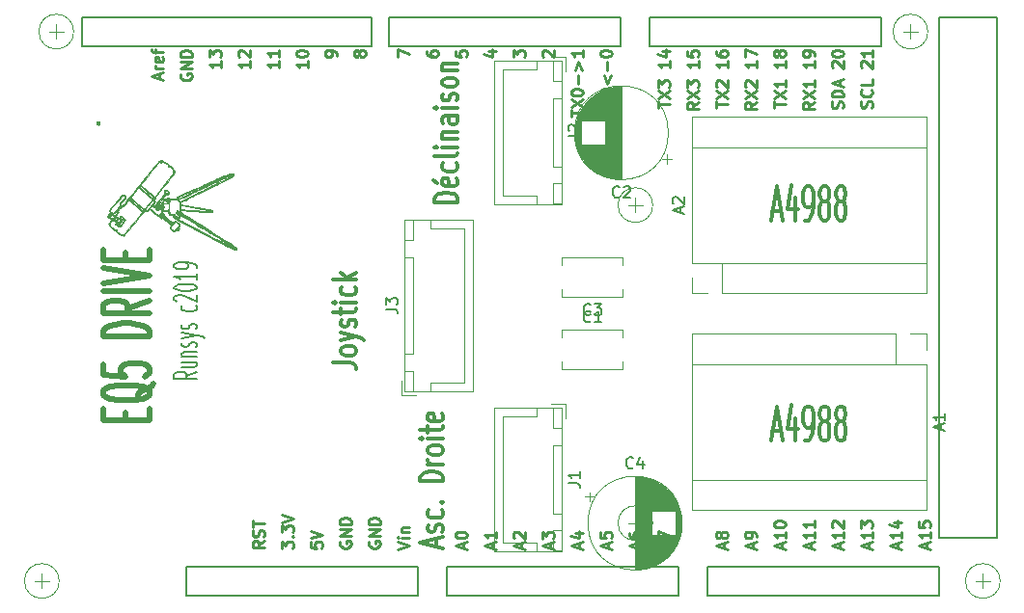
<source format=gbr>
G04 #@! TF.GenerationSoftware,KiCad,Pcbnew,5.1.5-52549c5~84~ubuntu18.04.1*
G04 #@! TF.CreationDate,2019-12-31T14:26:09+01:00*
G04 #@! TF.ProjectId,schema-2.0,73636865-6d61-42d3-922e-302e6b696361,rev?*
G04 #@! TF.SameCoordinates,Original*
G04 #@! TF.FileFunction,Legend,Top*
G04 #@! TF.FilePolarity,Positive*
%FSLAX46Y46*%
G04 Gerber Fmt 4.6, Leading zero omitted, Abs format (unit mm)*
G04 Created by KiCad (PCBNEW 5.1.5-52549c5~84~ubuntu18.04.1) date 2019-12-31 14:26:09*
%MOMM*%
%LPD*%
G04 APERTURE LIST*
%ADD10C,0.300000*%
%ADD11C,0.250000*%
%ADD12C,0.150000*%
%ADD13C,0.500000*%
%ADD14C,0.120000*%
%ADD15C,0.010000*%
%ADD16C,0.070000*%
G04 APERTURE END LIST*
D10*
X158075714Y-101118087D02*
X158790000Y-101118087D01*
X157932857Y-101975229D02*
X158432857Y-98975229D01*
X158932857Y-101975229D01*
X160075714Y-99975229D02*
X160075714Y-101975229D01*
X159718571Y-98832372D02*
X159361428Y-100975229D01*
X160290000Y-100975229D01*
X160932857Y-101975229D02*
X161218571Y-101975229D01*
X161361428Y-101832372D01*
X161432857Y-101689515D01*
X161575714Y-101260944D01*
X161647142Y-100689515D01*
X161647142Y-99546658D01*
X161575714Y-99260944D01*
X161504285Y-99118087D01*
X161361428Y-98975229D01*
X161075714Y-98975229D01*
X160932857Y-99118087D01*
X160861428Y-99260944D01*
X160790000Y-99546658D01*
X160790000Y-100260944D01*
X160861428Y-100546658D01*
X160932857Y-100689515D01*
X161075714Y-100832372D01*
X161361428Y-100832372D01*
X161504285Y-100689515D01*
X161575714Y-100546658D01*
X161647142Y-100260944D01*
X162504285Y-100260944D02*
X162361428Y-100118087D01*
X162290000Y-99975229D01*
X162218571Y-99689515D01*
X162218571Y-99546658D01*
X162290000Y-99260944D01*
X162361428Y-99118087D01*
X162504285Y-98975229D01*
X162790000Y-98975229D01*
X162932857Y-99118087D01*
X163004285Y-99260944D01*
X163075714Y-99546658D01*
X163075714Y-99689515D01*
X163004285Y-99975229D01*
X162932857Y-100118087D01*
X162790000Y-100260944D01*
X162504285Y-100260944D01*
X162361428Y-100403801D01*
X162290000Y-100546658D01*
X162218571Y-100832372D01*
X162218571Y-101403801D01*
X162290000Y-101689515D01*
X162361428Y-101832372D01*
X162504285Y-101975229D01*
X162790000Y-101975229D01*
X162932857Y-101832372D01*
X163004285Y-101689515D01*
X163075714Y-101403801D01*
X163075714Y-100832372D01*
X163004285Y-100546658D01*
X162932857Y-100403801D01*
X162790000Y-100260944D01*
X163932857Y-100260944D02*
X163790000Y-100118087D01*
X163718571Y-99975229D01*
X163647142Y-99689515D01*
X163647142Y-99546658D01*
X163718571Y-99260944D01*
X163790000Y-99118087D01*
X163932857Y-98975229D01*
X164218571Y-98975229D01*
X164361428Y-99118087D01*
X164432857Y-99260944D01*
X164504285Y-99546658D01*
X164504285Y-99689515D01*
X164432857Y-99975229D01*
X164361428Y-100118087D01*
X164218571Y-100260944D01*
X163932857Y-100260944D01*
X163790000Y-100403801D01*
X163718571Y-100546658D01*
X163647142Y-100832372D01*
X163647142Y-101403801D01*
X163718571Y-101689515D01*
X163790000Y-101832372D01*
X163932857Y-101975229D01*
X164218571Y-101975229D01*
X164361428Y-101832372D01*
X164432857Y-101689515D01*
X164504285Y-101403801D01*
X164504285Y-100832372D01*
X164432857Y-100546658D01*
X164361428Y-100403801D01*
X164218571Y-100260944D01*
X158075714Y-81780000D02*
X158790000Y-81780000D01*
X157932857Y-82637142D02*
X158432857Y-79637142D01*
X158932857Y-82637142D01*
X160075714Y-80637142D02*
X160075714Y-82637142D01*
X159718571Y-79494285D02*
X159361428Y-81637142D01*
X160290000Y-81637142D01*
X160932857Y-82637142D02*
X161218571Y-82637142D01*
X161361428Y-82494285D01*
X161432857Y-82351428D01*
X161575714Y-81922857D01*
X161647142Y-81351428D01*
X161647142Y-80208571D01*
X161575714Y-79922857D01*
X161504285Y-79780000D01*
X161361428Y-79637142D01*
X161075714Y-79637142D01*
X160932857Y-79780000D01*
X160861428Y-79922857D01*
X160790000Y-80208571D01*
X160790000Y-80922857D01*
X160861428Y-81208571D01*
X160932857Y-81351428D01*
X161075714Y-81494285D01*
X161361428Y-81494285D01*
X161504285Y-81351428D01*
X161575714Y-81208571D01*
X161647142Y-80922857D01*
X162504285Y-80922857D02*
X162361428Y-80780000D01*
X162290000Y-80637142D01*
X162218571Y-80351428D01*
X162218571Y-80208571D01*
X162290000Y-79922857D01*
X162361428Y-79780000D01*
X162504285Y-79637142D01*
X162790000Y-79637142D01*
X162932857Y-79780000D01*
X163004285Y-79922857D01*
X163075714Y-80208571D01*
X163075714Y-80351428D01*
X163004285Y-80637142D01*
X162932857Y-80780000D01*
X162790000Y-80922857D01*
X162504285Y-80922857D01*
X162361428Y-81065714D01*
X162290000Y-81208571D01*
X162218571Y-81494285D01*
X162218571Y-82065714D01*
X162290000Y-82351428D01*
X162361428Y-82494285D01*
X162504285Y-82637142D01*
X162790000Y-82637142D01*
X162932857Y-82494285D01*
X163004285Y-82351428D01*
X163075714Y-82065714D01*
X163075714Y-81494285D01*
X163004285Y-81208571D01*
X162932857Y-81065714D01*
X162790000Y-80922857D01*
X163932857Y-80922857D02*
X163790000Y-80780000D01*
X163718571Y-80637142D01*
X163647142Y-80351428D01*
X163647142Y-80208571D01*
X163718571Y-79922857D01*
X163790000Y-79780000D01*
X163932857Y-79637142D01*
X164218571Y-79637142D01*
X164361428Y-79780000D01*
X164432857Y-79922857D01*
X164504285Y-80208571D01*
X164504285Y-80351428D01*
X164432857Y-80637142D01*
X164361428Y-80780000D01*
X164218571Y-80922857D01*
X163932857Y-80922857D01*
X163790000Y-81065714D01*
X163718571Y-81208571D01*
X163647142Y-81494285D01*
X163647142Y-82065714D01*
X163718571Y-82351428D01*
X163790000Y-82494285D01*
X163932857Y-82637142D01*
X164218571Y-82637142D01*
X164361428Y-82494285D01*
X164432857Y-82351428D01*
X164504285Y-82065714D01*
X164504285Y-81494285D01*
X164432857Y-81208571D01*
X164361428Y-81065714D01*
X164218571Y-80922857D01*
D11*
X121800952Y-68043928D02*
X121753333Y-68139166D01*
X121705714Y-68186785D01*
X121610476Y-68234404D01*
X121562857Y-68234404D01*
X121467619Y-68186785D01*
X121420000Y-68139166D01*
X121372380Y-68043928D01*
X121372380Y-67853452D01*
X121420000Y-67758214D01*
X121467619Y-67710595D01*
X121562857Y-67662976D01*
X121610476Y-67662976D01*
X121705714Y-67710595D01*
X121753333Y-67758214D01*
X121800952Y-67853452D01*
X121800952Y-68043928D01*
X121848571Y-68139166D01*
X121896190Y-68186785D01*
X121991428Y-68234404D01*
X122181904Y-68234404D01*
X122277142Y-68186785D01*
X122324761Y-68139166D01*
X122372380Y-68043928D01*
X122372380Y-67853452D01*
X122324761Y-67758214D01*
X122277142Y-67710595D01*
X122181904Y-67662976D01*
X121991428Y-67662976D01*
X121896190Y-67710595D01*
X121848571Y-67758214D01*
X121800952Y-67853452D01*
X119832380Y-68139166D02*
X119832380Y-67948690D01*
X119784761Y-67853452D01*
X119737142Y-67805833D01*
X119594285Y-67710595D01*
X119403809Y-67662976D01*
X119022857Y-67662976D01*
X118927619Y-67710595D01*
X118880000Y-67758214D01*
X118832380Y-67853452D01*
X118832380Y-68043928D01*
X118880000Y-68139166D01*
X118927619Y-68186785D01*
X119022857Y-68234404D01*
X119260952Y-68234404D01*
X119356190Y-68186785D01*
X119403809Y-68139166D01*
X119451428Y-68043928D01*
X119451428Y-67853452D01*
X119403809Y-67758214D01*
X119356190Y-67710595D01*
X119260952Y-67662976D01*
X117292380Y-68615357D02*
X117292380Y-69186785D01*
X117292380Y-68901071D02*
X116292380Y-68901071D01*
X116435238Y-68996309D01*
X116530476Y-69091547D01*
X116578095Y-69186785D01*
X116292380Y-67996309D02*
X116292380Y-67901071D01*
X116340000Y-67805833D01*
X116387619Y-67758214D01*
X116482857Y-67710595D01*
X116673333Y-67662976D01*
X116911428Y-67662976D01*
X117101904Y-67710595D01*
X117197142Y-67758214D01*
X117244761Y-67805833D01*
X117292380Y-67901071D01*
X117292380Y-67996309D01*
X117244761Y-68091547D01*
X117197142Y-68139166D01*
X117101904Y-68186785D01*
X116911428Y-68234404D01*
X116673333Y-68234404D01*
X116482857Y-68186785D01*
X116387619Y-68139166D01*
X116340000Y-68091547D01*
X116292380Y-67996309D01*
X114752380Y-68615357D02*
X114752380Y-69186785D01*
X114752380Y-68901071D02*
X113752380Y-68901071D01*
X113895238Y-68996309D01*
X113990476Y-69091547D01*
X114038095Y-69186785D01*
X114752380Y-67662976D02*
X114752380Y-68234404D01*
X114752380Y-67948690D02*
X113752380Y-67948690D01*
X113895238Y-68043928D01*
X113990476Y-68139166D01*
X114038095Y-68234404D01*
X112212380Y-68615357D02*
X112212380Y-69186785D01*
X112212380Y-68901071D02*
X111212380Y-68901071D01*
X111355238Y-68996309D01*
X111450476Y-69091547D01*
X111498095Y-69186785D01*
X111307619Y-68234404D02*
X111260000Y-68186785D01*
X111212380Y-68091547D01*
X111212380Y-67853452D01*
X111260000Y-67758214D01*
X111307619Y-67710595D01*
X111402857Y-67662976D01*
X111498095Y-67662976D01*
X111640952Y-67710595D01*
X112212380Y-68282023D01*
X112212380Y-67662976D01*
X109672380Y-68615357D02*
X109672380Y-69186785D01*
X109672380Y-68901071D02*
X108672380Y-68901071D01*
X108815238Y-68996309D01*
X108910476Y-69091547D01*
X108958095Y-69186785D01*
X108672380Y-68282023D02*
X108672380Y-67662976D01*
X109053333Y-67996309D01*
X109053333Y-67853452D01*
X109100952Y-67758214D01*
X109148571Y-67710595D01*
X109243809Y-67662976D01*
X109481904Y-67662976D01*
X109577142Y-67710595D01*
X109624761Y-67758214D01*
X109672380Y-67853452D01*
X109672380Y-68139166D01*
X109624761Y-68234404D01*
X109577142Y-68282023D01*
X106180000Y-69758214D02*
X106132380Y-69853452D01*
X106132380Y-69996309D01*
X106180000Y-70139166D01*
X106275238Y-70234404D01*
X106370476Y-70282023D01*
X106560952Y-70329642D01*
X106703809Y-70329642D01*
X106894285Y-70282023D01*
X106989523Y-70234404D01*
X107084761Y-70139166D01*
X107132380Y-69996309D01*
X107132380Y-69901071D01*
X107084761Y-69758214D01*
X107037142Y-69710595D01*
X106703809Y-69710595D01*
X106703809Y-69901071D01*
X107132380Y-69282023D02*
X106132380Y-69282023D01*
X107132380Y-68710595D01*
X106132380Y-68710595D01*
X107132380Y-68234404D02*
X106132380Y-68234404D01*
X106132380Y-67996309D01*
X106180000Y-67853452D01*
X106275238Y-67758214D01*
X106370476Y-67710595D01*
X106560952Y-67662976D01*
X106703809Y-67662976D01*
X106894285Y-67710595D01*
X106989523Y-67758214D01*
X107084761Y-67853452D01*
X107132380Y-67996309D01*
X107132380Y-68234404D01*
X104306666Y-70186785D02*
X104306666Y-69710595D01*
X104592380Y-70282023D02*
X103592380Y-69948690D01*
X104592380Y-69615357D01*
X104592380Y-69282023D02*
X103925714Y-69282023D01*
X104116190Y-69282023D02*
X104020952Y-69234404D01*
X103973333Y-69186785D01*
X103925714Y-69091547D01*
X103925714Y-68996309D01*
X104544761Y-68282023D02*
X104592380Y-68377261D01*
X104592380Y-68567738D01*
X104544761Y-68662976D01*
X104449523Y-68710595D01*
X104068571Y-68710595D01*
X103973333Y-68662976D01*
X103925714Y-68567738D01*
X103925714Y-68377261D01*
X103973333Y-68282023D01*
X104068571Y-68234404D01*
X104163809Y-68234404D01*
X104259047Y-68710595D01*
X103925714Y-67948690D02*
X103925714Y-67567738D01*
X104592380Y-67805833D02*
X103735238Y-67805833D01*
X103640000Y-67758214D01*
X103592380Y-67662976D01*
X103592380Y-67567738D01*
X166774761Y-72710595D02*
X166822380Y-72567738D01*
X166822380Y-72329642D01*
X166774761Y-72234404D01*
X166727142Y-72186785D01*
X166631904Y-72139166D01*
X166536666Y-72139166D01*
X166441428Y-72186785D01*
X166393809Y-72234404D01*
X166346190Y-72329642D01*
X166298571Y-72520119D01*
X166250952Y-72615357D01*
X166203333Y-72662976D01*
X166108095Y-72710595D01*
X166012857Y-72710595D01*
X165917619Y-72662976D01*
X165870000Y-72615357D01*
X165822380Y-72520119D01*
X165822380Y-72282023D01*
X165870000Y-72139166D01*
X166727142Y-71139166D02*
X166774761Y-71186785D01*
X166822380Y-71329642D01*
X166822380Y-71424880D01*
X166774761Y-71567738D01*
X166679523Y-71662976D01*
X166584285Y-71710595D01*
X166393809Y-71758214D01*
X166250952Y-71758214D01*
X166060476Y-71710595D01*
X165965238Y-71662976D01*
X165870000Y-71567738D01*
X165822380Y-71424880D01*
X165822380Y-71329642D01*
X165870000Y-71186785D01*
X165917619Y-71139166D01*
X166822380Y-70234404D02*
X166822380Y-70710595D01*
X165822380Y-70710595D01*
X165917619Y-69186785D02*
X165870000Y-69139166D01*
X165822380Y-69043928D01*
X165822380Y-68805833D01*
X165870000Y-68710595D01*
X165917619Y-68662976D01*
X166012857Y-68615357D01*
X166108095Y-68615357D01*
X166250952Y-68662976D01*
X166822380Y-69234404D01*
X166822380Y-68615357D01*
X166822380Y-67662976D02*
X166822380Y-68234404D01*
X166822380Y-67948690D02*
X165822380Y-67948690D01*
X165965238Y-68043928D01*
X166060476Y-68139166D01*
X166108095Y-68234404D01*
X164234761Y-72758214D02*
X164282380Y-72615357D01*
X164282380Y-72377261D01*
X164234761Y-72282023D01*
X164187142Y-72234404D01*
X164091904Y-72186785D01*
X163996666Y-72186785D01*
X163901428Y-72234404D01*
X163853809Y-72282023D01*
X163806190Y-72377261D01*
X163758571Y-72567738D01*
X163710952Y-72662976D01*
X163663333Y-72710595D01*
X163568095Y-72758214D01*
X163472857Y-72758214D01*
X163377619Y-72710595D01*
X163330000Y-72662976D01*
X163282380Y-72567738D01*
X163282380Y-72329642D01*
X163330000Y-72186785D01*
X164282380Y-71758214D02*
X163282380Y-71758214D01*
X163282380Y-71520119D01*
X163330000Y-71377261D01*
X163425238Y-71282023D01*
X163520476Y-71234404D01*
X163710952Y-71186785D01*
X163853809Y-71186785D01*
X164044285Y-71234404D01*
X164139523Y-71282023D01*
X164234761Y-71377261D01*
X164282380Y-71520119D01*
X164282380Y-71758214D01*
X163996666Y-70805833D02*
X163996666Y-70329642D01*
X164282380Y-70901071D02*
X163282380Y-70567738D01*
X164282380Y-70234404D01*
X163377619Y-69186785D02*
X163330000Y-69139166D01*
X163282380Y-69043928D01*
X163282380Y-68805833D01*
X163330000Y-68710595D01*
X163377619Y-68662976D01*
X163472857Y-68615357D01*
X163568095Y-68615357D01*
X163710952Y-68662976D01*
X164282380Y-69234404D01*
X164282380Y-68615357D01*
X163282380Y-67996309D02*
X163282380Y-67901071D01*
X163330000Y-67805833D01*
X163377619Y-67758214D01*
X163472857Y-67710595D01*
X163663333Y-67662976D01*
X163901428Y-67662976D01*
X164091904Y-67710595D01*
X164187142Y-67758214D01*
X164234761Y-67805833D01*
X164282380Y-67901071D01*
X164282380Y-67996309D01*
X164234761Y-68091547D01*
X164187142Y-68139166D01*
X164091904Y-68186785D01*
X163901428Y-68234404D01*
X163663333Y-68234404D01*
X163472857Y-68186785D01*
X163377619Y-68139166D01*
X163330000Y-68091547D01*
X163282380Y-67996309D01*
X161742380Y-72234404D02*
X161266190Y-72567738D01*
X161742380Y-72805833D02*
X160742380Y-72805833D01*
X160742380Y-72424880D01*
X160790000Y-72329642D01*
X160837619Y-72282023D01*
X160932857Y-72234404D01*
X161075714Y-72234404D01*
X161170952Y-72282023D01*
X161218571Y-72329642D01*
X161266190Y-72424880D01*
X161266190Y-72805833D01*
X160742380Y-71901071D02*
X161742380Y-71234404D01*
X160742380Y-71234404D02*
X161742380Y-71901071D01*
X161742380Y-70329642D02*
X161742380Y-70901071D01*
X161742380Y-70615357D02*
X160742380Y-70615357D01*
X160885238Y-70710595D01*
X160980476Y-70805833D01*
X161028095Y-70901071D01*
X161742380Y-68615357D02*
X161742380Y-69186785D01*
X161742380Y-68901071D02*
X160742380Y-68901071D01*
X160885238Y-68996309D01*
X160980476Y-69091547D01*
X161028095Y-69186785D01*
X161742380Y-68139166D02*
X161742380Y-67948690D01*
X161694761Y-67853452D01*
X161647142Y-67805833D01*
X161504285Y-67710595D01*
X161313809Y-67662976D01*
X160932857Y-67662976D01*
X160837619Y-67710595D01*
X160790000Y-67758214D01*
X160742380Y-67853452D01*
X160742380Y-68043928D01*
X160790000Y-68139166D01*
X160837619Y-68186785D01*
X160932857Y-68234404D01*
X161170952Y-68234404D01*
X161266190Y-68186785D01*
X161313809Y-68139166D01*
X161361428Y-68043928D01*
X161361428Y-67853452D01*
X161313809Y-67758214D01*
X161266190Y-67710595D01*
X161170952Y-67662976D01*
X158202380Y-72710595D02*
X158202380Y-72139166D01*
X159202380Y-72424880D02*
X158202380Y-72424880D01*
X158202380Y-71901071D02*
X159202380Y-71234404D01*
X158202380Y-71234404D02*
X159202380Y-71901071D01*
X159202380Y-70329642D02*
X159202380Y-70901071D01*
X159202380Y-70615357D02*
X158202380Y-70615357D01*
X158345238Y-70710595D01*
X158440476Y-70805833D01*
X158488095Y-70901071D01*
X159202380Y-68615357D02*
X159202380Y-69186785D01*
X159202380Y-68901071D02*
X158202380Y-68901071D01*
X158345238Y-68996309D01*
X158440476Y-69091547D01*
X158488095Y-69186785D01*
X158630952Y-68043928D02*
X158583333Y-68139166D01*
X158535714Y-68186785D01*
X158440476Y-68234404D01*
X158392857Y-68234404D01*
X158297619Y-68186785D01*
X158250000Y-68139166D01*
X158202380Y-68043928D01*
X158202380Y-67853452D01*
X158250000Y-67758214D01*
X158297619Y-67710595D01*
X158392857Y-67662976D01*
X158440476Y-67662976D01*
X158535714Y-67710595D01*
X158583333Y-67758214D01*
X158630952Y-67853452D01*
X158630952Y-68043928D01*
X158678571Y-68139166D01*
X158726190Y-68186785D01*
X158821428Y-68234404D01*
X159011904Y-68234404D01*
X159107142Y-68186785D01*
X159154761Y-68139166D01*
X159202380Y-68043928D01*
X159202380Y-67853452D01*
X159154761Y-67758214D01*
X159107142Y-67710595D01*
X159011904Y-67662976D01*
X158821428Y-67662976D01*
X158726190Y-67710595D01*
X158678571Y-67758214D01*
X158630952Y-67853452D01*
X156662380Y-72234404D02*
X156186190Y-72567738D01*
X156662380Y-72805833D02*
X155662380Y-72805833D01*
X155662380Y-72424880D01*
X155710000Y-72329642D01*
X155757619Y-72282023D01*
X155852857Y-72234404D01*
X155995714Y-72234404D01*
X156090952Y-72282023D01*
X156138571Y-72329642D01*
X156186190Y-72424880D01*
X156186190Y-72805833D01*
X155662380Y-71901071D02*
X156662380Y-71234404D01*
X155662380Y-71234404D02*
X156662380Y-71901071D01*
X155757619Y-70901071D02*
X155710000Y-70853452D01*
X155662380Y-70758214D01*
X155662380Y-70520119D01*
X155710000Y-70424880D01*
X155757619Y-70377261D01*
X155852857Y-70329642D01*
X155948095Y-70329642D01*
X156090952Y-70377261D01*
X156662380Y-70948690D01*
X156662380Y-70329642D01*
X156662380Y-68615357D02*
X156662380Y-69186785D01*
X156662380Y-68901071D02*
X155662380Y-68901071D01*
X155805238Y-68996309D01*
X155900476Y-69091547D01*
X155948095Y-69186785D01*
X155662380Y-68282023D02*
X155662380Y-67615357D01*
X156662380Y-68043928D01*
X153122380Y-72710595D02*
X153122380Y-72139166D01*
X154122380Y-72424880D02*
X153122380Y-72424880D01*
X153122380Y-71901071D02*
X154122380Y-71234404D01*
X153122380Y-71234404D02*
X154122380Y-71901071D01*
X153217619Y-70901071D02*
X153170000Y-70853452D01*
X153122380Y-70758214D01*
X153122380Y-70520119D01*
X153170000Y-70424880D01*
X153217619Y-70377261D01*
X153312857Y-70329642D01*
X153408095Y-70329642D01*
X153550952Y-70377261D01*
X154122380Y-70948690D01*
X154122380Y-70329642D01*
X154122380Y-68615357D02*
X154122380Y-69186785D01*
X154122380Y-68901071D02*
X153122380Y-68901071D01*
X153265238Y-68996309D01*
X153360476Y-69091547D01*
X153408095Y-69186785D01*
X153122380Y-67758214D02*
X153122380Y-67948690D01*
X153170000Y-68043928D01*
X153217619Y-68091547D01*
X153360476Y-68186785D01*
X153550952Y-68234404D01*
X153931904Y-68234404D01*
X154027142Y-68186785D01*
X154074761Y-68139166D01*
X154122380Y-68043928D01*
X154122380Y-67853452D01*
X154074761Y-67758214D01*
X154027142Y-67710595D01*
X153931904Y-67662976D01*
X153693809Y-67662976D01*
X153598571Y-67710595D01*
X153550952Y-67758214D01*
X153503333Y-67853452D01*
X153503333Y-68043928D01*
X153550952Y-68139166D01*
X153598571Y-68186785D01*
X153693809Y-68234404D01*
X151582380Y-72234404D02*
X151106190Y-72567738D01*
X151582380Y-72805833D02*
X150582380Y-72805833D01*
X150582380Y-72424880D01*
X150630000Y-72329642D01*
X150677619Y-72282023D01*
X150772857Y-72234404D01*
X150915714Y-72234404D01*
X151010952Y-72282023D01*
X151058571Y-72329642D01*
X151106190Y-72424880D01*
X151106190Y-72805833D01*
X150582380Y-71901071D02*
X151582380Y-71234404D01*
X150582380Y-71234404D02*
X151582380Y-71901071D01*
X150582380Y-70948690D02*
X150582380Y-70329642D01*
X150963333Y-70662976D01*
X150963333Y-70520119D01*
X151010952Y-70424880D01*
X151058571Y-70377261D01*
X151153809Y-70329642D01*
X151391904Y-70329642D01*
X151487142Y-70377261D01*
X151534761Y-70424880D01*
X151582380Y-70520119D01*
X151582380Y-70805833D01*
X151534761Y-70901071D01*
X151487142Y-70948690D01*
X151582380Y-68615357D02*
X151582380Y-69186785D01*
X151582380Y-68901071D02*
X150582380Y-68901071D01*
X150725238Y-68996309D01*
X150820476Y-69091547D01*
X150868095Y-69186785D01*
X150582380Y-67710595D02*
X150582380Y-68186785D01*
X151058571Y-68234404D01*
X151010952Y-68186785D01*
X150963333Y-68091547D01*
X150963333Y-67853452D01*
X151010952Y-67758214D01*
X151058571Y-67710595D01*
X151153809Y-67662976D01*
X151391904Y-67662976D01*
X151487142Y-67710595D01*
X151534761Y-67758214D01*
X151582380Y-67853452D01*
X151582380Y-68091547D01*
X151534761Y-68186785D01*
X151487142Y-68234404D01*
X148042380Y-72710595D02*
X148042380Y-72139166D01*
X149042380Y-72424880D02*
X148042380Y-72424880D01*
X148042380Y-71901071D02*
X149042380Y-71234404D01*
X148042380Y-71234404D02*
X149042380Y-71901071D01*
X148042380Y-70948690D02*
X148042380Y-70329642D01*
X148423333Y-70662976D01*
X148423333Y-70520119D01*
X148470952Y-70424880D01*
X148518571Y-70377261D01*
X148613809Y-70329642D01*
X148851904Y-70329642D01*
X148947142Y-70377261D01*
X148994761Y-70424880D01*
X149042380Y-70520119D01*
X149042380Y-70805833D01*
X148994761Y-70901071D01*
X148947142Y-70948690D01*
X149042380Y-68615357D02*
X149042380Y-69186785D01*
X149042380Y-68901071D02*
X148042380Y-68901071D01*
X148185238Y-68996309D01*
X148280476Y-69091547D01*
X148328095Y-69186785D01*
X148375714Y-67758214D02*
X149042380Y-67758214D01*
X147994761Y-67996309D02*
X148709047Y-68234404D01*
X148709047Y-67615357D01*
X143962380Y-72996309D02*
X143486190Y-73329642D01*
X143962380Y-73567738D02*
X142962380Y-73567738D01*
X142962380Y-73186785D01*
X143010000Y-73091547D01*
X143057619Y-73043928D01*
X143152857Y-72996309D01*
X143295714Y-72996309D01*
X143390952Y-73043928D01*
X143438571Y-73091547D01*
X143486190Y-73186785D01*
X143486190Y-73567738D01*
X142962380Y-72662976D02*
X143962380Y-71996309D01*
X142962380Y-71996309D02*
X143962380Y-72662976D01*
X142962380Y-71424880D02*
X142962380Y-71329642D01*
X143010000Y-71234404D01*
X143057619Y-71186785D01*
X143152857Y-71139166D01*
X143343333Y-71091547D01*
X143581428Y-71091547D01*
X143771904Y-71139166D01*
X143867142Y-71186785D01*
X143914761Y-71234404D01*
X143962380Y-71329642D01*
X143962380Y-71424880D01*
X143914761Y-71520119D01*
X143867142Y-71567738D01*
X143771904Y-71615357D01*
X143581428Y-71662976D01*
X143343333Y-71662976D01*
X143152857Y-71615357D01*
X143057619Y-71567738D01*
X143010000Y-71520119D01*
X142962380Y-71424880D01*
X143295714Y-69901071D02*
X143581428Y-70662976D01*
X143867142Y-69901071D01*
X143581428Y-69424880D02*
X143581428Y-68662976D01*
X142962380Y-67996309D02*
X142962380Y-67901071D01*
X143010000Y-67805833D01*
X143057619Y-67758214D01*
X143152857Y-67710595D01*
X143343333Y-67662976D01*
X143581428Y-67662976D01*
X143771904Y-67710595D01*
X143867142Y-67758214D01*
X143914761Y-67805833D01*
X143962380Y-67901071D01*
X143962380Y-67996309D01*
X143914761Y-68091547D01*
X143867142Y-68139166D01*
X143771904Y-68186785D01*
X143581428Y-68234404D01*
X143343333Y-68234404D01*
X143152857Y-68186785D01*
X143057619Y-68139166D01*
X143010000Y-68091547D01*
X142962380Y-67996309D01*
X140422380Y-73472500D02*
X140422380Y-72901071D01*
X141422380Y-73186785D02*
X140422380Y-73186785D01*
X140422380Y-72662976D02*
X141422380Y-71996309D01*
X140422380Y-71996309D02*
X141422380Y-72662976D01*
X140422380Y-71424880D02*
X140422380Y-71329642D01*
X140470000Y-71234404D01*
X140517619Y-71186785D01*
X140612857Y-71139166D01*
X140803333Y-71091547D01*
X141041428Y-71091547D01*
X141231904Y-71139166D01*
X141327142Y-71186785D01*
X141374761Y-71234404D01*
X141422380Y-71329642D01*
X141422380Y-71424880D01*
X141374761Y-71520119D01*
X141327142Y-71567738D01*
X141231904Y-71615357D01*
X141041428Y-71662976D01*
X140803333Y-71662976D01*
X140612857Y-71615357D01*
X140517619Y-71567738D01*
X140470000Y-71520119D01*
X140422380Y-71424880D01*
X141041428Y-70662976D02*
X141041428Y-69901071D01*
X140755714Y-69424880D02*
X141041428Y-68662976D01*
X141327142Y-69424880D01*
X141422380Y-67662976D02*
X141422380Y-68234404D01*
X141422380Y-67948690D02*
X140422380Y-67948690D01*
X140565238Y-68043928D01*
X140660476Y-68139166D01*
X140708095Y-68234404D01*
X137977619Y-68234404D02*
X137930000Y-68186785D01*
X137882380Y-68091547D01*
X137882380Y-67853452D01*
X137930000Y-67758214D01*
X137977619Y-67710595D01*
X138072857Y-67662976D01*
X138168095Y-67662976D01*
X138310952Y-67710595D01*
X138882380Y-68282023D01*
X138882380Y-67662976D01*
X135342380Y-68282023D02*
X135342380Y-67662976D01*
X135723333Y-67996309D01*
X135723333Y-67853452D01*
X135770952Y-67758214D01*
X135818571Y-67710595D01*
X135913809Y-67662976D01*
X136151904Y-67662976D01*
X136247142Y-67710595D01*
X136294761Y-67758214D01*
X136342380Y-67853452D01*
X136342380Y-68139166D01*
X136294761Y-68234404D01*
X136247142Y-68282023D01*
X133135714Y-67758214D02*
X133802380Y-67758214D01*
X132754761Y-67996309D02*
X133469047Y-68234404D01*
X133469047Y-67615357D01*
X130262380Y-67710595D02*
X130262380Y-68186785D01*
X130738571Y-68234404D01*
X130690952Y-68186785D01*
X130643333Y-68091547D01*
X130643333Y-67853452D01*
X130690952Y-67758214D01*
X130738571Y-67710595D01*
X130833809Y-67662976D01*
X131071904Y-67662976D01*
X131167142Y-67710595D01*
X131214761Y-67758214D01*
X131262380Y-67853452D01*
X131262380Y-68091547D01*
X131214761Y-68186785D01*
X131167142Y-68234404D01*
X127722380Y-67758214D02*
X127722380Y-67948690D01*
X127770000Y-68043928D01*
X127817619Y-68091547D01*
X127960476Y-68186785D01*
X128150952Y-68234404D01*
X128531904Y-68234404D01*
X128627142Y-68186785D01*
X128674761Y-68139166D01*
X128722380Y-68043928D01*
X128722380Y-67853452D01*
X128674761Y-67758214D01*
X128627142Y-67710595D01*
X128531904Y-67662976D01*
X128293809Y-67662976D01*
X128198571Y-67710595D01*
X128150952Y-67758214D01*
X128103333Y-67853452D01*
X128103333Y-68043928D01*
X128150952Y-68139166D01*
X128198571Y-68186785D01*
X128293809Y-68234404D01*
X125182380Y-68282023D02*
X125182380Y-67615357D01*
X126182380Y-68043928D01*
X171616666Y-111407023D02*
X171616666Y-110930833D01*
X171902380Y-111502261D02*
X170902380Y-111168928D01*
X171902380Y-110835595D01*
X171902380Y-109978452D02*
X171902380Y-110549880D01*
X171902380Y-110264166D02*
X170902380Y-110264166D01*
X171045238Y-110359404D01*
X171140476Y-110454642D01*
X171188095Y-110549880D01*
X170902380Y-109073690D02*
X170902380Y-109549880D01*
X171378571Y-109597500D01*
X171330952Y-109549880D01*
X171283333Y-109454642D01*
X171283333Y-109216547D01*
X171330952Y-109121309D01*
X171378571Y-109073690D01*
X171473809Y-109026071D01*
X171711904Y-109026071D01*
X171807142Y-109073690D01*
X171854761Y-109121309D01*
X171902380Y-109216547D01*
X171902380Y-109454642D01*
X171854761Y-109549880D01*
X171807142Y-109597500D01*
X169076666Y-111407023D02*
X169076666Y-110930833D01*
X169362380Y-111502261D02*
X168362380Y-111168928D01*
X169362380Y-110835595D01*
X169362380Y-109978452D02*
X169362380Y-110549880D01*
X169362380Y-110264166D02*
X168362380Y-110264166D01*
X168505238Y-110359404D01*
X168600476Y-110454642D01*
X168648095Y-110549880D01*
X168695714Y-109121309D02*
X169362380Y-109121309D01*
X168314761Y-109359404D02*
X169029047Y-109597500D01*
X169029047Y-108978452D01*
X166536666Y-111407023D02*
X166536666Y-110930833D01*
X166822380Y-111502261D02*
X165822380Y-111168928D01*
X166822380Y-110835595D01*
X166822380Y-109978452D02*
X166822380Y-110549880D01*
X166822380Y-110264166D02*
X165822380Y-110264166D01*
X165965238Y-110359404D01*
X166060476Y-110454642D01*
X166108095Y-110549880D01*
X165822380Y-109645119D02*
X165822380Y-109026071D01*
X166203333Y-109359404D01*
X166203333Y-109216547D01*
X166250952Y-109121309D01*
X166298571Y-109073690D01*
X166393809Y-109026071D01*
X166631904Y-109026071D01*
X166727142Y-109073690D01*
X166774761Y-109121309D01*
X166822380Y-109216547D01*
X166822380Y-109502261D01*
X166774761Y-109597500D01*
X166727142Y-109645119D01*
X163996666Y-111407023D02*
X163996666Y-110930833D01*
X164282380Y-111502261D02*
X163282380Y-111168928D01*
X164282380Y-110835595D01*
X164282380Y-109978452D02*
X164282380Y-110549880D01*
X164282380Y-110264166D02*
X163282380Y-110264166D01*
X163425238Y-110359404D01*
X163520476Y-110454642D01*
X163568095Y-110549880D01*
X163377619Y-109597500D02*
X163330000Y-109549880D01*
X163282380Y-109454642D01*
X163282380Y-109216547D01*
X163330000Y-109121309D01*
X163377619Y-109073690D01*
X163472857Y-109026071D01*
X163568095Y-109026071D01*
X163710952Y-109073690D01*
X164282380Y-109645119D01*
X164282380Y-109026071D01*
X161456666Y-111407023D02*
X161456666Y-110930833D01*
X161742380Y-111502261D02*
X160742380Y-111168928D01*
X161742380Y-110835595D01*
X161742380Y-109978452D02*
X161742380Y-110549880D01*
X161742380Y-110264166D02*
X160742380Y-110264166D01*
X160885238Y-110359404D01*
X160980476Y-110454642D01*
X161028095Y-110549880D01*
X161742380Y-109026071D02*
X161742380Y-109597500D01*
X161742380Y-109311785D02*
X160742380Y-109311785D01*
X160885238Y-109407023D01*
X160980476Y-109502261D01*
X161028095Y-109597500D01*
X158916666Y-111407023D02*
X158916666Y-110930833D01*
X159202380Y-111502261D02*
X158202380Y-111168928D01*
X159202380Y-110835595D01*
X159202380Y-109978452D02*
X159202380Y-110549880D01*
X159202380Y-110264166D02*
X158202380Y-110264166D01*
X158345238Y-110359404D01*
X158440476Y-110454642D01*
X158488095Y-110549880D01*
X158202380Y-109359404D02*
X158202380Y-109264166D01*
X158250000Y-109168928D01*
X158297619Y-109121309D01*
X158392857Y-109073690D01*
X158583333Y-109026071D01*
X158821428Y-109026071D01*
X159011904Y-109073690D01*
X159107142Y-109121309D01*
X159154761Y-109168928D01*
X159202380Y-109264166D01*
X159202380Y-109359404D01*
X159154761Y-109454642D01*
X159107142Y-109502261D01*
X159011904Y-109549880D01*
X158821428Y-109597500D01*
X158583333Y-109597500D01*
X158392857Y-109549880D01*
X158297619Y-109502261D01*
X158250000Y-109454642D01*
X158202380Y-109359404D01*
X156376666Y-111407023D02*
X156376666Y-110930833D01*
X156662380Y-111502261D02*
X155662380Y-111168928D01*
X156662380Y-110835595D01*
X156662380Y-110454642D02*
X156662380Y-110264166D01*
X156614761Y-110168928D01*
X156567142Y-110121309D01*
X156424285Y-110026071D01*
X156233809Y-109978452D01*
X155852857Y-109978452D01*
X155757619Y-110026071D01*
X155710000Y-110073690D01*
X155662380Y-110168928D01*
X155662380Y-110359404D01*
X155710000Y-110454642D01*
X155757619Y-110502261D01*
X155852857Y-110549880D01*
X156090952Y-110549880D01*
X156186190Y-110502261D01*
X156233809Y-110454642D01*
X156281428Y-110359404D01*
X156281428Y-110168928D01*
X156233809Y-110073690D01*
X156186190Y-110026071D01*
X156090952Y-109978452D01*
X153836666Y-111407023D02*
X153836666Y-110930833D01*
X154122380Y-111502261D02*
X153122380Y-111168928D01*
X154122380Y-110835595D01*
X153550952Y-110359404D02*
X153503333Y-110454642D01*
X153455714Y-110502261D01*
X153360476Y-110549880D01*
X153312857Y-110549880D01*
X153217619Y-110502261D01*
X153170000Y-110454642D01*
X153122380Y-110359404D01*
X153122380Y-110168928D01*
X153170000Y-110073690D01*
X153217619Y-110026071D01*
X153312857Y-109978452D01*
X153360476Y-109978452D01*
X153455714Y-110026071D01*
X153503333Y-110073690D01*
X153550952Y-110168928D01*
X153550952Y-110359404D01*
X153598571Y-110454642D01*
X153646190Y-110502261D01*
X153741428Y-110549880D01*
X153931904Y-110549880D01*
X154027142Y-110502261D01*
X154074761Y-110454642D01*
X154122380Y-110359404D01*
X154122380Y-110168928D01*
X154074761Y-110073690D01*
X154027142Y-110026071D01*
X153931904Y-109978452D01*
X153741428Y-109978452D01*
X153646190Y-110026071D01*
X153598571Y-110073690D01*
X153550952Y-110168928D01*
X148756666Y-111407023D02*
X148756666Y-110930833D01*
X149042380Y-111502261D02*
X148042380Y-111168928D01*
X149042380Y-110835595D01*
X148042380Y-110597500D02*
X148042380Y-109930833D01*
X149042380Y-110359404D01*
X146216666Y-111407023D02*
X146216666Y-110930833D01*
X146502380Y-111502261D02*
X145502380Y-111168928D01*
X146502380Y-110835595D01*
X145502380Y-110073690D02*
X145502380Y-110264166D01*
X145550000Y-110359404D01*
X145597619Y-110407023D01*
X145740476Y-110502261D01*
X145930952Y-110549880D01*
X146311904Y-110549880D01*
X146407142Y-110502261D01*
X146454761Y-110454642D01*
X146502380Y-110359404D01*
X146502380Y-110168928D01*
X146454761Y-110073690D01*
X146407142Y-110026071D01*
X146311904Y-109978452D01*
X146073809Y-109978452D01*
X145978571Y-110026071D01*
X145930952Y-110073690D01*
X145883333Y-110168928D01*
X145883333Y-110359404D01*
X145930952Y-110454642D01*
X145978571Y-110502261D01*
X146073809Y-110549880D01*
X143676666Y-111407023D02*
X143676666Y-110930833D01*
X143962380Y-111502261D02*
X142962380Y-111168928D01*
X143962380Y-110835595D01*
X142962380Y-110026071D02*
X142962380Y-110502261D01*
X143438571Y-110549880D01*
X143390952Y-110502261D01*
X143343333Y-110407023D01*
X143343333Y-110168928D01*
X143390952Y-110073690D01*
X143438571Y-110026071D01*
X143533809Y-109978452D01*
X143771904Y-109978452D01*
X143867142Y-110026071D01*
X143914761Y-110073690D01*
X143962380Y-110168928D01*
X143962380Y-110407023D01*
X143914761Y-110502261D01*
X143867142Y-110549880D01*
X141136666Y-111407023D02*
X141136666Y-110930833D01*
X141422380Y-111502261D02*
X140422380Y-111168928D01*
X141422380Y-110835595D01*
X140755714Y-110073690D02*
X141422380Y-110073690D01*
X140374761Y-110311785D02*
X141089047Y-110549880D01*
X141089047Y-109930833D01*
X138596666Y-111407023D02*
X138596666Y-110930833D01*
X138882380Y-111502261D02*
X137882380Y-111168928D01*
X138882380Y-110835595D01*
X137882380Y-110597500D02*
X137882380Y-109978452D01*
X138263333Y-110311785D01*
X138263333Y-110168928D01*
X138310952Y-110073690D01*
X138358571Y-110026071D01*
X138453809Y-109978452D01*
X138691904Y-109978452D01*
X138787142Y-110026071D01*
X138834761Y-110073690D01*
X138882380Y-110168928D01*
X138882380Y-110454642D01*
X138834761Y-110549880D01*
X138787142Y-110597500D01*
X136056666Y-111407023D02*
X136056666Y-110930833D01*
X136342380Y-111502261D02*
X135342380Y-111168928D01*
X136342380Y-110835595D01*
X135437619Y-110549880D02*
X135390000Y-110502261D01*
X135342380Y-110407023D01*
X135342380Y-110168928D01*
X135390000Y-110073690D01*
X135437619Y-110026071D01*
X135532857Y-109978452D01*
X135628095Y-109978452D01*
X135770952Y-110026071D01*
X136342380Y-110597500D01*
X136342380Y-109978452D01*
X133516666Y-111407023D02*
X133516666Y-110930833D01*
X133802380Y-111502261D02*
X132802380Y-111168928D01*
X133802380Y-110835595D01*
X133802380Y-109978452D02*
X133802380Y-110549880D01*
X133802380Y-110264166D02*
X132802380Y-110264166D01*
X132945238Y-110359404D01*
X133040476Y-110454642D01*
X133088095Y-110549880D01*
X130976666Y-111407023D02*
X130976666Y-110930833D01*
X131262380Y-111502261D02*
X130262380Y-111168928D01*
X131262380Y-110835595D01*
X130262380Y-110311785D02*
X130262380Y-110216547D01*
X130310000Y-110121309D01*
X130357619Y-110073690D01*
X130452857Y-110026071D01*
X130643333Y-109978452D01*
X130881428Y-109978452D01*
X131071904Y-110026071D01*
X131167142Y-110073690D01*
X131214761Y-110121309D01*
X131262380Y-110216547D01*
X131262380Y-110311785D01*
X131214761Y-110407023D01*
X131167142Y-110454642D01*
X131071904Y-110502261D01*
X130881428Y-110549880D01*
X130643333Y-110549880D01*
X130452857Y-110502261D01*
X130357619Y-110454642D01*
X130310000Y-110407023D01*
X130262380Y-110311785D01*
X113482380Y-110787976D02*
X113006190Y-111121309D01*
X113482380Y-111359404D02*
X112482380Y-111359404D01*
X112482380Y-110978452D01*
X112530000Y-110883214D01*
X112577619Y-110835595D01*
X112672857Y-110787976D01*
X112815714Y-110787976D01*
X112910952Y-110835595D01*
X112958571Y-110883214D01*
X113006190Y-110978452D01*
X113006190Y-111359404D01*
X113434761Y-110407023D02*
X113482380Y-110264166D01*
X113482380Y-110026071D01*
X113434761Y-109930833D01*
X113387142Y-109883214D01*
X113291904Y-109835595D01*
X113196666Y-109835595D01*
X113101428Y-109883214D01*
X113053809Y-109930833D01*
X113006190Y-110026071D01*
X112958571Y-110216547D01*
X112910952Y-110311785D01*
X112863333Y-110359404D01*
X112768095Y-110407023D01*
X112672857Y-110407023D01*
X112577619Y-110359404D01*
X112530000Y-110311785D01*
X112482380Y-110216547D01*
X112482380Y-109978452D01*
X112530000Y-109835595D01*
X112482380Y-109549880D02*
X112482380Y-108978452D01*
X113482380Y-109264166D02*
X112482380Y-109264166D01*
X115022380Y-111454642D02*
X115022380Y-110835595D01*
X115403333Y-111168928D01*
X115403333Y-111026071D01*
X115450952Y-110930833D01*
X115498571Y-110883214D01*
X115593809Y-110835595D01*
X115831904Y-110835595D01*
X115927142Y-110883214D01*
X115974761Y-110930833D01*
X116022380Y-111026071D01*
X116022380Y-111311785D01*
X115974761Y-111407023D01*
X115927142Y-111454642D01*
X115927142Y-110407023D02*
X115974761Y-110359404D01*
X116022380Y-110407023D01*
X115974761Y-110454642D01*
X115927142Y-110407023D01*
X116022380Y-110407023D01*
X115022380Y-110026071D02*
X115022380Y-109407023D01*
X115403333Y-109740357D01*
X115403333Y-109597500D01*
X115450952Y-109502261D01*
X115498571Y-109454642D01*
X115593809Y-109407023D01*
X115831904Y-109407023D01*
X115927142Y-109454642D01*
X115974761Y-109502261D01*
X116022380Y-109597500D01*
X116022380Y-109883214D01*
X115974761Y-109978452D01*
X115927142Y-110026071D01*
X115022380Y-109121309D02*
X116022380Y-108787976D01*
X115022380Y-108454642D01*
X117562380Y-110883214D02*
X117562380Y-111359404D01*
X118038571Y-111407023D01*
X117990952Y-111359404D01*
X117943333Y-111264166D01*
X117943333Y-111026071D01*
X117990952Y-110930833D01*
X118038571Y-110883214D01*
X118133809Y-110835595D01*
X118371904Y-110835595D01*
X118467142Y-110883214D01*
X118514761Y-110930833D01*
X118562380Y-111026071D01*
X118562380Y-111264166D01*
X118514761Y-111359404D01*
X118467142Y-111407023D01*
X117562380Y-110549880D02*
X118562380Y-110216547D01*
X117562380Y-109883214D01*
X125182380Y-111502261D02*
X126182380Y-111168928D01*
X125182380Y-110835595D01*
X126182380Y-110502261D02*
X125515714Y-110502261D01*
X125182380Y-110502261D02*
X125230000Y-110549880D01*
X125277619Y-110502261D01*
X125230000Y-110454642D01*
X125182380Y-110502261D01*
X125277619Y-110502261D01*
X125515714Y-110026071D02*
X126182380Y-110026071D01*
X125610952Y-110026071D02*
X125563333Y-109978452D01*
X125515714Y-109883214D01*
X125515714Y-109740357D01*
X125563333Y-109645119D01*
X125658571Y-109597500D01*
X126182380Y-109597500D01*
X120150000Y-110835595D02*
X120102380Y-110930833D01*
X120102380Y-111073690D01*
X120150000Y-111216547D01*
X120245238Y-111311785D01*
X120340476Y-111359404D01*
X120530952Y-111407023D01*
X120673809Y-111407023D01*
X120864285Y-111359404D01*
X120959523Y-111311785D01*
X121054761Y-111216547D01*
X121102380Y-111073690D01*
X121102380Y-110978452D01*
X121054761Y-110835595D01*
X121007142Y-110787976D01*
X120673809Y-110787976D01*
X120673809Y-110978452D01*
X121102380Y-110359404D02*
X120102380Y-110359404D01*
X121102380Y-109787976D01*
X120102380Y-109787976D01*
X121102380Y-109311785D02*
X120102380Y-109311785D01*
X120102380Y-109073690D01*
X120150000Y-108930833D01*
X120245238Y-108835595D01*
X120340476Y-108787976D01*
X120530952Y-108740357D01*
X120673809Y-108740357D01*
X120864285Y-108787976D01*
X120959523Y-108835595D01*
X121054761Y-108930833D01*
X121102380Y-109073690D01*
X121102380Y-109311785D01*
X122690000Y-110835595D02*
X122642380Y-110930833D01*
X122642380Y-111073690D01*
X122690000Y-111216547D01*
X122785238Y-111311785D01*
X122880476Y-111359404D01*
X123070952Y-111407023D01*
X123213809Y-111407023D01*
X123404285Y-111359404D01*
X123499523Y-111311785D01*
X123594761Y-111216547D01*
X123642380Y-111073690D01*
X123642380Y-110978452D01*
X123594761Y-110835595D01*
X123547142Y-110787976D01*
X123213809Y-110787976D01*
X123213809Y-110978452D01*
X123642380Y-110359404D02*
X122642380Y-110359404D01*
X123642380Y-109787976D01*
X122642380Y-109787976D01*
X123642380Y-109311785D02*
X122642380Y-109311785D01*
X122642380Y-109073690D01*
X122690000Y-108930833D01*
X122785238Y-108835595D01*
X122880476Y-108787976D01*
X123070952Y-108740357D01*
X123213809Y-108740357D01*
X123404285Y-108787976D01*
X123499523Y-108835595D01*
X123594761Y-108930833D01*
X123642380Y-109073690D01*
X123642380Y-109311785D01*
D10*
X119554761Y-95118571D02*
X120983333Y-95118571D01*
X121269047Y-95190000D01*
X121459523Y-95332857D01*
X121554761Y-95547142D01*
X121554761Y-95690000D01*
X121554761Y-94190000D02*
X121459523Y-94332857D01*
X121364285Y-94404285D01*
X121173809Y-94475714D01*
X120602380Y-94475714D01*
X120411904Y-94404285D01*
X120316666Y-94332857D01*
X120221428Y-94190000D01*
X120221428Y-93975714D01*
X120316666Y-93832857D01*
X120411904Y-93761428D01*
X120602380Y-93690000D01*
X121173809Y-93690000D01*
X121364285Y-93761428D01*
X121459523Y-93832857D01*
X121554761Y-93975714D01*
X121554761Y-94190000D01*
X120221428Y-93190000D02*
X121554761Y-92832857D01*
X120221428Y-92475714D02*
X121554761Y-92832857D01*
X122030952Y-92975714D01*
X122126190Y-93047142D01*
X122221428Y-93190000D01*
X121459523Y-91975714D02*
X121554761Y-91832857D01*
X121554761Y-91547142D01*
X121459523Y-91404285D01*
X121269047Y-91332857D01*
X121173809Y-91332857D01*
X120983333Y-91404285D01*
X120888095Y-91547142D01*
X120888095Y-91761428D01*
X120792857Y-91904285D01*
X120602380Y-91975714D01*
X120507142Y-91975714D01*
X120316666Y-91904285D01*
X120221428Y-91761428D01*
X120221428Y-91547142D01*
X120316666Y-91404285D01*
X120221428Y-90904285D02*
X120221428Y-90332857D01*
X119554761Y-90690000D02*
X121269047Y-90690000D01*
X121459523Y-90618571D01*
X121554761Y-90475714D01*
X121554761Y-90332857D01*
X121554761Y-89832857D02*
X120221428Y-89832857D01*
X119554761Y-89832857D02*
X119650000Y-89904285D01*
X119745238Y-89832857D01*
X119650000Y-89761428D01*
X119554761Y-89832857D01*
X119745238Y-89832857D01*
X121459523Y-88475714D02*
X121554761Y-88618571D01*
X121554761Y-88904285D01*
X121459523Y-89047142D01*
X121364285Y-89118571D01*
X121173809Y-89190000D01*
X120602380Y-89190000D01*
X120411904Y-89118571D01*
X120316666Y-89047142D01*
X120221428Y-88904285D01*
X120221428Y-88618571D01*
X120316666Y-88475714D01*
X121554761Y-87832857D02*
X119554761Y-87832857D01*
X120792857Y-87690000D02*
X121554761Y-87261428D01*
X120221428Y-87261428D02*
X120983333Y-87832857D01*
X130444761Y-81037142D02*
X128444761Y-81037142D01*
X128444761Y-80680000D01*
X128540000Y-80465714D01*
X128730476Y-80322857D01*
X128920952Y-80251428D01*
X129301904Y-80180000D01*
X129587619Y-80180000D01*
X129968571Y-80251428D01*
X130159047Y-80322857D01*
X130349523Y-80465714D01*
X130444761Y-80680000D01*
X130444761Y-81037142D01*
X130349523Y-78965714D02*
X130444761Y-79108571D01*
X130444761Y-79394285D01*
X130349523Y-79537142D01*
X130159047Y-79608571D01*
X129397142Y-79608571D01*
X129206666Y-79537142D01*
X129111428Y-79394285D01*
X129111428Y-79108571D01*
X129206666Y-78965714D01*
X129397142Y-78894285D01*
X129587619Y-78894285D01*
X129778095Y-79608571D01*
X128349523Y-79108571D02*
X128635238Y-79322857D01*
X130349523Y-77608571D02*
X130444761Y-77751428D01*
X130444761Y-78037142D01*
X130349523Y-78180000D01*
X130254285Y-78251428D01*
X130063809Y-78322857D01*
X129492380Y-78322857D01*
X129301904Y-78251428D01*
X129206666Y-78180000D01*
X129111428Y-78037142D01*
X129111428Y-77751428D01*
X129206666Y-77608571D01*
X130444761Y-76751428D02*
X130349523Y-76894285D01*
X130159047Y-76965714D01*
X128444761Y-76965714D01*
X130444761Y-76180000D02*
X129111428Y-76180000D01*
X128444761Y-76180000D02*
X128540000Y-76251428D01*
X128635238Y-76180000D01*
X128540000Y-76108571D01*
X128444761Y-76180000D01*
X128635238Y-76180000D01*
X129111428Y-75465714D02*
X130444761Y-75465714D01*
X129301904Y-75465714D02*
X129206666Y-75394285D01*
X129111428Y-75251428D01*
X129111428Y-75037142D01*
X129206666Y-74894285D01*
X129397142Y-74822857D01*
X130444761Y-74822857D01*
X130444761Y-73465714D02*
X129397142Y-73465714D01*
X129206666Y-73537142D01*
X129111428Y-73680000D01*
X129111428Y-73965714D01*
X129206666Y-74108571D01*
X130349523Y-73465714D02*
X130444761Y-73608571D01*
X130444761Y-73965714D01*
X130349523Y-74108571D01*
X130159047Y-74180000D01*
X129968571Y-74180000D01*
X129778095Y-74108571D01*
X129682857Y-73965714D01*
X129682857Y-73608571D01*
X129587619Y-73465714D01*
X130444761Y-72751428D02*
X129111428Y-72751428D01*
X128444761Y-72751428D02*
X128540000Y-72822857D01*
X128635238Y-72751428D01*
X128540000Y-72680000D01*
X128444761Y-72751428D01*
X128635238Y-72751428D01*
X130349523Y-72108571D02*
X130444761Y-71965714D01*
X130444761Y-71680000D01*
X130349523Y-71537142D01*
X130159047Y-71465714D01*
X130063809Y-71465714D01*
X129873333Y-71537142D01*
X129778095Y-71680000D01*
X129778095Y-71894285D01*
X129682857Y-72037142D01*
X129492380Y-72108571D01*
X129397142Y-72108571D01*
X129206666Y-72037142D01*
X129111428Y-71894285D01*
X129111428Y-71680000D01*
X129206666Y-71537142D01*
X130444761Y-70608571D02*
X130349523Y-70751428D01*
X130254285Y-70822857D01*
X130063809Y-70894285D01*
X129492380Y-70894285D01*
X129301904Y-70822857D01*
X129206666Y-70751428D01*
X129111428Y-70608571D01*
X129111428Y-70394285D01*
X129206666Y-70251428D01*
X129301904Y-70180000D01*
X129492380Y-70108571D01*
X130063809Y-70108571D01*
X130254285Y-70180000D01*
X130349523Y-70251428D01*
X130444761Y-70394285D01*
X130444761Y-70608571D01*
X129111428Y-69465714D02*
X130444761Y-69465714D01*
X129301904Y-69465714D02*
X129206666Y-69394285D01*
X129111428Y-69251428D01*
X129111428Y-69037142D01*
X129206666Y-68894285D01*
X129397142Y-68822857D01*
X130444761Y-68822857D01*
X128603333Y-111267142D02*
X128603333Y-110552857D01*
X129174761Y-111410000D02*
X127174761Y-110910000D01*
X129174761Y-110410000D01*
X129079523Y-109981428D02*
X129174761Y-109838571D01*
X129174761Y-109552857D01*
X129079523Y-109410000D01*
X128889047Y-109338571D01*
X128793809Y-109338571D01*
X128603333Y-109410000D01*
X128508095Y-109552857D01*
X128508095Y-109767142D01*
X128412857Y-109910000D01*
X128222380Y-109981428D01*
X128127142Y-109981428D01*
X127936666Y-109910000D01*
X127841428Y-109767142D01*
X127841428Y-109552857D01*
X127936666Y-109410000D01*
X129079523Y-108052857D02*
X129174761Y-108195714D01*
X129174761Y-108481428D01*
X129079523Y-108624285D01*
X128984285Y-108695714D01*
X128793809Y-108767142D01*
X128222380Y-108767142D01*
X128031904Y-108695714D01*
X127936666Y-108624285D01*
X127841428Y-108481428D01*
X127841428Y-108195714D01*
X127936666Y-108052857D01*
X128984285Y-107410000D02*
X129079523Y-107338571D01*
X129174761Y-107410000D01*
X129079523Y-107481428D01*
X128984285Y-107410000D01*
X129174761Y-107410000D01*
X129174761Y-105552857D02*
X127174761Y-105552857D01*
X127174761Y-105195714D01*
X127270000Y-104981428D01*
X127460476Y-104838571D01*
X127650952Y-104767142D01*
X128031904Y-104695714D01*
X128317619Y-104695714D01*
X128698571Y-104767142D01*
X128889047Y-104838571D01*
X129079523Y-104981428D01*
X129174761Y-105195714D01*
X129174761Y-105552857D01*
X129174761Y-104052857D02*
X127841428Y-104052857D01*
X128222380Y-104052857D02*
X128031904Y-103981428D01*
X127936666Y-103910000D01*
X127841428Y-103767142D01*
X127841428Y-103624285D01*
X129174761Y-102910000D02*
X129079523Y-103052857D01*
X128984285Y-103124285D01*
X128793809Y-103195714D01*
X128222380Y-103195714D01*
X128031904Y-103124285D01*
X127936666Y-103052857D01*
X127841428Y-102910000D01*
X127841428Y-102695714D01*
X127936666Y-102552857D01*
X128031904Y-102481428D01*
X128222380Y-102410000D01*
X128793809Y-102410000D01*
X128984285Y-102481428D01*
X129079523Y-102552857D01*
X129174761Y-102695714D01*
X129174761Y-102910000D01*
X129174761Y-101767142D02*
X127841428Y-101767142D01*
X127174761Y-101767142D02*
X127270000Y-101838571D01*
X127365238Y-101767142D01*
X127270000Y-101695714D01*
X127174761Y-101767142D01*
X127365238Y-101767142D01*
X127841428Y-101267142D02*
X127841428Y-100695714D01*
X127174761Y-101052857D02*
X128889047Y-101052857D01*
X129079523Y-100981428D01*
X129174761Y-100838571D01*
X129174761Y-100695714D01*
X129079523Y-99624285D02*
X129174761Y-99767142D01*
X129174761Y-100052857D01*
X129079523Y-100195714D01*
X128889047Y-100267142D01*
X128127142Y-100267142D01*
X127936666Y-100195714D01*
X127841428Y-100052857D01*
X127841428Y-99767142D01*
X127936666Y-99624285D01*
X128127142Y-99552857D01*
X128317619Y-99552857D01*
X128508095Y-100267142D01*
D12*
X107584761Y-95940000D02*
X106632380Y-96273333D01*
X107584761Y-96511428D02*
X105584761Y-96511428D01*
X105584761Y-96130476D01*
X105680000Y-96035238D01*
X105775238Y-95987619D01*
X105965714Y-95940000D01*
X106251428Y-95940000D01*
X106441904Y-95987619D01*
X106537142Y-96035238D01*
X106632380Y-96130476D01*
X106632380Y-96511428D01*
X106251428Y-95082857D02*
X107584761Y-95082857D01*
X106251428Y-95511428D02*
X107299047Y-95511428D01*
X107489523Y-95463809D01*
X107584761Y-95368571D01*
X107584761Y-95225714D01*
X107489523Y-95130476D01*
X107394285Y-95082857D01*
X106251428Y-94606666D02*
X107584761Y-94606666D01*
X106441904Y-94606666D02*
X106346666Y-94559047D01*
X106251428Y-94463809D01*
X106251428Y-94320952D01*
X106346666Y-94225714D01*
X106537142Y-94178095D01*
X107584761Y-94178095D01*
X107489523Y-93749523D02*
X107584761Y-93654285D01*
X107584761Y-93463809D01*
X107489523Y-93368571D01*
X107299047Y-93320952D01*
X107203809Y-93320952D01*
X107013333Y-93368571D01*
X106918095Y-93463809D01*
X106918095Y-93606666D01*
X106822857Y-93701904D01*
X106632380Y-93749523D01*
X106537142Y-93749523D01*
X106346666Y-93701904D01*
X106251428Y-93606666D01*
X106251428Y-93463809D01*
X106346666Y-93368571D01*
X106251428Y-92987619D02*
X107584761Y-92749523D01*
X106251428Y-92511428D02*
X107584761Y-92749523D01*
X108060952Y-92844761D01*
X108156190Y-92892380D01*
X108251428Y-92987619D01*
X107489523Y-92178095D02*
X107584761Y-92082857D01*
X107584761Y-91892380D01*
X107489523Y-91797142D01*
X107299047Y-91749523D01*
X107203809Y-91749523D01*
X107013333Y-91797142D01*
X106918095Y-91892380D01*
X106918095Y-92035238D01*
X106822857Y-92130476D01*
X106632380Y-92178095D01*
X106537142Y-92178095D01*
X106346666Y-92130476D01*
X106251428Y-92035238D01*
X106251428Y-91892380D01*
X106346666Y-91797142D01*
X107489523Y-90130476D02*
X107584761Y-90225714D01*
X107584761Y-90416190D01*
X107489523Y-90511428D01*
X107394285Y-90559047D01*
X107203809Y-90606666D01*
X106632380Y-90606666D01*
X106441904Y-90559047D01*
X106346666Y-90511428D01*
X106251428Y-90416190D01*
X106251428Y-90225714D01*
X106346666Y-90130476D01*
X105775238Y-89749523D02*
X105680000Y-89701904D01*
X105584761Y-89606666D01*
X105584761Y-89368571D01*
X105680000Y-89273333D01*
X105775238Y-89225714D01*
X105965714Y-89178095D01*
X106156190Y-89178095D01*
X106441904Y-89225714D01*
X107584761Y-89797142D01*
X107584761Y-89178095D01*
X105584761Y-88559047D02*
X105584761Y-88463809D01*
X105680000Y-88368571D01*
X105775238Y-88320952D01*
X105965714Y-88273333D01*
X106346666Y-88225714D01*
X106822857Y-88225714D01*
X107203809Y-88273333D01*
X107394285Y-88320952D01*
X107489523Y-88368571D01*
X107584761Y-88463809D01*
X107584761Y-88559047D01*
X107489523Y-88654285D01*
X107394285Y-88701904D01*
X107203809Y-88749523D01*
X106822857Y-88797142D01*
X106346666Y-88797142D01*
X105965714Y-88749523D01*
X105775238Y-88701904D01*
X105680000Y-88654285D01*
X105584761Y-88559047D01*
X107584761Y-87273333D02*
X107584761Y-87844761D01*
X107584761Y-87559047D02*
X105584761Y-87559047D01*
X105870476Y-87654285D01*
X106060952Y-87749523D01*
X106156190Y-87844761D01*
X107584761Y-86797142D02*
X107584761Y-86606666D01*
X107489523Y-86511428D01*
X107394285Y-86463809D01*
X107108571Y-86368571D01*
X106727619Y-86320952D01*
X105965714Y-86320952D01*
X105775238Y-86368571D01*
X105680000Y-86416190D01*
X105584761Y-86511428D01*
X105584761Y-86701904D01*
X105680000Y-86797142D01*
X105775238Y-86844761D01*
X105965714Y-86892380D01*
X106441904Y-86892380D01*
X106632380Y-86844761D01*
X106727619Y-86797142D01*
X106822857Y-86701904D01*
X106822857Y-86511428D01*
X106727619Y-86416190D01*
X106632380Y-86368571D01*
X106441904Y-86320952D01*
D13*
X101314285Y-100138571D02*
X101314285Y-99471904D01*
X103409523Y-99186190D02*
X103409523Y-100138571D01*
X99409523Y-100138571D01*
X99409523Y-99186190D01*
X103790476Y-96995714D02*
X103600000Y-97186190D01*
X103219047Y-97376666D01*
X102647619Y-97662380D01*
X102457142Y-97852857D01*
X102457142Y-98043333D01*
X103409523Y-97948095D02*
X103219047Y-98138571D01*
X102838095Y-98329047D01*
X102076190Y-98424285D01*
X100742857Y-98424285D01*
X99980952Y-98329047D01*
X99600000Y-98138571D01*
X99409523Y-97948095D01*
X99409523Y-97567142D01*
X99600000Y-97376666D01*
X99980952Y-97186190D01*
X100742857Y-97090952D01*
X102076190Y-97090952D01*
X102838095Y-97186190D01*
X103219047Y-97376666D01*
X103409523Y-97567142D01*
X103409523Y-97948095D01*
X99409523Y-95281428D02*
X99409523Y-96233809D01*
X101314285Y-96329047D01*
X101123809Y-96233809D01*
X100933333Y-96043333D01*
X100933333Y-95567142D01*
X101123809Y-95376666D01*
X101314285Y-95281428D01*
X101695238Y-95186190D01*
X102647619Y-95186190D01*
X103028571Y-95281428D01*
X103219047Y-95376666D01*
X103409523Y-95567142D01*
X103409523Y-96043333D01*
X103219047Y-96233809D01*
X103028571Y-96329047D01*
X103409523Y-92805238D02*
X99409523Y-92805238D01*
X99409523Y-92329047D01*
X99600000Y-92043333D01*
X99980952Y-91852857D01*
X100361904Y-91757619D01*
X101123809Y-91662380D01*
X101695238Y-91662380D01*
X102457142Y-91757619D01*
X102838095Y-91852857D01*
X103219047Y-92043333D01*
X103409523Y-92329047D01*
X103409523Y-92805238D01*
X103409523Y-89662380D02*
X101504761Y-90329047D01*
X103409523Y-90805238D02*
X99409523Y-90805238D01*
X99409523Y-90043333D01*
X99600000Y-89852857D01*
X99790476Y-89757619D01*
X100171428Y-89662380D01*
X100742857Y-89662380D01*
X101123809Y-89757619D01*
X101314285Y-89852857D01*
X101504761Y-90043333D01*
X101504761Y-90805238D01*
X103409523Y-88805238D02*
X99409523Y-88805238D01*
X99409523Y-88138571D02*
X103409523Y-87471904D01*
X99409523Y-86805238D01*
X101314285Y-86138571D02*
X101314285Y-85471904D01*
X103409523Y-85186190D02*
X103409523Y-86138571D01*
X99409523Y-86138571D01*
X99409523Y-85186190D01*
D14*
X125520000Y-97940000D02*
X126770000Y-97940000D01*
X125520000Y-96690000D02*
X125520000Y-97940000D01*
X131020000Y-83290000D02*
X131020000Y-90090000D01*
X128070000Y-83290000D02*
X131020000Y-83290000D01*
X128070000Y-82540000D02*
X128070000Y-83290000D01*
X131020000Y-96890000D02*
X131020000Y-90090000D01*
X128070000Y-96890000D02*
X131020000Y-96890000D01*
X128070000Y-97640000D02*
X128070000Y-96890000D01*
X125820000Y-82540000D02*
X125820000Y-84340000D01*
X126570000Y-82540000D02*
X125820000Y-82540000D01*
X126570000Y-84340000D02*
X126570000Y-82540000D01*
X125820000Y-84340000D02*
X126570000Y-84340000D01*
X125820000Y-95840000D02*
X125820000Y-97640000D01*
X126570000Y-95840000D02*
X125820000Y-95840000D01*
X126570000Y-97640000D02*
X126570000Y-95840000D01*
X125820000Y-97640000D02*
X126570000Y-97640000D01*
X125820000Y-85840000D02*
X125820000Y-94340000D01*
X126570000Y-85840000D02*
X125820000Y-85840000D01*
X126570000Y-94340000D02*
X126570000Y-85840000D01*
X125820000Y-94340000D02*
X126570000Y-94340000D01*
X125810000Y-82530000D02*
X125810000Y-97650000D01*
X131780000Y-82530000D02*
X125810000Y-82530000D01*
X131780000Y-97650000D02*
X131780000Y-82530000D01*
X125810000Y-97650000D02*
X131780000Y-97650000D01*
X139910000Y-68270000D02*
X138660000Y-68270000D01*
X139910000Y-69520000D02*
X139910000Y-68270000D01*
X134410000Y-80420000D02*
X134410000Y-74870000D01*
X137360000Y-80420000D02*
X134410000Y-80420000D01*
X137360000Y-81170000D02*
X137360000Y-80420000D01*
X134410000Y-69320000D02*
X134410000Y-74870000D01*
X137360000Y-69320000D02*
X134410000Y-69320000D01*
X137360000Y-68570000D02*
X137360000Y-69320000D01*
X139610000Y-81170000D02*
X139610000Y-79370000D01*
X138860000Y-81170000D02*
X139610000Y-81170000D01*
X138860000Y-79370000D02*
X138860000Y-81170000D01*
X139610000Y-79370000D02*
X138860000Y-79370000D01*
X139610000Y-70370000D02*
X139610000Y-68570000D01*
X138860000Y-70370000D02*
X139610000Y-70370000D01*
X138860000Y-68570000D02*
X138860000Y-70370000D01*
X139610000Y-68570000D02*
X138860000Y-68570000D01*
X139610000Y-77870000D02*
X139610000Y-71870000D01*
X138860000Y-77870000D02*
X139610000Y-77870000D01*
X138860000Y-71870000D02*
X138860000Y-77870000D01*
X139610000Y-71870000D02*
X138860000Y-71870000D01*
X139620000Y-81180000D02*
X139620000Y-68560000D01*
X133650000Y-81180000D02*
X139620000Y-81180000D01*
X133650000Y-68560000D02*
X133650000Y-81180000D01*
X139620000Y-68560000D02*
X133650000Y-68560000D01*
X139910000Y-98750000D02*
X138660000Y-98750000D01*
X139910000Y-100000000D02*
X139910000Y-98750000D01*
X134410000Y-110900000D02*
X134410000Y-105350000D01*
X137360000Y-110900000D02*
X134410000Y-110900000D01*
X137360000Y-111650000D02*
X137360000Y-110900000D01*
X134410000Y-99800000D02*
X134410000Y-105350000D01*
X137360000Y-99800000D02*
X134410000Y-99800000D01*
X137360000Y-99050000D02*
X137360000Y-99800000D01*
X139610000Y-111650000D02*
X139610000Y-109850000D01*
X138860000Y-111650000D02*
X139610000Y-111650000D01*
X138860000Y-109850000D02*
X138860000Y-111650000D01*
X139610000Y-109850000D02*
X138860000Y-109850000D01*
X139610000Y-100850000D02*
X139610000Y-99050000D01*
X138860000Y-100850000D02*
X139610000Y-100850000D01*
X138860000Y-99050000D02*
X138860000Y-100850000D01*
X139610000Y-99050000D02*
X138860000Y-99050000D01*
X139610000Y-108350000D02*
X139610000Y-102350000D01*
X138860000Y-108350000D02*
X139610000Y-108350000D01*
X138860000Y-102350000D02*
X138860000Y-108350000D01*
X139610000Y-102350000D02*
X138860000Y-102350000D01*
X139620000Y-111660000D02*
X139620000Y-99040000D01*
X133650000Y-111660000D02*
X139620000Y-111660000D01*
X133650000Y-99040000D02*
X133650000Y-111660000D01*
X139620000Y-99040000D02*
X133650000Y-99040000D01*
X139610000Y-86575000D02*
X139610000Y-85909000D01*
X139610000Y-89351000D02*
X139610000Y-88685000D01*
X144950000Y-86575000D02*
X144950000Y-85909000D01*
X144950000Y-89351000D02*
X144950000Y-88685000D01*
X144950000Y-85909000D02*
X139610000Y-85909000D01*
X144950000Y-89351000D02*
X139610000Y-89351000D01*
X144950000Y-95035000D02*
X144950000Y-95701000D01*
X144950000Y-92259000D02*
X144950000Y-92925000D01*
X139610000Y-95035000D02*
X139610000Y-95701000D01*
X139610000Y-92259000D02*
X139610000Y-92925000D01*
X139610000Y-95701000D02*
X144950000Y-95701000D01*
X139610000Y-92259000D02*
X144950000Y-92259000D01*
D15*
G36*
X98957783Y-73932146D02*
G01*
X99006526Y-73967474D01*
X99046585Y-74025678D01*
X99060000Y-74074421D01*
X99041384Y-74132183D01*
X98997182Y-74189788D01*
X98944867Y-74227530D01*
X98919632Y-74232731D01*
X98864553Y-74222086D01*
X98846105Y-74216287D01*
X98782402Y-74170354D01*
X98743503Y-74099902D01*
X98740046Y-74075562D01*
X98845879Y-74075562D01*
X98864487Y-74110627D01*
X98903197Y-74121458D01*
X98934686Y-74095144D01*
X98939684Y-74072559D01*
X98917459Y-74036391D01*
X98892895Y-74026037D01*
X98855362Y-74037511D01*
X98845879Y-74075562D01*
X98740046Y-74075562D01*
X98739158Y-74069311D01*
X98761557Y-74006778D01*
X98815366Y-73949271D01*
X98880502Y-73916234D01*
X98899579Y-73914000D01*
X98957783Y-73932146D01*
G37*
X98957783Y-73932146D02*
X99006526Y-73967474D01*
X99046585Y-74025678D01*
X99060000Y-74074421D01*
X99041384Y-74132183D01*
X98997182Y-74189788D01*
X98944867Y-74227530D01*
X98919632Y-74232731D01*
X98864553Y-74222086D01*
X98846105Y-74216287D01*
X98782402Y-74170354D01*
X98743503Y-74099902D01*
X98740046Y-74075562D01*
X98845879Y-74075562D01*
X98864487Y-74110627D01*
X98903197Y-74121458D01*
X98934686Y-74095144D01*
X98939684Y-74072559D01*
X98917459Y-74036391D01*
X98892895Y-74026037D01*
X98855362Y-74037511D01*
X98845879Y-74075562D01*
X98740046Y-74075562D01*
X98739158Y-74069311D01*
X98761557Y-74006778D01*
X98815366Y-73949271D01*
X98880502Y-73916234D01*
X98899579Y-73914000D01*
X98957783Y-73932146D01*
G36*
X104412146Y-81382217D02*
G01*
X104447474Y-81333474D01*
X104505678Y-81293415D01*
X104554421Y-81280000D01*
X104612183Y-81298616D01*
X104669788Y-81342818D01*
X104707530Y-81395133D01*
X104712731Y-81420368D01*
X104702086Y-81475447D01*
X104696287Y-81493895D01*
X104650354Y-81557598D01*
X104579902Y-81596497D01*
X104555562Y-81599954D01*
X104555562Y-81494121D01*
X104590627Y-81475513D01*
X104601458Y-81436803D01*
X104575144Y-81405314D01*
X104552559Y-81400316D01*
X104516391Y-81422541D01*
X104506037Y-81447105D01*
X104517511Y-81484638D01*
X104555562Y-81494121D01*
X104555562Y-81599954D01*
X104549311Y-81600842D01*
X104486778Y-81578443D01*
X104429271Y-81524634D01*
X104396234Y-81459498D01*
X104394000Y-81440421D01*
X104412146Y-81382217D01*
G37*
X104412146Y-81382217D02*
X104447474Y-81333474D01*
X104505678Y-81293415D01*
X104554421Y-81280000D01*
X104612183Y-81298616D01*
X104669788Y-81342818D01*
X104707530Y-81395133D01*
X104712731Y-81420368D01*
X104702086Y-81475447D01*
X104696287Y-81493895D01*
X104650354Y-81557598D01*
X104579902Y-81596497D01*
X104555562Y-81599954D01*
X104555562Y-81494121D01*
X104590627Y-81475513D01*
X104601458Y-81436803D01*
X104575144Y-81405314D01*
X104552559Y-81400316D01*
X104516391Y-81422541D01*
X104506037Y-81447105D01*
X104517511Y-81484638D01*
X104555562Y-81494121D01*
X104555562Y-81599954D01*
X104549311Y-81600842D01*
X104486778Y-81578443D01*
X104429271Y-81524634D01*
X104396234Y-81459498D01*
X104394000Y-81440421D01*
X104412146Y-81382217D01*
D16*
G36*
X99766084Y-82108038D02*
G01*
X99831311Y-82020452D01*
X99902211Y-81978860D01*
X99944188Y-81970338D01*
X99994878Y-81979019D01*
X100066534Y-82008712D01*
X100168774Y-82061802D01*
X100368494Y-82170151D01*
X100495806Y-82028009D01*
X100564728Y-81945759D01*
X100597590Y-81891339D01*
X100598558Y-81857346D01*
X100594924Y-81851896D01*
X100572837Y-81797016D01*
X100571760Y-81769541D01*
X100574038Y-81722795D01*
X100564343Y-81707032D01*
X100536976Y-81725257D01*
X100486238Y-81780472D01*
X100434489Y-81841868D01*
X100353730Y-81935644D01*
X100294425Y-81993111D01*
X100246106Y-82020858D01*
X100226822Y-82022720D01*
X100226822Y-81961789D01*
X100308855Y-81868210D01*
X100381175Y-81785998D01*
X100455950Y-81701412D01*
X100469936Y-81685652D01*
X100610331Y-81521756D01*
X100710726Y-81390979D01*
X100772042Y-81292016D01*
X100794907Y-81226546D01*
X100810279Y-81157506D01*
X100831002Y-81113222D01*
X100935812Y-80980203D01*
X101034598Y-80852664D01*
X101122133Y-80737568D01*
X101193194Y-80641879D01*
X101242553Y-80572559D01*
X101264987Y-80536572D01*
X101265790Y-80533813D01*
X101247703Y-80501809D01*
X101219000Y-80472737D01*
X101174436Y-80438027D01*
X101136843Y-80424263D01*
X101097710Y-80435893D01*
X101048526Y-80477367D01*
X100980779Y-80553134D01*
X100915962Y-80631133D01*
X100814601Y-80750146D01*
X100701770Y-80876059D01*
X100594942Y-80989617D01*
X100545548Y-81039368D01*
X100454451Y-81134391D01*
X100347024Y-81255348D01*
X100238336Y-81384891D01*
X100164203Y-81478360D01*
X100079797Y-81589268D01*
X100024249Y-81666684D01*
X99993240Y-81719052D01*
X99982448Y-81754815D01*
X99987554Y-81782417D01*
X99998622Y-81801940D01*
X100047555Y-81853096D01*
X100118591Y-81903620D01*
X100131847Y-81911053D01*
X100226822Y-81961789D01*
X100226822Y-82022720D01*
X100198302Y-82025474D01*
X100155471Y-82017466D01*
X100100295Y-81989886D01*
X100031218Y-81937655D01*
X99961873Y-81873648D01*
X99905892Y-81810740D01*
X99876906Y-81761807D01*
X99875474Y-81753017D01*
X99891974Y-81718118D01*
X99937054Y-81651189D01*
X100004083Y-81560447D01*
X100086431Y-81454105D01*
X100177466Y-81340379D01*
X100270558Y-81227484D01*
X100359076Y-81123636D01*
X100436390Y-81037049D01*
X100495867Y-80975939D01*
X100518745Y-80956036D01*
X100570985Y-80907855D01*
X100645641Y-80828053D01*
X100732840Y-80727634D01*
X100822708Y-80617601D01*
X100824632Y-80615166D01*
X100927225Y-80489416D01*
X101007204Y-80404348D01*
X101071815Y-80356284D01*
X101128303Y-80341546D01*
X101183915Y-80356457D01*
X101245894Y-80397339D01*
X101248984Y-80399758D01*
X101303247Y-80445215D01*
X101335415Y-80485487D01*
X101343434Y-80528928D01*
X101325250Y-80583890D01*
X101278809Y-80658729D01*
X101202057Y-80761796D01*
X101140534Y-80840747D01*
X101033142Y-80979171D01*
X100956177Y-81082801D01*
X100906069Y-81158121D01*
X100879249Y-81211611D01*
X100872147Y-81249756D01*
X100881194Y-81279036D01*
X100891376Y-81293251D01*
X100922044Y-81320217D01*
X100953741Y-81308589D01*
X100974522Y-81290800D01*
X101027559Y-81262595D01*
X101064753Y-81262736D01*
X101095064Y-81255178D01*
X101144151Y-81213284D01*
X101215404Y-81133608D01*
X101312212Y-81012705D01*
X101317955Y-81005294D01*
X101416819Y-80878956D01*
X101522210Y-80746558D01*
X101620401Y-80625235D01*
X101687003Y-80544737D01*
X101791428Y-80419517D01*
X101911002Y-80274393D01*
X102036875Y-80120268D01*
X102160198Y-79968046D01*
X102272123Y-79828633D01*
X102363799Y-79712931D01*
X102404672Y-79660382D01*
X102452536Y-79599474D01*
X102529820Y-79502749D01*
X102632028Y-79375729D01*
X102754661Y-79223938D01*
X102893221Y-79052898D01*
X103043210Y-78868132D01*
X103200131Y-78675161D01*
X103359486Y-78479509D01*
X103516776Y-78286698D01*
X103667504Y-78102252D01*
X103807173Y-77931691D01*
X103931283Y-77780540D01*
X104035338Y-77654321D01*
X104114839Y-77558555D01*
X104163554Y-77500783D01*
X104232557Y-77422132D01*
X104289272Y-77368515D01*
X104343393Y-77339690D01*
X104404613Y-77335414D01*
X104482624Y-77355445D01*
X104587120Y-77399540D01*
X104727794Y-77467456D01*
X104764882Y-77485729D01*
X104913751Y-77563562D01*
X105031149Y-77637418D01*
X105136194Y-77720631D01*
X105234994Y-77813567D01*
X105343486Y-77928074D01*
X105444972Y-78047809D01*
X105532859Y-78163683D01*
X105600553Y-78266609D01*
X105641462Y-78347496D01*
X105650632Y-78386517D01*
X105634333Y-78416523D01*
X105587509Y-78484045D01*
X105557053Y-78525469D01*
X105557053Y-78419158D01*
X105570421Y-78405789D01*
X105557053Y-78392421D01*
X105543684Y-78405789D01*
X105557053Y-78419158D01*
X105557053Y-78525469D01*
X105513266Y-78585027D01*
X105414709Y-78715411D01*
X105294946Y-78871142D01*
X105157082Y-79048161D01*
X105004223Y-79242413D01*
X104839477Y-79449841D01*
X104767300Y-79540145D01*
X104559169Y-79800771D01*
X104383287Y-80022633D01*
X104237819Y-80208171D01*
X104120930Y-80359823D01*
X104030784Y-80480031D01*
X103965546Y-80571231D01*
X103923381Y-80635864D01*
X103902452Y-80676369D01*
X103899768Y-80693048D01*
X103897288Y-80750013D01*
X103870523Y-80811571D01*
X103856849Y-80835856D01*
X103856849Y-80529521D01*
X103878584Y-80509077D01*
X103926396Y-80454650D01*
X103993385Y-80374353D01*
X104072652Y-80276298D01*
X104078594Y-80268836D01*
X104144266Y-80186616D01*
X104238057Y-80069632D01*
X104354474Y-79924710D01*
X104488027Y-79758678D01*
X104633226Y-79578363D01*
X104784579Y-79390592D01*
X104910407Y-79234631D01*
X105070528Y-79034862D01*
X105208754Y-78859558D01*
X105322894Y-78711637D01*
X105410757Y-78594011D01*
X105470149Y-78509598D01*
X105498881Y-78461312D01*
X105499866Y-78450618D01*
X105473430Y-78420627D01*
X105463474Y-78365952D01*
X105472795Y-78307770D01*
X105493309Y-78279984D01*
X105490527Y-78256533D01*
X105459173Y-78201256D01*
X105404964Y-78123363D01*
X105358600Y-78062977D01*
X105282376Y-77968800D01*
X105230832Y-77911400D01*
X105196554Y-77884781D01*
X105172123Y-77882952D01*
X105153065Y-77896904D01*
X105102648Y-77933692D01*
X105060888Y-77923382D01*
X105034744Y-77896656D01*
X105014666Y-77853779D01*
X105031470Y-77824467D01*
X105058920Y-77785626D01*
X105062421Y-77772399D01*
X105040469Y-77744526D01*
X104982116Y-77699517D01*
X104898619Y-77644491D01*
X104801233Y-77586568D01*
X104701216Y-77532865D01*
X104630878Y-77499477D01*
X104548769Y-77464662D01*
X104505114Y-77451408D01*
X104490002Y-77458460D01*
X104492838Y-77481984D01*
X104487793Y-77534893D01*
X104444606Y-77557223D01*
X104393761Y-77550134D01*
X104348010Y-77516694D01*
X104348340Y-77470043D01*
X104387316Y-77430238D01*
X104418039Y-77408631D01*
X104400220Y-77406467D01*
X104380998Y-77409153D01*
X104364781Y-77415154D01*
X104342314Y-77430920D01*
X104311139Y-77459356D01*
X104268797Y-77503365D01*
X104212828Y-77565852D01*
X104140773Y-77649722D01*
X104050173Y-77757878D01*
X103938568Y-77893224D01*
X103803499Y-78058666D01*
X103642508Y-78257107D01*
X103453134Y-78491451D01*
X103232919Y-78764603D01*
X103226741Y-78772272D01*
X103091945Y-78941036D01*
X102969394Y-79097230D01*
X102862819Y-79235883D01*
X102775951Y-79352023D01*
X102712522Y-79440678D01*
X102676262Y-79496876D01*
X102669302Y-79515090D01*
X102694065Y-79540285D01*
X102752741Y-79593770D01*
X102839107Y-79670233D01*
X102946942Y-79764357D01*
X103070025Y-79870829D01*
X103202135Y-79984335D01*
X103337050Y-80099560D01*
X103468549Y-80211189D01*
X103590411Y-80313909D01*
X103696414Y-80402405D01*
X103780338Y-80471362D01*
X103835961Y-80515467D01*
X103856849Y-80529521D01*
X103856849Y-80835856D01*
X103841608Y-80862924D01*
X103844939Y-80897519D01*
X103872767Y-80932571D01*
X103897425Y-80964469D01*
X103900086Y-80994044D01*
X103876546Y-81035679D01*
X103822817Y-81103491D01*
X103770217Y-81171568D01*
X103735520Y-81223951D01*
X103727058Y-81244394D01*
X103747169Y-81274177D01*
X103794709Y-81318635D01*
X103804772Y-81326755D01*
X103881005Y-81386878D01*
X104302130Y-80818926D01*
X104415331Y-80665214D01*
X104517896Y-80523953D01*
X104605479Y-80401288D01*
X104673734Y-80303366D01*
X104718318Y-80236331D01*
X104734746Y-80207031D01*
X104730064Y-80159858D01*
X104717171Y-80145124D01*
X104689763Y-80100909D01*
X104699451Y-80036331D01*
X104743278Y-79966457D01*
X104754599Y-79954444D01*
X104801448Y-79912052D01*
X104838366Y-79903103D01*
X104890785Y-79924062D01*
X104908336Y-79933065D01*
X105039685Y-80012898D01*
X105118330Y-80089935D01*
X105144887Y-80165443D01*
X105119970Y-80240693D01*
X105079823Y-80286948D01*
X105023833Y-80326758D01*
X105005102Y-80326983D01*
X105005102Y-80242750D01*
X105031707Y-80230546D01*
X105060661Y-80173383D01*
X105036275Y-80113256D01*
X104968886Y-80056789D01*
X104875909Y-80007840D01*
X104812832Y-80001560D01*
X104777602Y-80037733D01*
X104782590Y-80088177D01*
X104821888Y-80144565D01*
X104881443Y-80196233D01*
X104947199Y-80232516D01*
X105005102Y-80242750D01*
X105005102Y-80326983D01*
X104970477Y-80327400D01*
X104952166Y-80321299D01*
X104930412Y-80315859D01*
X104907527Y-80319893D01*
X104879202Y-80338119D01*
X104841130Y-80375256D01*
X104789000Y-80436025D01*
X104718503Y-80525145D01*
X104625331Y-80647336D01*
X104505175Y-80807318D01*
X104490381Y-80827083D01*
X104352903Y-81010613D01*
X104244324Y-81155608D01*
X104161797Y-81266560D01*
X104102474Y-81347964D01*
X104063505Y-81404312D01*
X104042042Y-81440099D01*
X104035238Y-81459816D01*
X104040243Y-81467959D01*
X104054210Y-81469020D01*
X104074289Y-81467492D01*
X104084631Y-81467158D01*
X104138978Y-81452484D01*
X104191587Y-81402092D01*
X104225462Y-81353526D01*
X104269235Y-81289773D01*
X104336346Y-81197211D01*
X104417722Y-81087811D01*
X104504292Y-80973545D01*
X104586984Y-80866386D01*
X104656724Y-80778305D01*
X104704441Y-80721274D01*
X104705306Y-80720313D01*
X104736155Y-80697924D01*
X104770995Y-80711662D01*
X104796975Y-80733635D01*
X104832548Y-80762592D01*
X104859959Y-80765152D01*
X104894265Y-80736135D01*
X104938176Y-80685057D01*
X104995170Y-80626466D01*
X105044924Y-80590819D01*
X105062421Y-80585691D01*
X105119710Y-80602764D01*
X105164153Y-80640559D01*
X105176896Y-80682598D01*
X105176171Y-80685105D01*
X105184255Y-80700512D01*
X105225155Y-80710697D01*
X105305370Y-80716431D01*
X105431401Y-80718487D01*
X105457378Y-80718526D01*
X105749843Y-80718526D01*
X105773764Y-80635515D01*
X105779178Y-80620928D01*
X105788829Y-80605896D01*
X105805649Y-80589020D01*
X105832571Y-80568898D01*
X105872529Y-80544131D01*
X105928456Y-80513318D01*
X106003284Y-80475059D01*
X106099947Y-80427954D01*
X106221378Y-80370601D01*
X106370510Y-80301602D01*
X106550276Y-80219555D01*
X106763608Y-80123060D01*
X107013441Y-80010717D01*
X107302706Y-79881126D01*
X107634338Y-79732886D01*
X108011269Y-79564596D01*
X108097053Y-79526310D01*
X108487686Y-79352072D01*
X108832590Y-79198490D01*
X109134801Y-79064286D01*
X109397358Y-78948181D01*
X109623298Y-78848896D01*
X109815659Y-78765151D01*
X109977477Y-78695669D01*
X110111791Y-78639169D01*
X110221638Y-78594372D01*
X110310056Y-78560001D01*
X110380082Y-78534775D01*
X110434754Y-78517415D01*
X110477110Y-78506643D01*
X110510186Y-78501180D01*
X110535049Y-78499743D01*
X110666126Y-78508490D01*
X110757924Y-78534299D01*
X110805279Y-78575311D01*
X110810718Y-78598970D01*
X110797447Y-78650154D01*
X110755310Y-78706255D01*
X110680430Y-78770018D01*
X110568933Y-78844189D01*
X110416943Y-78931511D01*
X110220584Y-79034731D01*
X110133426Y-79078746D01*
X110017032Y-79136695D01*
X109864173Y-79212307D01*
X109679551Y-79303286D01*
X109467871Y-79407337D01*
X109233837Y-79522165D01*
X108982151Y-79645475D01*
X108717519Y-79774973D01*
X108444644Y-79908363D01*
X108168229Y-80043351D01*
X107892979Y-80177641D01*
X107623597Y-80308939D01*
X107364787Y-80434949D01*
X107121253Y-80553377D01*
X106897698Y-80661928D01*
X106698827Y-80758306D01*
X106529343Y-80840217D01*
X106393950Y-80905366D01*
X106297352Y-80951458D01*
X106245526Y-80975627D01*
X106164261Y-81015805D01*
X106121798Y-81050031D01*
X106109401Y-81082035D01*
X106109401Y-80937159D01*
X107464174Y-80275234D01*
X107750490Y-80135295D01*
X108050916Y-79988369D01*
X108356685Y-79838751D01*
X108659028Y-79690736D01*
X108949174Y-79548616D01*
X109218356Y-79416687D01*
X109457804Y-79299242D01*
X109658750Y-79200576D01*
X109674526Y-79192823D01*
X109947735Y-79057739D01*
X110174348Y-78943778D01*
X110356359Y-78849731D01*
X110495760Y-78774386D01*
X110594541Y-78716536D01*
X110654697Y-78674969D01*
X110678218Y-78648476D01*
X110667098Y-78635848D01*
X110623327Y-78635875D01*
X110582599Y-78641401D01*
X110508692Y-78661374D01*
X110410483Y-78698096D01*
X110369684Y-78716320D01*
X110369684Y-78633052D01*
X110383053Y-78619684D01*
X110369684Y-78606316D01*
X110356316Y-78619684D01*
X110369684Y-78633052D01*
X110369684Y-78716320D01*
X110321915Y-78737659D01*
X110302842Y-78746817D01*
X110302842Y-78659789D01*
X110324850Y-78650007D01*
X110320667Y-78641965D01*
X110288936Y-78638765D01*
X110285018Y-78641965D01*
X110288688Y-78657860D01*
X110302842Y-78659789D01*
X110302842Y-78746817D01*
X110236000Y-78778913D01*
X110236000Y-78686526D01*
X110249368Y-78673158D01*
X110236000Y-78659789D01*
X110222632Y-78673158D01*
X110236000Y-78686526D01*
X110236000Y-78778913D01*
X110214395Y-78789288D01*
X110084143Y-78850776D01*
X109957116Y-78909880D01*
X109941895Y-78916887D01*
X109844956Y-78962022D01*
X109713155Y-79024202D01*
X109559741Y-79097136D01*
X109397965Y-79174529D01*
X109286842Y-79227988D01*
X109124380Y-79305782D01*
X108958327Y-79384308D01*
X108802768Y-79456972D01*
X108671787Y-79517179D01*
X108605053Y-79547153D01*
X108489196Y-79599298D01*
X108381071Y-79649584D01*
X108297360Y-79690185D01*
X108270842Y-79703887D01*
X108212376Y-79733661D01*
X108117346Y-79780172D01*
X107997694Y-79837650D01*
X107865361Y-79900324D01*
X107829684Y-79917071D01*
X107691370Y-79982046D01*
X107558010Y-80045013D01*
X107443162Y-80099551D01*
X107360385Y-80139236D01*
X107348421Y-80145045D01*
X107271904Y-80181918D01*
X107161563Y-80234559D01*
X107031987Y-80296027D01*
X106897766Y-80359386D01*
X106893895Y-80361208D01*
X106732876Y-80437087D01*
X106550113Y-80523353D01*
X106371219Y-80607910D01*
X106256612Y-80662164D01*
X106004895Y-80781436D01*
X106004895Y-80683155D01*
X106034732Y-80669231D01*
X106108300Y-80634446D01*
X106221064Y-80580957D01*
X106368487Y-80510921D01*
X106546034Y-80426493D01*
X106749170Y-80329829D01*
X106973359Y-80223087D01*
X107214066Y-80108423D01*
X107348421Y-80044397D01*
X107627755Y-79911391D01*
X107918672Y-79773097D01*
X108212608Y-79633573D01*
X108500999Y-79496876D01*
X108775278Y-79367062D01*
X109026882Y-79248188D01*
X109247246Y-79144311D01*
X109425572Y-79060534D01*
X109612393Y-78972600D01*
X109782238Y-78891918D01*
X109929421Y-78821247D01*
X110048260Y-78763346D01*
X110133069Y-78720973D01*
X110178164Y-78696888D01*
X110183993Y-78692449D01*
X110158773Y-78701604D01*
X110088643Y-78730843D01*
X109977523Y-78778451D01*
X109829333Y-78842714D01*
X109647991Y-78921916D01*
X109437417Y-79014341D01*
X109201529Y-79118276D01*
X108944247Y-79232003D01*
X108669490Y-79353809D01*
X108454421Y-79449384D01*
X108051733Y-79628515D01*
X107695094Y-79787212D01*
X107381711Y-79926804D01*
X107108788Y-80048620D01*
X106873533Y-80153992D01*
X106673150Y-80244248D01*
X106504844Y-80320719D01*
X106365823Y-80384734D01*
X106253291Y-80437623D01*
X106164455Y-80480717D01*
X106096519Y-80515344D01*
X106046689Y-80542836D01*
X106012172Y-80564521D01*
X105990173Y-80581729D01*
X105977897Y-80595791D01*
X105972550Y-80608036D01*
X105971338Y-80619794D01*
X105971474Y-80631049D01*
X105981883Y-80679195D01*
X106004895Y-80683155D01*
X106004895Y-80781436D01*
X105940170Y-80812105D01*
X106024786Y-80874632D01*
X106109401Y-80937159D01*
X106109401Y-81082035D01*
X106106392Y-81089804D01*
X106105158Y-81113073D01*
X106105158Y-81187452D01*
X107458876Y-81434474D01*
X107723061Y-81483076D01*
X107972909Y-81529798D01*
X108203164Y-81573605D01*
X108408568Y-81613462D01*
X108583863Y-81648333D01*
X108723792Y-81677181D01*
X108823097Y-81698972D01*
X108876522Y-81712669D01*
X108882613Y-81714946D01*
X108940136Y-81761767D01*
X108961135Y-81819925D01*
X108942348Y-81873018D01*
X108917831Y-81892108D01*
X108904218Y-81898168D01*
X108885674Y-81902873D01*
X108858246Y-81906019D01*
X108824443Y-81907182D01*
X108824443Y-81825273D01*
X108865077Y-81823941D01*
X108866713Y-81823371D01*
X108877838Y-81809066D01*
X108862451Y-81793551D01*
X108815951Y-81775560D01*
X108733740Y-81753831D01*
X108611216Y-81727100D01*
X108443781Y-81694101D01*
X108293812Y-81665932D01*
X108115692Y-81633140D01*
X107938558Y-81600929D01*
X107775625Y-81571672D01*
X107640111Y-81547744D01*
X107552329Y-81532698D01*
X107444070Y-81513957D01*
X107352841Y-81496880D01*
X107294131Y-81484408D01*
X107284961Y-81481938D01*
X107246661Y-81473539D01*
X107166009Y-81458075D01*
X107052675Y-81437238D01*
X106916327Y-81412721D01*
X106766635Y-81386215D01*
X106613269Y-81359412D01*
X106465898Y-81334003D01*
X106334190Y-81311682D01*
X106227816Y-81294138D01*
X106156446Y-81283065D01*
X106130809Y-81280000D01*
X106118167Y-81304471D01*
X106109006Y-81368871D01*
X106105178Y-81459680D01*
X106105158Y-81467158D01*
X106106363Y-81565149D01*
X106112461Y-81621335D01*
X106127179Y-81647371D01*
X106154244Y-81654911D01*
X106165316Y-81655309D01*
X106214496Y-81657588D01*
X106304351Y-81663067D01*
X106422234Y-81670935D01*
X106555497Y-81680376D01*
X106559684Y-81680681D01*
X106945238Y-81708507D01*
X107304097Y-81733813D01*
X107633355Y-81756418D01*
X107930104Y-81776143D01*
X108191435Y-81792809D01*
X108414443Y-81806234D01*
X108596218Y-81816240D01*
X108733854Y-81822646D01*
X108824443Y-81825273D01*
X108824443Y-81907182D01*
X108817984Y-81907405D01*
X108760937Y-81906828D01*
X108683151Y-81904086D01*
X108580677Y-81898976D01*
X108449562Y-81891296D01*
X108285856Y-81880844D01*
X108085606Y-81867418D01*
X107844861Y-81850814D01*
X107559670Y-81830832D01*
X107226081Y-81807267D01*
X107134773Y-81800801D01*
X106914815Y-81785315D01*
X106710489Y-81771113D01*
X106528247Y-81758629D01*
X106374546Y-81748299D01*
X106255839Y-81740557D01*
X106178581Y-81735837D01*
X106150418Y-81734526D01*
X106115323Y-81747561D01*
X106108866Y-81795167D01*
X106110066Y-81807257D01*
X106110483Y-81818863D01*
X106110391Y-81828894D01*
X106112296Y-81838997D01*
X106118704Y-81850817D01*
X106132120Y-81866003D01*
X106155050Y-81886198D01*
X106189997Y-81913052D01*
X106239469Y-81948208D01*
X106305970Y-81993315D01*
X106392005Y-82050019D01*
X106500080Y-82119965D01*
X106632700Y-82204801D01*
X106792370Y-82306172D01*
X106981597Y-82425726D01*
X107202884Y-82565108D01*
X107458737Y-82725965D01*
X107751663Y-82909944D01*
X108084165Y-83118690D01*
X108458750Y-83353851D01*
X108564947Y-83420530D01*
X108952947Y-83664272D01*
X109298081Y-83881377D01*
X109602867Y-84073490D01*
X109869823Y-84242252D01*
X110101467Y-84389308D01*
X110300317Y-84516300D01*
X110468890Y-84624872D01*
X110609705Y-84716668D01*
X110725280Y-84793329D01*
X110818132Y-84856501D01*
X110890779Y-84907825D01*
X110945740Y-84948945D01*
X110985532Y-84981505D01*
X111012673Y-85007148D01*
X111029681Y-85027517D01*
X111031594Y-85030341D01*
X111069095Y-85110387D01*
X111076812Y-85181470D01*
X111060386Y-85219228D01*
X111030157Y-85234287D01*
X110981451Y-85232910D01*
X110947362Y-85223611D01*
X110947362Y-85130105D01*
X110960606Y-85128911D01*
X110962504Y-85122953D01*
X110947943Y-85108674D01*
X110911809Y-85082511D01*
X110848989Y-85040905D01*
X110754369Y-84980295D01*
X110622836Y-84897122D01*
X110516737Y-84830291D01*
X110434743Y-84779120D01*
X110311603Y-84702895D01*
X110151832Y-84604385D01*
X109959947Y-84486362D01*
X109740463Y-84351596D01*
X109497897Y-84202860D01*
X109236766Y-84042924D01*
X108961585Y-83874559D01*
X108818947Y-83787377D01*
X108818947Y-83686316D01*
X108832316Y-83672947D01*
X108818947Y-83659579D01*
X108805579Y-83672947D01*
X108818947Y-83686316D01*
X108818947Y-83787377D01*
X108738737Y-83738351D01*
X108738737Y-83632842D01*
X108752105Y-83619474D01*
X108738737Y-83606105D01*
X108725368Y-83619474D01*
X108738737Y-83632842D01*
X108738737Y-83738351D01*
X108696891Y-83712774D01*
X108696891Y-83599550D01*
X108698632Y-83595893D01*
X108679809Y-83571493D01*
X108671895Y-83566000D01*
X108646899Y-83559187D01*
X108645158Y-83562844D01*
X108663980Y-83587244D01*
X108671895Y-83592737D01*
X108696891Y-83599550D01*
X108696891Y-83712774D01*
X108676870Y-83700536D01*
X108605053Y-83656684D01*
X108605053Y-83552631D01*
X108618421Y-83539263D01*
X108605053Y-83525895D01*
X108591684Y-83539263D01*
X108605053Y-83552631D01*
X108605053Y-83656684D01*
X108524842Y-83607706D01*
X108524842Y-83499158D01*
X108538211Y-83485789D01*
X108524842Y-83472421D01*
X108511474Y-83485789D01*
X108524842Y-83499158D01*
X108524842Y-83607706D01*
X108482996Y-83582155D01*
X108482996Y-83465866D01*
X108484737Y-83462208D01*
X108465915Y-83437809D01*
X108458000Y-83432316D01*
X108433004Y-83425503D01*
X108431263Y-83429160D01*
X108450085Y-83453559D01*
X108458000Y-83459052D01*
X108482996Y-83465866D01*
X108482996Y-83582155D01*
X108404526Y-83534239D01*
X108391158Y-83526084D01*
X108391158Y-83418947D01*
X108404526Y-83405579D01*
X108391158Y-83392210D01*
X108377790Y-83405579D01*
X108391158Y-83418947D01*
X108391158Y-83526084D01*
X108349312Y-83500554D01*
X108349312Y-83385655D01*
X108351053Y-83381998D01*
X108332230Y-83357598D01*
X108324316Y-83352105D01*
X108299320Y-83345292D01*
X108297579Y-83348949D01*
X108316401Y-83373349D01*
X108324316Y-83378842D01*
X108349312Y-83385655D01*
X108349312Y-83500554D01*
X108258707Y-83445276D01*
X108258707Y-83329211D01*
X108270842Y-83327250D01*
X108250347Y-83305776D01*
X108217368Y-83285263D01*
X108176030Y-83268052D01*
X108163895Y-83270013D01*
X108184390Y-83291487D01*
X108217368Y-83312000D01*
X108258707Y-83329211D01*
X108258707Y-83445276D01*
X108135417Y-83370057D01*
X108135417Y-83251971D01*
X108137158Y-83248314D01*
X108118336Y-83223914D01*
X108110421Y-83218421D01*
X108085425Y-83211608D01*
X108083684Y-83215265D01*
X108102506Y-83239665D01*
X108110421Y-83245158D01*
X108135417Y-83251971D01*
X108135417Y-83370057D01*
X108044812Y-83314779D01*
X108044812Y-83195527D01*
X108056947Y-83193565D01*
X108036452Y-83172092D01*
X108003474Y-83151579D01*
X107962135Y-83134368D01*
X107950000Y-83136329D01*
X107970496Y-83157802D01*
X108003474Y-83178316D01*
X108044812Y-83195527D01*
X108044812Y-83314779D01*
X107988835Y-83280627D01*
X107908156Y-83231452D01*
X107908156Y-83113954D01*
X107911632Y-83107685D01*
X107909895Y-83105725D01*
X107881265Y-83084765D01*
X107813009Y-83039271D01*
X107710906Y-82972959D01*
X107580731Y-82889543D01*
X107428264Y-82792738D01*
X107259281Y-82686259D01*
X107188000Y-82641567D01*
X106912522Y-82469252D01*
X106678959Y-82323551D01*
X106484035Y-82202493D01*
X106324475Y-82104107D01*
X106197000Y-82026421D01*
X106098335Y-81967464D01*
X106025205Y-81925266D01*
X105974331Y-81897854D01*
X105942439Y-81883257D01*
X105926251Y-81879505D01*
X105923363Y-81880672D01*
X105919842Y-81904194D01*
X105920228Y-81904544D01*
X105943980Y-81919463D01*
X106007893Y-81958822D01*
X106106451Y-82019254D01*
X106234140Y-82097394D01*
X106385444Y-82189876D01*
X106554847Y-82293335D01*
X106736833Y-82404406D01*
X106925888Y-82519722D01*
X107116496Y-82635919D01*
X107303142Y-82749630D01*
X107480309Y-82857491D01*
X107642483Y-82956136D01*
X107784147Y-83042200D01*
X107869790Y-83094146D01*
X107908156Y-83113954D01*
X107908156Y-83231452D01*
X107616884Y-83053915D01*
X107286841Y-82853022D01*
X106996878Y-82676869D01*
X106745164Y-82524376D01*
X106529868Y-82394462D01*
X106349161Y-82286048D01*
X106201213Y-82198055D01*
X106084193Y-82129401D01*
X105996271Y-82079006D01*
X105935618Y-82045792D01*
X105900403Y-82028678D01*
X105888795Y-82026584D01*
X105898965Y-82038429D01*
X105929083Y-82063135D01*
X105977318Y-82099621D01*
X105992943Y-82111155D01*
X106056385Y-82161410D01*
X106097067Y-82200550D01*
X106105158Y-82214091D01*
X106090647Y-82245702D01*
X106053499Y-82304381D01*
X106023490Y-82347243D01*
X105941821Y-82459983D01*
X105896408Y-82433189D01*
X105896408Y-82329061D01*
X105927381Y-82322316D01*
X105950686Y-82303984D01*
X105987620Y-82263078D01*
X105998211Y-82240890D01*
X105978152Y-82215931D01*
X105925974Y-82171171D01*
X105864526Y-82124763D01*
X105797684Y-82065261D01*
X105797684Y-81921684D01*
X105811053Y-81908316D01*
X105797684Y-81894947D01*
X105784316Y-81908316D01*
X105797684Y-81921684D01*
X105797684Y-82065261D01*
X105771637Y-82042073D01*
X105730647Y-81962051D01*
X105740508Y-81879879D01*
X105793466Y-81798388D01*
X105837634Y-81751741D01*
X105869734Y-81741958D01*
X105911220Y-81764242D01*
X105919730Y-81770160D01*
X105972376Y-81802478D01*
X106004160Y-81814737D01*
X106011318Y-81789524D01*
X106017410Y-81719979D01*
X106021975Y-81615239D01*
X106024548Y-81484441D01*
X106024947Y-81404501D01*
X106024947Y-80994265D01*
X105893151Y-80883133D01*
X105878419Y-80871464D01*
X105878419Y-80685480D01*
X105909285Y-80658501D01*
X105918000Y-80633464D01*
X105902724Y-80622686D01*
X105877249Y-80638852D01*
X105849220Y-80671546D01*
X105848733Y-80684908D01*
X105878419Y-80685480D01*
X105878419Y-80871464D01*
X105828497Y-80831918D01*
X105769838Y-80797583D01*
X105705475Y-80778092D01*
X105623710Y-80771413D01*
X105512846Y-80775513D01*
X105361184Y-80788358D01*
X105352580Y-80789169D01*
X105174844Y-80805958D01*
X105155783Y-81123189D01*
X105149455Y-81291773D01*
X105148118Y-81483977D01*
X105151760Y-81670180D01*
X105156000Y-81761263D01*
X105175277Y-82082105D01*
X105344534Y-82082105D01*
X105434998Y-82078177D01*
X105502533Y-82067941D01*
X105530316Y-82055368D01*
X105568459Y-82027861D01*
X105609382Y-82044161D01*
X105638652Y-82097446D01*
X105641046Y-82107704D01*
X105673820Y-82176975D01*
X105748397Y-82245276D01*
X105780011Y-82266885D01*
X105852400Y-82311696D01*
X105896408Y-82329061D01*
X105896408Y-82433189D01*
X105854076Y-82408212D01*
X105774504Y-82360027D01*
X105701552Y-82313990D01*
X105698341Y-82311892D01*
X105648833Y-82284177D01*
X105624535Y-82288878D01*
X105615393Y-82306326D01*
X105624164Y-82326005D01*
X105663469Y-82358439D01*
X105736706Y-82405666D01*
X105847271Y-82469724D01*
X105998561Y-82552652D01*
X106193974Y-82656488D01*
X106233796Y-82677399D01*
X106357542Y-82742283D01*
X106523627Y-82829366D01*
X106727030Y-82936017D01*
X106962733Y-83059603D01*
X107225715Y-83197493D01*
X107510956Y-83347055D01*
X107813437Y-83505655D01*
X108128138Y-83670663D01*
X108450040Y-83839447D01*
X108774121Y-84009373D01*
X108889360Y-84069797D01*
X109195150Y-84229918D01*
X109487716Y-84382696D01*
X109763552Y-84526324D01*
X110019149Y-84658997D01*
X110251002Y-84778906D01*
X110455601Y-84884244D01*
X110629440Y-84973204D01*
X110769011Y-85043980D01*
X110870807Y-85094764D01*
X110931320Y-85123748D01*
X110947362Y-85130105D01*
X110947362Y-85223611D01*
X110909284Y-85213222D01*
X110808667Y-85173348D01*
X110674616Y-85111415D01*
X110502143Y-85025550D01*
X110385465Y-84965560D01*
X110281688Y-84911600D01*
X110134611Y-84834875D01*
X109948265Y-84737499D01*
X109726684Y-84621587D01*
X109473899Y-84489252D01*
X109193944Y-84342609D01*
X108890850Y-84183773D01*
X108568650Y-84014858D01*
X108231378Y-83837978D01*
X107883064Y-83655248D01*
X107527742Y-83468781D01*
X107169444Y-83280693D01*
X106812203Y-83093098D01*
X106460050Y-82908110D01*
X106117020Y-82727843D01*
X105844044Y-82584334D01*
X105693668Y-82503610D01*
X105585062Y-82440062D01*
X105511654Y-82388009D01*
X105466873Y-82341769D01*
X105444148Y-82295660D01*
X105436906Y-82244001D01*
X105436737Y-82232191D01*
X105433181Y-82195263D01*
X105414322Y-82174192D01*
X105367874Y-82163444D01*
X105281549Y-82157483D01*
X105269632Y-82156907D01*
X105102526Y-82148947D01*
X105075790Y-81828105D01*
X104870494Y-81811732D01*
X104870494Y-81718413D01*
X104978174Y-81715673D01*
X105055737Y-81710597D01*
X105071903Y-81692657D01*
X105082383Y-81638102D01*
X105087878Y-81540977D01*
X105089158Y-81427062D01*
X105089158Y-81146334D01*
X105076124Y-81147043D01*
X105076124Y-80947581D01*
X105087360Y-80925400D01*
X105089158Y-80877765D01*
X105087192Y-80821687D01*
X105082382Y-80800281D01*
X105081592Y-80800965D01*
X105060984Y-80829056D01*
X105041157Y-80855347D01*
X105022856Y-80897319D01*
X105048723Y-80932147D01*
X105076124Y-80947581D01*
X105076124Y-81147043D01*
X104876017Y-81157942D01*
X104709577Y-81168519D01*
X104588045Y-81180782D01*
X104502853Y-81196856D01*
X104495681Y-81199605D01*
X104495681Y-81122286D01*
X104705525Y-81105417D01*
X104839091Y-81093313D01*
X104925489Y-81081903D01*
X104970995Y-81070136D01*
X104982211Y-81059070D01*
X104962719Y-81039674D01*
X104919635Y-81004146D01*
X104919635Y-80852021D01*
X104942577Y-80841428D01*
X104985448Y-80799425D01*
X105008947Y-80772000D01*
X105059945Y-80703804D01*
X105074209Y-80672778D01*
X105054158Y-80681340D01*
X105002209Y-80731908D01*
X104986324Y-80749376D01*
X104941194Y-80805479D01*
X104919310Y-80844114D01*
X104919635Y-80852021D01*
X104919635Y-81004146D01*
X104911920Y-80997783D01*
X104849466Y-80949124D01*
X104777117Y-80898341D01*
X104720812Y-80866842D01*
X104695157Y-80861220D01*
X104668742Y-80888860D01*
X104623218Y-80946186D01*
X104584637Y-80998417D01*
X104495681Y-81122286D01*
X104495681Y-81199605D01*
X104445437Y-81218869D01*
X104407231Y-81248945D01*
X104384989Y-81279823D01*
X104344408Y-81389876D01*
X104343592Y-81502638D01*
X104381224Y-81601308D01*
X104413127Y-81639260D01*
X104474429Y-81684524D01*
X104537811Y-81695826D01*
X104586917Y-81690399D01*
X104651184Y-81685753D01*
X104686039Y-81694192D01*
X104688105Y-81698801D01*
X104712643Y-81709565D01*
X104777711Y-81716239D01*
X104870494Y-81718413D01*
X104870494Y-81811732D01*
X104835158Y-81808913D01*
X104719602Y-81800669D01*
X104644867Y-81799334D01*
X104598566Y-81806484D01*
X104568315Y-81823696D01*
X104547571Y-81845501D01*
X104523667Y-81878261D01*
X104522268Y-81906056D01*
X104549139Y-81941598D01*
X104610048Y-81997598D01*
X104620910Y-82007169D01*
X104688858Y-82071665D01*
X104719711Y-82116094D01*
X104720122Y-82151140D01*
X104716090Y-82159985D01*
X104712331Y-82183584D01*
X104727484Y-82215193D01*
X104766740Y-82260412D01*
X104835289Y-82324840D01*
X104938321Y-82414076D01*
X104999147Y-82465351D01*
X105109873Y-82555932D01*
X105208820Y-82632646D01*
X105287717Y-82689398D01*
X105338297Y-82720095D01*
X105349870Y-82723789D01*
X105401939Y-82740756D01*
X105441777Y-82768455D01*
X105476464Y-82794054D01*
X105507255Y-82790810D01*
X105552201Y-82754462D01*
X105569142Y-82738383D01*
X105625572Y-82694195D01*
X105680658Y-82678984D01*
X105744449Y-82695028D01*
X105826995Y-82744609D01*
X105924684Y-82819034D01*
X106020067Y-82904771D01*
X106069489Y-82977928D01*
X106075467Y-83048497D01*
X106040517Y-83126467D01*
X106012214Y-83166491D01*
X105972844Y-83224042D01*
X105967028Y-83254732D01*
X105985477Y-83268439D01*
X106017064Y-83305522D01*
X106022513Y-83368868D01*
X106001458Y-83437883D01*
X105988851Y-83458091D01*
X105948252Y-83491364D01*
X105885343Y-83495780D01*
X105857841Y-83492053D01*
X105782695Y-83488942D01*
X105727915Y-83516428D01*
X105702118Y-83541378D01*
X105644341Y-83586660D01*
X105589322Y-83606092D01*
X105588243Y-83606105D01*
X105584596Y-83604905D01*
X105584596Y-83525895D01*
X105617501Y-83505787D01*
X105672751Y-83452403D01*
X105741849Y-83376146D01*
X105816299Y-83287422D01*
X105887604Y-83196637D01*
X105947266Y-83114196D01*
X105986789Y-83050504D01*
X105998211Y-83019382D01*
X105978009Y-82978751D01*
X105924855Y-82920338D01*
X105855372Y-82860725D01*
X105778940Y-82804825D01*
X105717128Y-82765169D01*
X105683958Y-82750526D01*
X105656114Y-82769644D01*
X105603519Y-82820379D01*
X105535087Y-82892805D01*
X105459734Y-82976995D01*
X105386376Y-83063021D01*
X105364878Y-83089850D01*
X105364878Y-82975541D01*
X105401797Y-82960134D01*
X105422834Y-82930460D01*
X105404832Y-82893871D01*
X105392409Y-82879545D01*
X105354892Y-82845764D01*
X105325368Y-82852520D01*
X105304840Y-82871644D01*
X105278131Y-82907413D01*
X105293348Y-82935771D01*
X105314227Y-82952234D01*
X105364878Y-82975541D01*
X105364878Y-83089850D01*
X105323928Y-83140956D01*
X105285794Y-83193869D01*
X105261640Y-83248992D01*
X105262977Y-83285310D01*
X105298116Y-83323738D01*
X105360066Y-83377019D01*
X105434471Y-83434412D01*
X105506973Y-83485179D01*
X105563216Y-83518579D01*
X105584596Y-83525895D01*
X105584596Y-83604905D01*
X105536569Y-83589093D01*
X105460735Y-83544935D01*
X105374736Y-83483945D01*
X105292570Y-83416441D01*
X105228234Y-83352737D01*
X105206724Y-83324924D01*
X105181622Y-83279077D01*
X105181561Y-83239460D01*
X105208436Y-83183599D01*
X105220389Y-83163100D01*
X105277103Y-83066977D01*
X105245710Y-83029184D01*
X105245710Y-82829847D01*
X105241513Y-82814914D01*
X105207312Y-82778320D01*
X105139907Y-82716904D01*
X105036104Y-82627504D01*
X104941154Y-82547488D01*
X104833112Y-82458470D01*
X104739802Y-82384491D01*
X104668608Y-82331180D01*
X104626917Y-82304165D01*
X104619414Y-82302305D01*
X104634191Y-82322523D01*
X104681740Y-82369385D01*
X104753571Y-82435522D01*
X104841196Y-82513565D01*
X104936124Y-82596146D01*
X105029866Y-82675896D01*
X105113931Y-82745446D01*
X105179831Y-82797428D01*
X105219075Y-82824472D01*
X105223098Y-82826281D01*
X105245710Y-82829847D01*
X105245710Y-83029184D01*
X105188948Y-82960850D01*
X105134949Y-82903122D01*
X105050714Y-82821604D01*
X104947219Y-82726583D01*
X104835439Y-82628343D01*
X104820923Y-82615917D01*
X104709358Y-82521092D01*
X104631133Y-82456903D01*
X104578914Y-82419268D01*
X104553266Y-82407674D01*
X104553266Y-82256609D01*
X104578207Y-82219959D01*
X104555652Y-82168124D01*
X104486356Y-82100143D01*
X104413077Y-82051674D01*
X104363426Y-82045555D01*
X104341309Y-82081906D01*
X104340526Y-82095691D01*
X104360241Y-82134688D01*
X104408291Y-82182636D01*
X104468031Y-82226945D01*
X104522818Y-82255026D01*
X104553266Y-82256609D01*
X104553266Y-82407674D01*
X104545370Y-82404104D01*
X104523171Y-82407330D01*
X104504983Y-82424862D01*
X104496822Y-82435451D01*
X104456755Y-82488299D01*
X104456755Y-82350866D01*
X104457067Y-82350575D01*
X104457324Y-82318022D01*
X104412469Y-82263629D01*
X104372364Y-82227321D01*
X104310620Y-82171455D01*
X104269982Y-82128901D01*
X104260449Y-82113443D01*
X104275742Y-82082600D01*
X104313213Y-82029870D01*
X104321559Y-82019272D01*
X104382537Y-81943071D01*
X104497746Y-82039325D01*
X104576486Y-82101790D01*
X104620100Y-82130092D01*
X104626369Y-82125117D01*
X104593072Y-82087751D01*
X104527684Y-82027373D01*
X104407368Y-81921448D01*
X104452914Y-81841355D01*
X104479403Y-81785179D01*
X104473545Y-81762671D01*
X104464259Y-81761263D01*
X104415334Y-81738683D01*
X104357410Y-81679554D01*
X104301797Y-81596793D01*
X104276950Y-81547368D01*
X104235410Y-81453789D01*
X104251039Y-81555122D01*
X104253753Y-81640382D01*
X104226463Y-81700399D01*
X104219243Y-81708859D01*
X104150947Y-81753597D01*
X104106640Y-81756474D01*
X104106640Y-81673775D01*
X104139757Y-81654517D01*
X104171207Y-81606838D01*
X104154151Y-81567164D01*
X104117651Y-81552076D01*
X104073940Y-81564456D01*
X104051864Y-81605795D01*
X104062039Y-81652726D01*
X104068475Y-81660327D01*
X104106640Y-81673775D01*
X104106640Y-81756474D01*
X104076536Y-81758429D01*
X104011622Y-81728294D01*
X103971818Y-81668131D01*
X103966211Y-81628804D01*
X103957302Y-81579431D01*
X103924840Y-81529471D01*
X103860223Y-81467705D01*
X103812474Y-81428333D01*
X103658737Y-81304966D01*
X103545806Y-81431323D01*
X103488515Y-81497100D01*
X103449993Y-81544574D01*
X103438858Y-81562638D01*
X103676063Y-81758676D01*
X103875439Y-81922335D01*
X104039903Y-82055873D01*
X104172369Y-82161545D01*
X104275752Y-82241607D01*
X104352967Y-82298314D01*
X104406929Y-82333923D01*
X104440554Y-82350688D01*
X104456755Y-82350866D01*
X104456755Y-82488299D01*
X104452591Y-82493792D01*
X104323032Y-82388513D01*
X104260483Y-82337383D01*
X104166073Y-82259824D01*
X104049125Y-82163515D01*
X103918963Y-82056134D01*
X103796481Y-81954925D01*
X103399489Y-81626615D01*
X103298111Y-81740729D01*
X103239816Y-81804140D01*
X103203388Y-81832634D01*
X103191133Y-81832312D01*
X103191133Y-81728048D01*
X103193735Y-81727700D01*
X103220901Y-81703502D01*
X103273787Y-81646108D01*
X103345574Y-81563795D01*
X103429445Y-81464840D01*
X103518581Y-81357520D01*
X103606166Y-81250110D01*
X103685380Y-81150888D01*
X103749407Y-81068131D01*
X103791427Y-81010114D01*
X103804796Y-80985895D01*
X103787433Y-80960360D01*
X103765684Y-80937526D01*
X103765684Y-80825474D01*
X103779053Y-80812105D01*
X103765684Y-80798737D01*
X103752316Y-80812105D01*
X103765684Y-80825474D01*
X103765684Y-80937526D01*
X103744928Y-80915734D01*
X103738836Y-80909900D01*
X103721927Y-80893863D01*
X103721927Y-80684947D01*
X103761808Y-80668175D01*
X103766641Y-80664259D01*
X103780427Y-80654529D01*
X103790980Y-80646347D01*
X103794526Y-80636003D01*
X103787288Y-80619790D01*
X103765494Y-80594000D01*
X103725367Y-80554925D01*
X103663134Y-80498856D01*
X103575019Y-80422086D01*
X103457249Y-80320907D01*
X103306047Y-80191610D01*
X103147448Y-80055997D01*
X102968605Y-79904092D01*
X102826161Y-79785781D01*
X102716965Y-79698663D01*
X102637869Y-79640341D01*
X102585722Y-79608415D01*
X102557376Y-79600487D01*
X102552553Y-79602879D01*
X102525716Y-79639191D01*
X102522421Y-79650342D01*
X102542026Y-79671296D01*
X102597801Y-79722920D01*
X102685189Y-79801235D01*
X102799634Y-79902259D01*
X102936578Y-80022013D01*
X103091463Y-80156516D01*
X103259731Y-80301788D01*
X103436827Y-80453849D01*
X103618192Y-80608719D01*
X103678288Y-80659837D01*
X103721927Y-80684947D01*
X103721927Y-80893863D01*
X103672807Y-80847273D01*
X103608924Y-80923268D01*
X103569016Y-80970850D01*
X103502871Y-81049829D01*
X103418550Y-81150576D01*
X103324115Y-81263463D01*
X103287925Y-81306737D01*
X103030808Y-81614210D01*
X103104141Y-81674227D01*
X103156900Y-81712378D01*
X103191133Y-81728048D01*
X103191133Y-81832312D01*
X103175912Y-81831912D01*
X103145119Y-81808258D01*
X103109552Y-81781214D01*
X103079960Y-81783439D01*
X103038418Y-81819386D01*
X103018789Y-81839662D01*
X103017053Y-81841122D01*
X103017053Y-81734526D01*
X103030421Y-81721158D01*
X103017053Y-81707789D01*
X103003684Y-81721158D01*
X103017053Y-81734526D01*
X103017053Y-81841122D01*
X102963847Y-81885892D01*
X102947550Y-81892929D01*
X102947550Y-81600842D01*
X102969844Y-81581339D01*
X103019452Y-81527882D01*
X103090006Y-81448052D01*
X103175140Y-81349427D01*
X103268486Y-81239588D01*
X103363676Y-81126113D01*
X103454342Y-81016582D01*
X103534118Y-80918575D01*
X103596636Y-80839671D01*
X103635528Y-80787450D01*
X103645368Y-80770197D01*
X103625901Y-80749007D01*
X103571018Y-80697830D01*
X103486002Y-80621368D01*
X103376133Y-80524323D01*
X103246692Y-80411398D01*
X103103911Y-80288111D01*
X102926929Y-80135907D01*
X102786261Y-80015002D01*
X102677459Y-79922087D01*
X102596072Y-79853853D01*
X102537651Y-79806992D01*
X102497745Y-79778193D01*
X102471906Y-79764149D01*
X102455683Y-79761551D01*
X102444627Y-79767089D01*
X102434288Y-79777455D01*
X102426689Y-79784523D01*
X102396930Y-79815902D01*
X102339953Y-79881751D01*
X102261903Y-79974752D01*
X102168928Y-80087587D01*
X102072970Y-80205745D01*
X101761508Y-80591896D01*
X101867912Y-80684854D01*
X102079671Y-80869342D01*
X102276383Y-81039722D01*
X102454565Y-81193037D01*
X102610732Y-81326333D01*
X102741400Y-81436652D01*
X102843084Y-81521039D01*
X102912301Y-81576537D01*
X102945566Y-81600192D01*
X102947550Y-81600842D01*
X102947550Y-81892929D01*
X102918565Y-81905446D01*
X102909579Y-81904414D01*
X102901190Y-81901509D01*
X102891937Y-81901743D01*
X102879076Y-81908324D01*
X102859864Y-81924462D01*
X102845331Y-81939302D01*
X102845331Y-81757974D01*
X102862112Y-81756715D01*
X102893764Y-81716215D01*
X102877894Y-81677462D01*
X102846118Y-81650893D01*
X102813011Y-81624144D01*
X102745324Y-81567319D01*
X102648875Y-81485377D01*
X102529479Y-81383279D01*
X102392955Y-81265984D01*
X102245118Y-81138453D01*
X102242366Y-81136075D01*
X102076049Y-80992878D01*
X101945146Y-80881799D01*
X101845096Y-80799443D01*
X101771337Y-80742414D01*
X101719306Y-80707317D01*
X101684441Y-80690756D01*
X101662179Y-80689336D01*
X101651138Y-80696035D01*
X101644575Y-80710796D01*
X101651786Y-80733228D01*
X101676575Y-80767099D01*
X101722746Y-80816178D01*
X101794102Y-80884232D01*
X101894448Y-80975029D01*
X102027588Y-81092338D01*
X102197326Y-81239927D01*
X102220265Y-81259791D01*
X102403217Y-81417239D01*
X102550066Y-81541364D01*
X102664256Y-81634833D01*
X102749234Y-81700312D01*
X102808444Y-81740470D01*
X102845331Y-81757974D01*
X102845331Y-81939302D01*
X102831557Y-81953367D01*
X102791414Y-81998248D01*
X102736689Y-82062314D01*
X102664642Y-82148776D01*
X102572527Y-82260842D01*
X102457602Y-82401723D01*
X102317125Y-82574627D01*
X102148351Y-82782764D01*
X101956517Y-83019496D01*
X101807494Y-83202827D01*
X101666069Y-83375711D01*
X101536434Y-83533105D01*
X101422782Y-83669964D01*
X101329305Y-83781244D01*
X101260196Y-83861900D01*
X101219649Y-83906887D01*
X101215592Y-83910917D01*
X101134150Y-83988467D01*
X101064374Y-83961820D01*
X101064374Y-83873474D01*
X101076781Y-83851482D01*
X101078632Y-83830251D01*
X101093819Y-83799558D01*
X101144798Y-83799678D01*
X101166835Y-83799664D01*
X101193172Y-83788710D01*
X101227777Y-83762607D01*
X101274615Y-83717148D01*
X101337652Y-83648125D01*
X101420854Y-83551329D01*
X101528185Y-83422553D01*
X101663613Y-83257588D01*
X101715113Y-83194532D01*
X101943756Y-82913652D01*
X102146901Y-82662661D01*
X102323331Y-82443102D01*
X102471828Y-82256514D01*
X102591177Y-82104440D01*
X102680160Y-81988419D01*
X102737561Y-81909993D01*
X102762162Y-81870703D01*
X102763053Y-81867382D01*
X102743610Y-81844818D01*
X102688762Y-81792205D01*
X102603729Y-81714266D01*
X102493732Y-81615722D01*
X102363993Y-81501293D01*
X102219731Y-81375703D01*
X102211874Y-81368907D01*
X102064447Y-81241644D01*
X101928507Y-81124704D01*
X101809824Y-81023016D01*
X101714163Y-80941509D01*
X101647294Y-80885113D01*
X101614982Y-80858757D01*
X101614817Y-80858635D01*
X101590614Y-80848035D01*
X101562631Y-80856586D01*
X101523658Y-80890390D01*
X101466489Y-80955549D01*
X101393718Y-81045793D01*
X101289969Y-81174182D01*
X101211995Y-81264184D01*
X101154401Y-81320862D01*
X101111793Y-81349277D01*
X101078776Y-81354494D01*
X101067901Y-81351554D01*
X101029648Y-81364780D01*
X100963249Y-81423108D01*
X100868598Y-81526632D01*
X100838941Y-81561447D01*
X100755511Y-81662358D01*
X100702997Y-81732052D01*
X100694154Y-81747754D01*
X100694154Y-81583909D01*
X100735905Y-81553895D01*
X100757790Y-81534000D01*
X100818918Y-81467404D01*
X100836906Y-81426727D01*
X100813204Y-81413684D01*
X100780127Y-81433720D01*
X100736189Y-81480936D01*
X100696903Y-81535997D01*
X100677785Y-81579568D01*
X100677579Y-81582713D01*
X100694154Y-81583909D01*
X100694154Y-81747754D01*
X100676531Y-81779049D01*
X100671246Y-81811867D01*
X100681247Y-81837412D01*
X100693194Y-81869014D01*
X100685364Y-81906665D01*
X100652738Y-81961481D01*
X100590297Y-82044577D01*
X100584199Y-82052352D01*
X100524935Y-82130547D01*
X100483061Y-82191168D01*
X100465837Y-82223537D01*
X100466199Y-82225936D01*
X100493465Y-82243148D01*
X100553563Y-82278364D01*
X100621751Y-82317299D01*
X100766449Y-82399091D01*
X100808909Y-82314203D01*
X100849692Y-82254661D01*
X100892954Y-82221895D01*
X100897390Y-82220739D01*
X100949024Y-82230679D01*
X101019383Y-82266713D01*
X101092598Y-82317493D01*
X101152801Y-82371673D01*
X101184121Y-82417903D01*
X101185579Y-82426825D01*
X101204311Y-82480166D01*
X101239279Y-82523467D01*
X101274499Y-82561471D01*
X101274746Y-82595804D01*
X101248948Y-82641243D01*
X101216057Y-82689719D01*
X101158026Y-82772072D01*
X101081433Y-82879134D01*
X100992862Y-83001733D01*
X100898891Y-83130699D01*
X100845635Y-83203270D01*
X100823803Y-83197984D01*
X100823803Y-83039890D01*
X100859398Y-83013621D01*
X100912711Y-82953797D01*
X100974733Y-82873176D01*
X101036453Y-82784515D01*
X101088860Y-82700572D01*
X101122944Y-82634107D01*
X101131075Y-82604810D01*
X101125089Y-82570585D01*
X101101272Y-82583506D01*
X101054196Y-82599886D01*
X101024201Y-82589048D01*
X101024201Y-82470171D01*
X101053879Y-82468563D01*
X101073544Y-82434671D01*
X101041656Y-82390169D01*
X100991559Y-82354857D01*
X100926353Y-82327829D01*
X100891816Y-82338436D01*
X100892478Y-82368659D01*
X100925394Y-82409226D01*
X100974618Y-82447331D01*
X101024201Y-82470171D01*
X101024201Y-82589048D01*
X101021062Y-82587913D01*
X100988792Y-82576751D01*
X100974759Y-82597339D01*
X100971684Y-82660446D01*
X100971684Y-82660968D01*
X100953404Y-82753621D01*
X100906089Y-82830660D01*
X100841032Y-82877112D01*
X100803329Y-82884210D01*
X100799550Y-82884910D01*
X100799550Y-82801126D01*
X100826185Y-82797516D01*
X100861245Y-82765505D01*
X100887286Y-82723490D01*
X100891474Y-82704185D01*
X100880366Y-82688984D01*
X100846105Y-82720478D01*
X100840302Y-82727512D01*
X100807464Y-82774737D01*
X100799372Y-82800928D01*
X100799550Y-82801126D01*
X100799550Y-82884910D01*
X100768002Y-82890755D01*
X100779654Y-82918321D01*
X100784244Y-82923975D01*
X100804542Y-82977452D01*
X100800980Y-83006128D01*
X100801187Y-83038537D01*
X100823803Y-83039890D01*
X100823803Y-83197984D01*
X100822854Y-83197754D01*
X100805470Y-83183217D01*
X100755246Y-83158261D01*
X100708566Y-83151579D01*
X100664261Y-83137887D01*
X100656790Y-83134049D01*
X100656790Y-83031917D01*
X100678152Y-83030909D01*
X100701517Y-83007159D01*
X100688569Y-82977144D01*
X100659530Y-82950356D01*
X100659530Y-82748946D01*
X100740199Y-82723740D01*
X100762368Y-82706277D01*
X100804983Y-82637608D01*
X100801958Y-82562705D01*
X100754211Y-82499737D01*
X100751840Y-82498042D01*
X100689383Y-82461931D01*
X100657684Y-82465028D01*
X100650842Y-82494475D01*
X100634652Y-82538304D01*
X100594568Y-82598842D01*
X100582907Y-82613265D01*
X100540884Y-82666020D01*
X100531653Y-82694317D01*
X100552999Y-82714119D01*
X100567781Y-82722264D01*
X100659530Y-82748946D01*
X100659530Y-82950356D01*
X100644158Y-82936175D01*
X100573273Y-82891845D01*
X100522149Y-82891293D01*
X100506417Y-82906695D01*
X100515570Y-82935549D01*
X100555432Y-82974535D01*
X100608380Y-83010907D01*
X100656790Y-83031917D01*
X100656790Y-83134049D01*
X100596513Y-83103076D01*
X100519970Y-83056543D01*
X100449278Y-83007686D01*
X100399083Y-82965902D01*
X100383474Y-82943002D01*
X100397397Y-82916507D01*
X100431559Y-82865114D01*
X100438039Y-82855941D01*
X100492604Y-82779312D01*
X100420137Y-82733802D01*
X100420137Y-82616842D01*
X100489361Y-82596171D01*
X100540628Y-82544435D01*
X100568224Y-82477046D01*
X100566434Y-82409416D01*
X100529544Y-82356959D01*
X100518916Y-82350414D01*
X100464301Y-82326058D01*
X100441235Y-82335121D01*
X100436947Y-82372306D01*
X100419600Y-82424960D01*
X100377428Y-82485996D01*
X100373340Y-82490509D01*
X100334206Y-82552287D01*
X100343805Y-82595828D01*
X100400246Y-82616032D01*
X100420137Y-82616842D01*
X100420137Y-82733802D01*
X100391249Y-82715660D01*
X100288842Y-82651868D01*
X100249657Y-82630848D01*
X100249657Y-82518415D01*
X100288239Y-82493297D01*
X100331539Y-82448766D01*
X100367334Y-82397527D01*
X100383403Y-82352284D01*
X100383474Y-82349820D01*
X100379025Y-82321388D01*
X100360223Y-82326152D01*
X100318885Y-82367913D01*
X100300886Y-82388201D01*
X100253782Y-82449751D01*
X100229019Y-82497970D01*
X100228016Y-82511416D01*
X100249657Y-82518415D01*
X100249657Y-82630848D01*
X100220098Y-82614991D01*
X100172809Y-82604460D01*
X100151317Y-82613074D01*
X100151317Y-82459011D01*
X100176305Y-82440573D01*
X100220303Y-82395421D01*
X100269656Y-82339180D01*
X100310713Y-82287475D01*
X100329822Y-82255933D01*
X100330000Y-82254504D01*
X100308811Y-82238528D01*
X100254368Y-82205412D01*
X100206317Y-82177970D01*
X100127521Y-82134510D01*
X100084564Y-82114723D01*
X100066574Y-82116260D01*
X100062678Y-82136768D01*
X100062632Y-82146896D01*
X100046442Y-82190796D01*
X100006394Y-82251252D01*
X99995153Y-82265143D01*
X99964597Y-82301457D01*
X99964597Y-82099930D01*
X99980492Y-82096260D01*
X99982421Y-82082105D01*
X99972638Y-82060098D01*
X99964597Y-82064281D01*
X99961397Y-82096011D01*
X99964597Y-82099930D01*
X99964597Y-82301457D01*
X99927675Y-82345337D01*
X100028574Y-82402045D01*
X100095383Y-82437027D01*
X100142620Y-82457133D01*
X100151317Y-82459011D01*
X100151317Y-82613074D01*
X100134768Y-82619707D01*
X100093766Y-82660163D01*
X100059327Y-82700197D01*
X99998166Y-82780086D01*
X99972784Y-82839304D01*
X99974224Y-82880396D01*
X99974286Y-82938230D01*
X99957188Y-82963491D01*
X99958919Y-82990424D01*
X99999723Y-83049965D01*
X100080191Y-83142878D01*
X100164724Y-83232641D01*
X100263263Y-83334119D01*
X100332178Y-83401712D01*
X100378549Y-83440418D01*
X100409458Y-83455239D01*
X100431986Y-83451175D01*
X100451395Y-83435056D01*
X100489752Y-83403691D01*
X100519412Y-83412150D01*
X100541030Y-83433018D01*
X100569478Y-83469728D01*
X100557079Y-83494430D01*
X100538679Y-83507391D01*
X100520082Y-83526746D01*
X100528480Y-83550718D01*
X100570230Y-83587184D01*
X100645626Y-83639935D01*
X100735649Y-83697927D01*
X100834145Y-83757042D01*
X100928722Y-83810369D01*
X101006989Y-83850998D01*
X101056556Y-83872017D01*
X101064374Y-83873474D01*
X101064374Y-83961820D01*
X101018899Y-83944452D01*
X100912486Y-83894313D01*
X100779131Y-83817388D01*
X100631870Y-83722412D01*
X100483736Y-83618115D01*
X100347763Y-83513231D01*
X100252096Y-83430708D01*
X100148410Y-83330184D01*
X100047915Y-83224809D01*
X99957824Y-83123049D01*
X99885350Y-83033370D01*
X99837705Y-82964239D01*
X99822000Y-82925869D01*
X99837016Y-82888217D01*
X99876678Y-82821650D01*
X99932908Y-82739544D01*
X99942316Y-82726656D01*
X99999981Y-82645854D01*
X100042564Y-82581478D01*
X100062156Y-82545594D01*
X100062632Y-82543165D01*
X100041615Y-82520135D01*
X99986316Y-82478404D01*
X99908357Y-82426690D01*
X99902211Y-82422833D01*
X99884386Y-82411241D01*
X99884386Y-82180140D01*
X99900281Y-82176470D01*
X99902211Y-82162316D01*
X99892428Y-82140308D01*
X99884386Y-82144491D01*
X99881186Y-82176221D01*
X99884386Y-82180140D01*
X99884386Y-82411241D01*
X99817905Y-82368003D01*
X99769859Y-82327370D01*
X99748043Y-82288357D01*
X99742429Y-82238385D01*
X99742384Y-82222383D01*
X99766084Y-82108038D01*
G37*
X99766084Y-82108038D02*
X99831311Y-82020452D01*
X99902211Y-81978860D01*
X99944188Y-81970338D01*
X99994878Y-81979019D01*
X100066534Y-82008712D01*
X100168774Y-82061802D01*
X100368494Y-82170151D01*
X100495806Y-82028009D01*
X100564728Y-81945759D01*
X100597590Y-81891339D01*
X100598558Y-81857346D01*
X100594924Y-81851896D01*
X100572837Y-81797016D01*
X100571760Y-81769541D01*
X100574038Y-81722795D01*
X100564343Y-81707032D01*
X100536976Y-81725257D01*
X100486238Y-81780472D01*
X100434489Y-81841868D01*
X100353730Y-81935644D01*
X100294425Y-81993111D01*
X100246106Y-82020858D01*
X100226822Y-82022720D01*
X100226822Y-81961789D01*
X100308855Y-81868210D01*
X100381175Y-81785998D01*
X100455950Y-81701412D01*
X100469936Y-81685652D01*
X100610331Y-81521756D01*
X100710726Y-81390979D01*
X100772042Y-81292016D01*
X100794907Y-81226546D01*
X100810279Y-81157506D01*
X100831002Y-81113222D01*
X100935812Y-80980203D01*
X101034598Y-80852664D01*
X101122133Y-80737568D01*
X101193194Y-80641879D01*
X101242553Y-80572559D01*
X101264987Y-80536572D01*
X101265790Y-80533813D01*
X101247703Y-80501809D01*
X101219000Y-80472737D01*
X101174436Y-80438027D01*
X101136843Y-80424263D01*
X101097710Y-80435893D01*
X101048526Y-80477367D01*
X100980779Y-80553134D01*
X100915962Y-80631133D01*
X100814601Y-80750146D01*
X100701770Y-80876059D01*
X100594942Y-80989617D01*
X100545548Y-81039368D01*
X100454451Y-81134391D01*
X100347024Y-81255348D01*
X100238336Y-81384891D01*
X100164203Y-81478360D01*
X100079797Y-81589268D01*
X100024249Y-81666684D01*
X99993240Y-81719052D01*
X99982448Y-81754815D01*
X99987554Y-81782417D01*
X99998622Y-81801940D01*
X100047555Y-81853096D01*
X100118591Y-81903620D01*
X100131847Y-81911053D01*
X100226822Y-81961789D01*
X100226822Y-82022720D01*
X100198302Y-82025474D01*
X100155471Y-82017466D01*
X100100295Y-81989886D01*
X100031218Y-81937655D01*
X99961873Y-81873648D01*
X99905892Y-81810740D01*
X99876906Y-81761807D01*
X99875474Y-81753017D01*
X99891974Y-81718118D01*
X99937054Y-81651189D01*
X100004083Y-81560447D01*
X100086431Y-81454105D01*
X100177466Y-81340379D01*
X100270558Y-81227484D01*
X100359076Y-81123636D01*
X100436390Y-81037049D01*
X100495867Y-80975939D01*
X100518745Y-80956036D01*
X100570985Y-80907855D01*
X100645641Y-80828053D01*
X100732840Y-80727634D01*
X100822708Y-80617601D01*
X100824632Y-80615166D01*
X100927225Y-80489416D01*
X101007204Y-80404348D01*
X101071815Y-80356284D01*
X101128303Y-80341546D01*
X101183915Y-80356457D01*
X101245894Y-80397339D01*
X101248984Y-80399758D01*
X101303247Y-80445215D01*
X101335415Y-80485487D01*
X101343434Y-80528928D01*
X101325250Y-80583890D01*
X101278809Y-80658729D01*
X101202057Y-80761796D01*
X101140534Y-80840747D01*
X101033142Y-80979171D01*
X100956177Y-81082801D01*
X100906069Y-81158121D01*
X100879249Y-81211611D01*
X100872147Y-81249756D01*
X100881194Y-81279036D01*
X100891376Y-81293251D01*
X100922044Y-81320217D01*
X100953741Y-81308589D01*
X100974522Y-81290800D01*
X101027559Y-81262595D01*
X101064753Y-81262736D01*
X101095064Y-81255178D01*
X101144151Y-81213284D01*
X101215404Y-81133608D01*
X101312212Y-81012705D01*
X101317955Y-81005294D01*
X101416819Y-80878956D01*
X101522210Y-80746558D01*
X101620401Y-80625235D01*
X101687003Y-80544737D01*
X101791428Y-80419517D01*
X101911002Y-80274393D01*
X102036875Y-80120268D01*
X102160198Y-79968046D01*
X102272123Y-79828633D01*
X102363799Y-79712931D01*
X102404672Y-79660382D01*
X102452536Y-79599474D01*
X102529820Y-79502749D01*
X102632028Y-79375729D01*
X102754661Y-79223938D01*
X102893221Y-79052898D01*
X103043210Y-78868132D01*
X103200131Y-78675161D01*
X103359486Y-78479509D01*
X103516776Y-78286698D01*
X103667504Y-78102252D01*
X103807173Y-77931691D01*
X103931283Y-77780540D01*
X104035338Y-77654321D01*
X104114839Y-77558555D01*
X104163554Y-77500783D01*
X104232557Y-77422132D01*
X104289272Y-77368515D01*
X104343393Y-77339690D01*
X104404613Y-77335414D01*
X104482624Y-77355445D01*
X104587120Y-77399540D01*
X104727794Y-77467456D01*
X104764882Y-77485729D01*
X104913751Y-77563562D01*
X105031149Y-77637418D01*
X105136194Y-77720631D01*
X105234994Y-77813567D01*
X105343486Y-77928074D01*
X105444972Y-78047809D01*
X105532859Y-78163683D01*
X105600553Y-78266609D01*
X105641462Y-78347496D01*
X105650632Y-78386517D01*
X105634333Y-78416523D01*
X105587509Y-78484045D01*
X105557053Y-78525469D01*
X105557053Y-78419158D01*
X105570421Y-78405789D01*
X105557053Y-78392421D01*
X105543684Y-78405789D01*
X105557053Y-78419158D01*
X105557053Y-78525469D01*
X105513266Y-78585027D01*
X105414709Y-78715411D01*
X105294946Y-78871142D01*
X105157082Y-79048161D01*
X105004223Y-79242413D01*
X104839477Y-79449841D01*
X104767300Y-79540145D01*
X104559169Y-79800771D01*
X104383287Y-80022633D01*
X104237819Y-80208171D01*
X104120930Y-80359823D01*
X104030784Y-80480031D01*
X103965546Y-80571231D01*
X103923381Y-80635864D01*
X103902452Y-80676369D01*
X103899768Y-80693048D01*
X103897288Y-80750013D01*
X103870523Y-80811571D01*
X103856849Y-80835856D01*
X103856849Y-80529521D01*
X103878584Y-80509077D01*
X103926396Y-80454650D01*
X103993385Y-80374353D01*
X104072652Y-80276298D01*
X104078594Y-80268836D01*
X104144266Y-80186616D01*
X104238057Y-80069632D01*
X104354474Y-79924710D01*
X104488027Y-79758678D01*
X104633226Y-79578363D01*
X104784579Y-79390592D01*
X104910407Y-79234631D01*
X105070528Y-79034862D01*
X105208754Y-78859558D01*
X105322894Y-78711637D01*
X105410757Y-78594011D01*
X105470149Y-78509598D01*
X105498881Y-78461312D01*
X105499866Y-78450618D01*
X105473430Y-78420627D01*
X105463474Y-78365952D01*
X105472795Y-78307770D01*
X105493309Y-78279984D01*
X105490527Y-78256533D01*
X105459173Y-78201256D01*
X105404964Y-78123363D01*
X105358600Y-78062977D01*
X105282376Y-77968800D01*
X105230832Y-77911400D01*
X105196554Y-77884781D01*
X105172123Y-77882952D01*
X105153065Y-77896904D01*
X105102648Y-77933692D01*
X105060888Y-77923382D01*
X105034744Y-77896656D01*
X105014666Y-77853779D01*
X105031470Y-77824467D01*
X105058920Y-77785626D01*
X105062421Y-77772399D01*
X105040469Y-77744526D01*
X104982116Y-77699517D01*
X104898619Y-77644491D01*
X104801233Y-77586568D01*
X104701216Y-77532865D01*
X104630878Y-77499477D01*
X104548769Y-77464662D01*
X104505114Y-77451408D01*
X104490002Y-77458460D01*
X104492838Y-77481984D01*
X104487793Y-77534893D01*
X104444606Y-77557223D01*
X104393761Y-77550134D01*
X104348010Y-77516694D01*
X104348340Y-77470043D01*
X104387316Y-77430238D01*
X104418039Y-77408631D01*
X104400220Y-77406467D01*
X104380998Y-77409153D01*
X104364781Y-77415154D01*
X104342314Y-77430920D01*
X104311139Y-77459356D01*
X104268797Y-77503365D01*
X104212828Y-77565852D01*
X104140773Y-77649722D01*
X104050173Y-77757878D01*
X103938568Y-77893224D01*
X103803499Y-78058666D01*
X103642508Y-78257107D01*
X103453134Y-78491451D01*
X103232919Y-78764603D01*
X103226741Y-78772272D01*
X103091945Y-78941036D01*
X102969394Y-79097230D01*
X102862819Y-79235883D01*
X102775951Y-79352023D01*
X102712522Y-79440678D01*
X102676262Y-79496876D01*
X102669302Y-79515090D01*
X102694065Y-79540285D01*
X102752741Y-79593770D01*
X102839107Y-79670233D01*
X102946942Y-79764357D01*
X103070025Y-79870829D01*
X103202135Y-79984335D01*
X103337050Y-80099560D01*
X103468549Y-80211189D01*
X103590411Y-80313909D01*
X103696414Y-80402405D01*
X103780338Y-80471362D01*
X103835961Y-80515467D01*
X103856849Y-80529521D01*
X103856849Y-80835856D01*
X103841608Y-80862924D01*
X103844939Y-80897519D01*
X103872767Y-80932571D01*
X103897425Y-80964469D01*
X103900086Y-80994044D01*
X103876546Y-81035679D01*
X103822817Y-81103491D01*
X103770217Y-81171568D01*
X103735520Y-81223951D01*
X103727058Y-81244394D01*
X103747169Y-81274177D01*
X103794709Y-81318635D01*
X103804772Y-81326755D01*
X103881005Y-81386878D01*
X104302130Y-80818926D01*
X104415331Y-80665214D01*
X104517896Y-80523953D01*
X104605479Y-80401288D01*
X104673734Y-80303366D01*
X104718318Y-80236331D01*
X104734746Y-80207031D01*
X104730064Y-80159858D01*
X104717171Y-80145124D01*
X104689763Y-80100909D01*
X104699451Y-80036331D01*
X104743278Y-79966457D01*
X104754599Y-79954444D01*
X104801448Y-79912052D01*
X104838366Y-79903103D01*
X104890785Y-79924062D01*
X104908336Y-79933065D01*
X105039685Y-80012898D01*
X105118330Y-80089935D01*
X105144887Y-80165443D01*
X105119970Y-80240693D01*
X105079823Y-80286948D01*
X105023833Y-80326758D01*
X105005102Y-80326983D01*
X105005102Y-80242750D01*
X105031707Y-80230546D01*
X105060661Y-80173383D01*
X105036275Y-80113256D01*
X104968886Y-80056789D01*
X104875909Y-80007840D01*
X104812832Y-80001560D01*
X104777602Y-80037733D01*
X104782590Y-80088177D01*
X104821888Y-80144565D01*
X104881443Y-80196233D01*
X104947199Y-80232516D01*
X105005102Y-80242750D01*
X105005102Y-80326983D01*
X104970477Y-80327400D01*
X104952166Y-80321299D01*
X104930412Y-80315859D01*
X104907527Y-80319893D01*
X104879202Y-80338119D01*
X104841130Y-80375256D01*
X104789000Y-80436025D01*
X104718503Y-80525145D01*
X104625331Y-80647336D01*
X104505175Y-80807318D01*
X104490381Y-80827083D01*
X104352903Y-81010613D01*
X104244324Y-81155608D01*
X104161797Y-81266560D01*
X104102474Y-81347964D01*
X104063505Y-81404312D01*
X104042042Y-81440099D01*
X104035238Y-81459816D01*
X104040243Y-81467959D01*
X104054210Y-81469020D01*
X104074289Y-81467492D01*
X104084631Y-81467158D01*
X104138978Y-81452484D01*
X104191587Y-81402092D01*
X104225462Y-81353526D01*
X104269235Y-81289773D01*
X104336346Y-81197211D01*
X104417722Y-81087811D01*
X104504292Y-80973545D01*
X104586984Y-80866386D01*
X104656724Y-80778305D01*
X104704441Y-80721274D01*
X104705306Y-80720313D01*
X104736155Y-80697924D01*
X104770995Y-80711662D01*
X104796975Y-80733635D01*
X104832548Y-80762592D01*
X104859959Y-80765152D01*
X104894265Y-80736135D01*
X104938176Y-80685057D01*
X104995170Y-80626466D01*
X105044924Y-80590819D01*
X105062421Y-80585691D01*
X105119710Y-80602764D01*
X105164153Y-80640559D01*
X105176896Y-80682598D01*
X105176171Y-80685105D01*
X105184255Y-80700512D01*
X105225155Y-80710697D01*
X105305370Y-80716431D01*
X105431401Y-80718487D01*
X105457378Y-80718526D01*
X105749843Y-80718526D01*
X105773764Y-80635515D01*
X105779178Y-80620928D01*
X105788829Y-80605896D01*
X105805649Y-80589020D01*
X105832571Y-80568898D01*
X105872529Y-80544131D01*
X105928456Y-80513318D01*
X106003284Y-80475059D01*
X106099947Y-80427954D01*
X106221378Y-80370601D01*
X106370510Y-80301602D01*
X106550276Y-80219555D01*
X106763608Y-80123060D01*
X107013441Y-80010717D01*
X107302706Y-79881126D01*
X107634338Y-79732886D01*
X108011269Y-79564596D01*
X108097053Y-79526310D01*
X108487686Y-79352072D01*
X108832590Y-79198490D01*
X109134801Y-79064286D01*
X109397358Y-78948181D01*
X109623298Y-78848896D01*
X109815659Y-78765151D01*
X109977477Y-78695669D01*
X110111791Y-78639169D01*
X110221638Y-78594372D01*
X110310056Y-78560001D01*
X110380082Y-78534775D01*
X110434754Y-78517415D01*
X110477110Y-78506643D01*
X110510186Y-78501180D01*
X110535049Y-78499743D01*
X110666126Y-78508490D01*
X110757924Y-78534299D01*
X110805279Y-78575311D01*
X110810718Y-78598970D01*
X110797447Y-78650154D01*
X110755310Y-78706255D01*
X110680430Y-78770018D01*
X110568933Y-78844189D01*
X110416943Y-78931511D01*
X110220584Y-79034731D01*
X110133426Y-79078746D01*
X110017032Y-79136695D01*
X109864173Y-79212307D01*
X109679551Y-79303286D01*
X109467871Y-79407337D01*
X109233837Y-79522165D01*
X108982151Y-79645475D01*
X108717519Y-79774973D01*
X108444644Y-79908363D01*
X108168229Y-80043351D01*
X107892979Y-80177641D01*
X107623597Y-80308939D01*
X107364787Y-80434949D01*
X107121253Y-80553377D01*
X106897698Y-80661928D01*
X106698827Y-80758306D01*
X106529343Y-80840217D01*
X106393950Y-80905366D01*
X106297352Y-80951458D01*
X106245526Y-80975627D01*
X106164261Y-81015805D01*
X106121798Y-81050031D01*
X106109401Y-81082035D01*
X106109401Y-80937159D01*
X107464174Y-80275234D01*
X107750490Y-80135295D01*
X108050916Y-79988369D01*
X108356685Y-79838751D01*
X108659028Y-79690736D01*
X108949174Y-79548616D01*
X109218356Y-79416687D01*
X109457804Y-79299242D01*
X109658750Y-79200576D01*
X109674526Y-79192823D01*
X109947735Y-79057739D01*
X110174348Y-78943778D01*
X110356359Y-78849731D01*
X110495760Y-78774386D01*
X110594541Y-78716536D01*
X110654697Y-78674969D01*
X110678218Y-78648476D01*
X110667098Y-78635848D01*
X110623327Y-78635875D01*
X110582599Y-78641401D01*
X110508692Y-78661374D01*
X110410483Y-78698096D01*
X110369684Y-78716320D01*
X110369684Y-78633052D01*
X110383053Y-78619684D01*
X110369684Y-78606316D01*
X110356316Y-78619684D01*
X110369684Y-78633052D01*
X110369684Y-78716320D01*
X110321915Y-78737659D01*
X110302842Y-78746817D01*
X110302842Y-78659789D01*
X110324850Y-78650007D01*
X110320667Y-78641965D01*
X110288936Y-78638765D01*
X110285018Y-78641965D01*
X110288688Y-78657860D01*
X110302842Y-78659789D01*
X110302842Y-78746817D01*
X110236000Y-78778913D01*
X110236000Y-78686526D01*
X110249368Y-78673158D01*
X110236000Y-78659789D01*
X110222632Y-78673158D01*
X110236000Y-78686526D01*
X110236000Y-78778913D01*
X110214395Y-78789288D01*
X110084143Y-78850776D01*
X109957116Y-78909880D01*
X109941895Y-78916887D01*
X109844956Y-78962022D01*
X109713155Y-79024202D01*
X109559741Y-79097136D01*
X109397965Y-79174529D01*
X109286842Y-79227988D01*
X109124380Y-79305782D01*
X108958327Y-79384308D01*
X108802768Y-79456972D01*
X108671787Y-79517179D01*
X108605053Y-79547153D01*
X108489196Y-79599298D01*
X108381071Y-79649584D01*
X108297360Y-79690185D01*
X108270842Y-79703887D01*
X108212376Y-79733661D01*
X108117346Y-79780172D01*
X107997694Y-79837650D01*
X107865361Y-79900324D01*
X107829684Y-79917071D01*
X107691370Y-79982046D01*
X107558010Y-80045013D01*
X107443162Y-80099551D01*
X107360385Y-80139236D01*
X107348421Y-80145045D01*
X107271904Y-80181918D01*
X107161563Y-80234559D01*
X107031987Y-80296027D01*
X106897766Y-80359386D01*
X106893895Y-80361208D01*
X106732876Y-80437087D01*
X106550113Y-80523353D01*
X106371219Y-80607910D01*
X106256612Y-80662164D01*
X106004895Y-80781436D01*
X106004895Y-80683155D01*
X106034732Y-80669231D01*
X106108300Y-80634446D01*
X106221064Y-80580957D01*
X106368487Y-80510921D01*
X106546034Y-80426493D01*
X106749170Y-80329829D01*
X106973359Y-80223087D01*
X107214066Y-80108423D01*
X107348421Y-80044397D01*
X107627755Y-79911391D01*
X107918672Y-79773097D01*
X108212608Y-79633573D01*
X108500999Y-79496876D01*
X108775278Y-79367062D01*
X109026882Y-79248188D01*
X109247246Y-79144311D01*
X109425572Y-79060534D01*
X109612393Y-78972600D01*
X109782238Y-78891918D01*
X109929421Y-78821247D01*
X110048260Y-78763346D01*
X110133069Y-78720973D01*
X110178164Y-78696888D01*
X110183993Y-78692449D01*
X110158773Y-78701604D01*
X110088643Y-78730843D01*
X109977523Y-78778451D01*
X109829333Y-78842714D01*
X109647991Y-78921916D01*
X109437417Y-79014341D01*
X109201529Y-79118276D01*
X108944247Y-79232003D01*
X108669490Y-79353809D01*
X108454421Y-79449384D01*
X108051733Y-79628515D01*
X107695094Y-79787212D01*
X107381711Y-79926804D01*
X107108788Y-80048620D01*
X106873533Y-80153992D01*
X106673150Y-80244248D01*
X106504844Y-80320719D01*
X106365823Y-80384734D01*
X106253291Y-80437623D01*
X106164455Y-80480717D01*
X106096519Y-80515344D01*
X106046689Y-80542836D01*
X106012172Y-80564521D01*
X105990173Y-80581729D01*
X105977897Y-80595791D01*
X105972550Y-80608036D01*
X105971338Y-80619794D01*
X105971474Y-80631049D01*
X105981883Y-80679195D01*
X106004895Y-80683155D01*
X106004895Y-80781436D01*
X105940170Y-80812105D01*
X106024786Y-80874632D01*
X106109401Y-80937159D01*
X106109401Y-81082035D01*
X106106392Y-81089804D01*
X106105158Y-81113073D01*
X106105158Y-81187452D01*
X107458876Y-81434474D01*
X107723061Y-81483076D01*
X107972909Y-81529798D01*
X108203164Y-81573605D01*
X108408568Y-81613462D01*
X108583863Y-81648333D01*
X108723792Y-81677181D01*
X108823097Y-81698972D01*
X108876522Y-81712669D01*
X108882613Y-81714946D01*
X108940136Y-81761767D01*
X108961135Y-81819925D01*
X108942348Y-81873018D01*
X108917831Y-81892108D01*
X108904218Y-81898168D01*
X108885674Y-81902873D01*
X108858246Y-81906019D01*
X108824443Y-81907182D01*
X108824443Y-81825273D01*
X108865077Y-81823941D01*
X108866713Y-81823371D01*
X108877838Y-81809066D01*
X108862451Y-81793551D01*
X108815951Y-81775560D01*
X108733740Y-81753831D01*
X108611216Y-81727100D01*
X108443781Y-81694101D01*
X108293812Y-81665932D01*
X108115692Y-81633140D01*
X107938558Y-81600929D01*
X107775625Y-81571672D01*
X107640111Y-81547744D01*
X107552329Y-81532698D01*
X107444070Y-81513957D01*
X107352841Y-81496880D01*
X107294131Y-81484408D01*
X107284961Y-81481938D01*
X107246661Y-81473539D01*
X107166009Y-81458075D01*
X107052675Y-81437238D01*
X106916327Y-81412721D01*
X106766635Y-81386215D01*
X106613269Y-81359412D01*
X106465898Y-81334003D01*
X106334190Y-81311682D01*
X106227816Y-81294138D01*
X106156446Y-81283065D01*
X106130809Y-81280000D01*
X106118167Y-81304471D01*
X106109006Y-81368871D01*
X106105178Y-81459680D01*
X106105158Y-81467158D01*
X106106363Y-81565149D01*
X106112461Y-81621335D01*
X106127179Y-81647371D01*
X106154244Y-81654911D01*
X106165316Y-81655309D01*
X106214496Y-81657588D01*
X106304351Y-81663067D01*
X106422234Y-81670935D01*
X106555497Y-81680376D01*
X106559684Y-81680681D01*
X106945238Y-81708507D01*
X107304097Y-81733813D01*
X107633355Y-81756418D01*
X107930104Y-81776143D01*
X108191435Y-81792809D01*
X108414443Y-81806234D01*
X108596218Y-81816240D01*
X108733854Y-81822646D01*
X108824443Y-81825273D01*
X108824443Y-81907182D01*
X108817984Y-81907405D01*
X108760937Y-81906828D01*
X108683151Y-81904086D01*
X108580677Y-81898976D01*
X108449562Y-81891296D01*
X108285856Y-81880844D01*
X108085606Y-81867418D01*
X107844861Y-81850814D01*
X107559670Y-81830832D01*
X107226081Y-81807267D01*
X107134773Y-81800801D01*
X106914815Y-81785315D01*
X106710489Y-81771113D01*
X106528247Y-81758629D01*
X106374546Y-81748299D01*
X106255839Y-81740557D01*
X106178581Y-81735837D01*
X106150418Y-81734526D01*
X106115323Y-81747561D01*
X106108866Y-81795167D01*
X106110066Y-81807257D01*
X106110483Y-81818863D01*
X106110391Y-81828894D01*
X106112296Y-81838997D01*
X106118704Y-81850817D01*
X106132120Y-81866003D01*
X106155050Y-81886198D01*
X106189997Y-81913052D01*
X106239469Y-81948208D01*
X106305970Y-81993315D01*
X106392005Y-82050019D01*
X106500080Y-82119965D01*
X106632700Y-82204801D01*
X106792370Y-82306172D01*
X106981597Y-82425726D01*
X107202884Y-82565108D01*
X107458737Y-82725965D01*
X107751663Y-82909944D01*
X108084165Y-83118690D01*
X108458750Y-83353851D01*
X108564947Y-83420530D01*
X108952947Y-83664272D01*
X109298081Y-83881377D01*
X109602867Y-84073490D01*
X109869823Y-84242252D01*
X110101467Y-84389308D01*
X110300317Y-84516300D01*
X110468890Y-84624872D01*
X110609705Y-84716668D01*
X110725280Y-84793329D01*
X110818132Y-84856501D01*
X110890779Y-84907825D01*
X110945740Y-84948945D01*
X110985532Y-84981505D01*
X111012673Y-85007148D01*
X111029681Y-85027517D01*
X111031594Y-85030341D01*
X111069095Y-85110387D01*
X111076812Y-85181470D01*
X111060386Y-85219228D01*
X111030157Y-85234287D01*
X110981451Y-85232910D01*
X110947362Y-85223611D01*
X110947362Y-85130105D01*
X110960606Y-85128911D01*
X110962504Y-85122953D01*
X110947943Y-85108674D01*
X110911809Y-85082511D01*
X110848989Y-85040905D01*
X110754369Y-84980295D01*
X110622836Y-84897122D01*
X110516737Y-84830291D01*
X110434743Y-84779120D01*
X110311603Y-84702895D01*
X110151832Y-84604385D01*
X109959947Y-84486362D01*
X109740463Y-84351596D01*
X109497897Y-84202860D01*
X109236766Y-84042924D01*
X108961585Y-83874559D01*
X108818947Y-83787377D01*
X108818947Y-83686316D01*
X108832316Y-83672947D01*
X108818947Y-83659579D01*
X108805579Y-83672947D01*
X108818947Y-83686316D01*
X108818947Y-83787377D01*
X108738737Y-83738351D01*
X108738737Y-83632842D01*
X108752105Y-83619474D01*
X108738737Y-83606105D01*
X108725368Y-83619474D01*
X108738737Y-83632842D01*
X108738737Y-83738351D01*
X108696891Y-83712774D01*
X108696891Y-83599550D01*
X108698632Y-83595893D01*
X108679809Y-83571493D01*
X108671895Y-83566000D01*
X108646899Y-83559187D01*
X108645158Y-83562844D01*
X108663980Y-83587244D01*
X108671895Y-83592737D01*
X108696891Y-83599550D01*
X108696891Y-83712774D01*
X108676870Y-83700536D01*
X108605053Y-83656684D01*
X108605053Y-83552631D01*
X108618421Y-83539263D01*
X108605053Y-83525895D01*
X108591684Y-83539263D01*
X108605053Y-83552631D01*
X108605053Y-83656684D01*
X108524842Y-83607706D01*
X108524842Y-83499158D01*
X108538211Y-83485789D01*
X108524842Y-83472421D01*
X108511474Y-83485789D01*
X108524842Y-83499158D01*
X108524842Y-83607706D01*
X108482996Y-83582155D01*
X108482996Y-83465866D01*
X108484737Y-83462208D01*
X108465915Y-83437809D01*
X108458000Y-83432316D01*
X108433004Y-83425503D01*
X108431263Y-83429160D01*
X108450085Y-83453559D01*
X108458000Y-83459052D01*
X108482996Y-83465866D01*
X108482996Y-83582155D01*
X108404526Y-83534239D01*
X108391158Y-83526084D01*
X108391158Y-83418947D01*
X108404526Y-83405579D01*
X108391158Y-83392210D01*
X108377790Y-83405579D01*
X108391158Y-83418947D01*
X108391158Y-83526084D01*
X108349312Y-83500554D01*
X108349312Y-83385655D01*
X108351053Y-83381998D01*
X108332230Y-83357598D01*
X108324316Y-83352105D01*
X108299320Y-83345292D01*
X108297579Y-83348949D01*
X108316401Y-83373349D01*
X108324316Y-83378842D01*
X108349312Y-83385655D01*
X108349312Y-83500554D01*
X108258707Y-83445276D01*
X108258707Y-83329211D01*
X108270842Y-83327250D01*
X108250347Y-83305776D01*
X108217368Y-83285263D01*
X108176030Y-83268052D01*
X108163895Y-83270013D01*
X108184390Y-83291487D01*
X108217368Y-83312000D01*
X108258707Y-83329211D01*
X108258707Y-83445276D01*
X108135417Y-83370057D01*
X108135417Y-83251971D01*
X108137158Y-83248314D01*
X108118336Y-83223914D01*
X108110421Y-83218421D01*
X108085425Y-83211608D01*
X108083684Y-83215265D01*
X108102506Y-83239665D01*
X108110421Y-83245158D01*
X108135417Y-83251971D01*
X108135417Y-83370057D01*
X108044812Y-83314779D01*
X108044812Y-83195527D01*
X108056947Y-83193565D01*
X108036452Y-83172092D01*
X108003474Y-83151579D01*
X107962135Y-83134368D01*
X107950000Y-83136329D01*
X107970496Y-83157802D01*
X108003474Y-83178316D01*
X108044812Y-83195527D01*
X108044812Y-83314779D01*
X107988835Y-83280627D01*
X107908156Y-83231452D01*
X107908156Y-83113954D01*
X107911632Y-83107685D01*
X107909895Y-83105725D01*
X107881265Y-83084765D01*
X107813009Y-83039271D01*
X107710906Y-82972959D01*
X107580731Y-82889543D01*
X107428264Y-82792738D01*
X107259281Y-82686259D01*
X107188000Y-82641567D01*
X106912522Y-82469252D01*
X106678959Y-82323551D01*
X106484035Y-82202493D01*
X106324475Y-82104107D01*
X106197000Y-82026421D01*
X106098335Y-81967464D01*
X106025205Y-81925266D01*
X105974331Y-81897854D01*
X105942439Y-81883257D01*
X105926251Y-81879505D01*
X105923363Y-81880672D01*
X105919842Y-81904194D01*
X105920228Y-81904544D01*
X105943980Y-81919463D01*
X106007893Y-81958822D01*
X106106451Y-82019254D01*
X106234140Y-82097394D01*
X106385444Y-82189876D01*
X106554847Y-82293335D01*
X106736833Y-82404406D01*
X106925888Y-82519722D01*
X107116496Y-82635919D01*
X107303142Y-82749630D01*
X107480309Y-82857491D01*
X107642483Y-82956136D01*
X107784147Y-83042200D01*
X107869790Y-83094146D01*
X107908156Y-83113954D01*
X107908156Y-83231452D01*
X107616884Y-83053915D01*
X107286841Y-82853022D01*
X106996878Y-82676869D01*
X106745164Y-82524376D01*
X106529868Y-82394462D01*
X106349161Y-82286048D01*
X106201213Y-82198055D01*
X106084193Y-82129401D01*
X105996271Y-82079006D01*
X105935618Y-82045792D01*
X105900403Y-82028678D01*
X105888795Y-82026584D01*
X105898965Y-82038429D01*
X105929083Y-82063135D01*
X105977318Y-82099621D01*
X105992943Y-82111155D01*
X106056385Y-82161410D01*
X106097067Y-82200550D01*
X106105158Y-82214091D01*
X106090647Y-82245702D01*
X106053499Y-82304381D01*
X106023490Y-82347243D01*
X105941821Y-82459983D01*
X105896408Y-82433189D01*
X105896408Y-82329061D01*
X105927381Y-82322316D01*
X105950686Y-82303984D01*
X105987620Y-82263078D01*
X105998211Y-82240890D01*
X105978152Y-82215931D01*
X105925974Y-82171171D01*
X105864526Y-82124763D01*
X105797684Y-82065261D01*
X105797684Y-81921684D01*
X105811053Y-81908316D01*
X105797684Y-81894947D01*
X105784316Y-81908316D01*
X105797684Y-81921684D01*
X105797684Y-82065261D01*
X105771637Y-82042073D01*
X105730647Y-81962051D01*
X105740508Y-81879879D01*
X105793466Y-81798388D01*
X105837634Y-81751741D01*
X105869734Y-81741958D01*
X105911220Y-81764242D01*
X105919730Y-81770160D01*
X105972376Y-81802478D01*
X106004160Y-81814737D01*
X106011318Y-81789524D01*
X106017410Y-81719979D01*
X106021975Y-81615239D01*
X106024548Y-81484441D01*
X106024947Y-81404501D01*
X106024947Y-80994265D01*
X105893151Y-80883133D01*
X105878419Y-80871464D01*
X105878419Y-80685480D01*
X105909285Y-80658501D01*
X105918000Y-80633464D01*
X105902724Y-80622686D01*
X105877249Y-80638852D01*
X105849220Y-80671546D01*
X105848733Y-80684908D01*
X105878419Y-80685480D01*
X105878419Y-80871464D01*
X105828497Y-80831918D01*
X105769838Y-80797583D01*
X105705475Y-80778092D01*
X105623710Y-80771413D01*
X105512846Y-80775513D01*
X105361184Y-80788358D01*
X105352580Y-80789169D01*
X105174844Y-80805958D01*
X105155783Y-81123189D01*
X105149455Y-81291773D01*
X105148118Y-81483977D01*
X105151760Y-81670180D01*
X105156000Y-81761263D01*
X105175277Y-82082105D01*
X105344534Y-82082105D01*
X105434998Y-82078177D01*
X105502533Y-82067941D01*
X105530316Y-82055368D01*
X105568459Y-82027861D01*
X105609382Y-82044161D01*
X105638652Y-82097446D01*
X105641046Y-82107704D01*
X105673820Y-82176975D01*
X105748397Y-82245276D01*
X105780011Y-82266885D01*
X105852400Y-82311696D01*
X105896408Y-82329061D01*
X105896408Y-82433189D01*
X105854076Y-82408212D01*
X105774504Y-82360027D01*
X105701552Y-82313990D01*
X105698341Y-82311892D01*
X105648833Y-82284177D01*
X105624535Y-82288878D01*
X105615393Y-82306326D01*
X105624164Y-82326005D01*
X105663469Y-82358439D01*
X105736706Y-82405666D01*
X105847271Y-82469724D01*
X105998561Y-82552652D01*
X106193974Y-82656488D01*
X106233796Y-82677399D01*
X106357542Y-82742283D01*
X106523627Y-82829366D01*
X106727030Y-82936017D01*
X106962733Y-83059603D01*
X107225715Y-83197493D01*
X107510956Y-83347055D01*
X107813437Y-83505655D01*
X108128138Y-83670663D01*
X108450040Y-83839447D01*
X108774121Y-84009373D01*
X108889360Y-84069797D01*
X109195150Y-84229918D01*
X109487716Y-84382696D01*
X109763552Y-84526324D01*
X110019149Y-84658997D01*
X110251002Y-84778906D01*
X110455601Y-84884244D01*
X110629440Y-84973204D01*
X110769011Y-85043980D01*
X110870807Y-85094764D01*
X110931320Y-85123748D01*
X110947362Y-85130105D01*
X110947362Y-85223611D01*
X110909284Y-85213222D01*
X110808667Y-85173348D01*
X110674616Y-85111415D01*
X110502143Y-85025550D01*
X110385465Y-84965560D01*
X110281688Y-84911600D01*
X110134611Y-84834875D01*
X109948265Y-84737499D01*
X109726684Y-84621587D01*
X109473899Y-84489252D01*
X109193944Y-84342609D01*
X108890850Y-84183773D01*
X108568650Y-84014858D01*
X108231378Y-83837978D01*
X107883064Y-83655248D01*
X107527742Y-83468781D01*
X107169444Y-83280693D01*
X106812203Y-83093098D01*
X106460050Y-82908110D01*
X106117020Y-82727843D01*
X105844044Y-82584334D01*
X105693668Y-82503610D01*
X105585062Y-82440062D01*
X105511654Y-82388009D01*
X105466873Y-82341769D01*
X105444148Y-82295660D01*
X105436906Y-82244001D01*
X105436737Y-82232191D01*
X105433181Y-82195263D01*
X105414322Y-82174192D01*
X105367874Y-82163444D01*
X105281549Y-82157483D01*
X105269632Y-82156907D01*
X105102526Y-82148947D01*
X105075790Y-81828105D01*
X104870494Y-81811732D01*
X104870494Y-81718413D01*
X104978174Y-81715673D01*
X105055737Y-81710597D01*
X105071903Y-81692657D01*
X105082383Y-81638102D01*
X105087878Y-81540977D01*
X105089158Y-81427062D01*
X105089158Y-81146334D01*
X105076124Y-81147043D01*
X105076124Y-80947581D01*
X105087360Y-80925400D01*
X105089158Y-80877765D01*
X105087192Y-80821687D01*
X105082382Y-80800281D01*
X105081592Y-80800965D01*
X105060984Y-80829056D01*
X105041157Y-80855347D01*
X105022856Y-80897319D01*
X105048723Y-80932147D01*
X105076124Y-80947581D01*
X105076124Y-81147043D01*
X104876017Y-81157942D01*
X104709577Y-81168519D01*
X104588045Y-81180782D01*
X104502853Y-81196856D01*
X104495681Y-81199605D01*
X104495681Y-81122286D01*
X104705525Y-81105417D01*
X104839091Y-81093313D01*
X104925489Y-81081903D01*
X104970995Y-81070136D01*
X104982211Y-81059070D01*
X104962719Y-81039674D01*
X104919635Y-81004146D01*
X104919635Y-80852021D01*
X104942577Y-80841428D01*
X104985448Y-80799425D01*
X105008947Y-80772000D01*
X105059945Y-80703804D01*
X105074209Y-80672778D01*
X105054158Y-80681340D01*
X105002209Y-80731908D01*
X104986324Y-80749376D01*
X104941194Y-80805479D01*
X104919310Y-80844114D01*
X104919635Y-80852021D01*
X104919635Y-81004146D01*
X104911920Y-80997783D01*
X104849466Y-80949124D01*
X104777117Y-80898341D01*
X104720812Y-80866842D01*
X104695157Y-80861220D01*
X104668742Y-80888860D01*
X104623218Y-80946186D01*
X104584637Y-80998417D01*
X104495681Y-81122286D01*
X104495681Y-81199605D01*
X104445437Y-81218869D01*
X104407231Y-81248945D01*
X104384989Y-81279823D01*
X104344408Y-81389876D01*
X104343592Y-81502638D01*
X104381224Y-81601308D01*
X104413127Y-81639260D01*
X104474429Y-81684524D01*
X104537811Y-81695826D01*
X104586917Y-81690399D01*
X104651184Y-81685753D01*
X104686039Y-81694192D01*
X104688105Y-81698801D01*
X104712643Y-81709565D01*
X104777711Y-81716239D01*
X104870494Y-81718413D01*
X104870494Y-81811732D01*
X104835158Y-81808913D01*
X104719602Y-81800669D01*
X104644867Y-81799334D01*
X104598566Y-81806484D01*
X104568315Y-81823696D01*
X104547571Y-81845501D01*
X104523667Y-81878261D01*
X104522268Y-81906056D01*
X104549139Y-81941598D01*
X104610048Y-81997598D01*
X104620910Y-82007169D01*
X104688858Y-82071665D01*
X104719711Y-82116094D01*
X104720122Y-82151140D01*
X104716090Y-82159985D01*
X104712331Y-82183584D01*
X104727484Y-82215193D01*
X104766740Y-82260412D01*
X104835289Y-82324840D01*
X104938321Y-82414076D01*
X104999147Y-82465351D01*
X105109873Y-82555932D01*
X105208820Y-82632646D01*
X105287717Y-82689398D01*
X105338297Y-82720095D01*
X105349870Y-82723789D01*
X105401939Y-82740756D01*
X105441777Y-82768455D01*
X105476464Y-82794054D01*
X105507255Y-82790810D01*
X105552201Y-82754462D01*
X105569142Y-82738383D01*
X105625572Y-82694195D01*
X105680658Y-82678984D01*
X105744449Y-82695028D01*
X105826995Y-82744609D01*
X105924684Y-82819034D01*
X106020067Y-82904771D01*
X106069489Y-82977928D01*
X106075467Y-83048497D01*
X106040517Y-83126467D01*
X106012214Y-83166491D01*
X105972844Y-83224042D01*
X105967028Y-83254732D01*
X105985477Y-83268439D01*
X106017064Y-83305522D01*
X106022513Y-83368868D01*
X106001458Y-83437883D01*
X105988851Y-83458091D01*
X105948252Y-83491364D01*
X105885343Y-83495780D01*
X105857841Y-83492053D01*
X105782695Y-83488942D01*
X105727915Y-83516428D01*
X105702118Y-83541378D01*
X105644341Y-83586660D01*
X105589322Y-83606092D01*
X105588243Y-83606105D01*
X105584596Y-83604905D01*
X105584596Y-83525895D01*
X105617501Y-83505787D01*
X105672751Y-83452403D01*
X105741849Y-83376146D01*
X105816299Y-83287422D01*
X105887604Y-83196637D01*
X105947266Y-83114196D01*
X105986789Y-83050504D01*
X105998211Y-83019382D01*
X105978009Y-82978751D01*
X105924855Y-82920338D01*
X105855372Y-82860725D01*
X105778940Y-82804825D01*
X105717128Y-82765169D01*
X105683958Y-82750526D01*
X105656114Y-82769644D01*
X105603519Y-82820379D01*
X105535087Y-82892805D01*
X105459734Y-82976995D01*
X105386376Y-83063021D01*
X105364878Y-83089850D01*
X105364878Y-82975541D01*
X105401797Y-82960134D01*
X105422834Y-82930460D01*
X105404832Y-82893871D01*
X105392409Y-82879545D01*
X105354892Y-82845764D01*
X105325368Y-82852520D01*
X105304840Y-82871644D01*
X105278131Y-82907413D01*
X105293348Y-82935771D01*
X105314227Y-82952234D01*
X105364878Y-82975541D01*
X105364878Y-83089850D01*
X105323928Y-83140956D01*
X105285794Y-83193869D01*
X105261640Y-83248992D01*
X105262977Y-83285310D01*
X105298116Y-83323738D01*
X105360066Y-83377019D01*
X105434471Y-83434412D01*
X105506973Y-83485179D01*
X105563216Y-83518579D01*
X105584596Y-83525895D01*
X105584596Y-83604905D01*
X105536569Y-83589093D01*
X105460735Y-83544935D01*
X105374736Y-83483945D01*
X105292570Y-83416441D01*
X105228234Y-83352737D01*
X105206724Y-83324924D01*
X105181622Y-83279077D01*
X105181561Y-83239460D01*
X105208436Y-83183599D01*
X105220389Y-83163100D01*
X105277103Y-83066977D01*
X105245710Y-83029184D01*
X105245710Y-82829847D01*
X105241513Y-82814914D01*
X105207312Y-82778320D01*
X105139907Y-82716904D01*
X105036104Y-82627504D01*
X104941154Y-82547488D01*
X104833112Y-82458470D01*
X104739802Y-82384491D01*
X104668608Y-82331180D01*
X104626917Y-82304165D01*
X104619414Y-82302305D01*
X104634191Y-82322523D01*
X104681740Y-82369385D01*
X104753571Y-82435522D01*
X104841196Y-82513565D01*
X104936124Y-82596146D01*
X105029866Y-82675896D01*
X105113931Y-82745446D01*
X105179831Y-82797428D01*
X105219075Y-82824472D01*
X105223098Y-82826281D01*
X105245710Y-82829847D01*
X105245710Y-83029184D01*
X105188948Y-82960850D01*
X105134949Y-82903122D01*
X105050714Y-82821604D01*
X104947219Y-82726583D01*
X104835439Y-82628343D01*
X104820923Y-82615917D01*
X104709358Y-82521092D01*
X104631133Y-82456903D01*
X104578914Y-82419268D01*
X104553266Y-82407674D01*
X104553266Y-82256609D01*
X104578207Y-82219959D01*
X104555652Y-82168124D01*
X104486356Y-82100143D01*
X104413077Y-82051674D01*
X104363426Y-82045555D01*
X104341309Y-82081906D01*
X104340526Y-82095691D01*
X104360241Y-82134688D01*
X104408291Y-82182636D01*
X104468031Y-82226945D01*
X104522818Y-82255026D01*
X104553266Y-82256609D01*
X104553266Y-82407674D01*
X104545370Y-82404104D01*
X104523171Y-82407330D01*
X104504983Y-82424862D01*
X104496822Y-82435451D01*
X104456755Y-82488299D01*
X104456755Y-82350866D01*
X104457067Y-82350575D01*
X104457324Y-82318022D01*
X104412469Y-82263629D01*
X104372364Y-82227321D01*
X104310620Y-82171455D01*
X104269982Y-82128901D01*
X104260449Y-82113443D01*
X104275742Y-82082600D01*
X104313213Y-82029870D01*
X104321559Y-82019272D01*
X104382537Y-81943071D01*
X104497746Y-82039325D01*
X104576486Y-82101790D01*
X104620100Y-82130092D01*
X104626369Y-82125117D01*
X104593072Y-82087751D01*
X104527684Y-82027373D01*
X104407368Y-81921448D01*
X104452914Y-81841355D01*
X104479403Y-81785179D01*
X104473545Y-81762671D01*
X104464259Y-81761263D01*
X104415334Y-81738683D01*
X104357410Y-81679554D01*
X104301797Y-81596793D01*
X104276950Y-81547368D01*
X104235410Y-81453789D01*
X104251039Y-81555122D01*
X104253753Y-81640382D01*
X104226463Y-81700399D01*
X104219243Y-81708859D01*
X104150947Y-81753597D01*
X104106640Y-81756474D01*
X104106640Y-81673775D01*
X104139757Y-81654517D01*
X104171207Y-81606838D01*
X104154151Y-81567164D01*
X104117651Y-81552076D01*
X104073940Y-81564456D01*
X104051864Y-81605795D01*
X104062039Y-81652726D01*
X104068475Y-81660327D01*
X104106640Y-81673775D01*
X104106640Y-81756474D01*
X104076536Y-81758429D01*
X104011622Y-81728294D01*
X103971818Y-81668131D01*
X103966211Y-81628804D01*
X103957302Y-81579431D01*
X103924840Y-81529471D01*
X103860223Y-81467705D01*
X103812474Y-81428333D01*
X103658737Y-81304966D01*
X103545806Y-81431323D01*
X103488515Y-81497100D01*
X103449993Y-81544574D01*
X103438858Y-81562638D01*
X103676063Y-81758676D01*
X103875439Y-81922335D01*
X104039903Y-82055873D01*
X104172369Y-82161545D01*
X104275752Y-82241607D01*
X104352967Y-82298314D01*
X104406929Y-82333923D01*
X104440554Y-82350688D01*
X104456755Y-82350866D01*
X104456755Y-82488299D01*
X104452591Y-82493792D01*
X104323032Y-82388513D01*
X104260483Y-82337383D01*
X104166073Y-82259824D01*
X104049125Y-82163515D01*
X103918963Y-82056134D01*
X103796481Y-81954925D01*
X103399489Y-81626615D01*
X103298111Y-81740729D01*
X103239816Y-81804140D01*
X103203388Y-81832634D01*
X103191133Y-81832312D01*
X103191133Y-81728048D01*
X103193735Y-81727700D01*
X103220901Y-81703502D01*
X103273787Y-81646108D01*
X103345574Y-81563795D01*
X103429445Y-81464840D01*
X103518581Y-81357520D01*
X103606166Y-81250110D01*
X103685380Y-81150888D01*
X103749407Y-81068131D01*
X103791427Y-81010114D01*
X103804796Y-80985895D01*
X103787433Y-80960360D01*
X103765684Y-80937526D01*
X103765684Y-80825474D01*
X103779053Y-80812105D01*
X103765684Y-80798737D01*
X103752316Y-80812105D01*
X103765684Y-80825474D01*
X103765684Y-80937526D01*
X103744928Y-80915734D01*
X103738836Y-80909900D01*
X103721927Y-80893863D01*
X103721927Y-80684947D01*
X103761808Y-80668175D01*
X103766641Y-80664259D01*
X103780427Y-80654529D01*
X103790980Y-80646347D01*
X103794526Y-80636003D01*
X103787288Y-80619790D01*
X103765494Y-80594000D01*
X103725367Y-80554925D01*
X103663134Y-80498856D01*
X103575019Y-80422086D01*
X103457249Y-80320907D01*
X103306047Y-80191610D01*
X103147448Y-80055997D01*
X102968605Y-79904092D01*
X102826161Y-79785781D01*
X102716965Y-79698663D01*
X102637869Y-79640341D01*
X102585722Y-79608415D01*
X102557376Y-79600487D01*
X102552553Y-79602879D01*
X102525716Y-79639191D01*
X102522421Y-79650342D01*
X102542026Y-79671296D01*
X102597801Y-79722920D01*
X102685189Y-79801235D01*
X102799634Y-79902259D01*
X102936578Y-80022013D01*
X103091463Y-80156516D01*
X103259731Y-80301788D01*
X103436827Y-80453849D01*
X103618192Y-80608719D01*
X103678288Y-80659837D01*
X103721927Y-80684947D01*
X103721927Y-80893863D01*
X103672807Y-80847273D01*
X103608924Y-80923268D01*
X103569016Y-80970850D01*
X103502871Y-81049829D01*
X103418550Y-81150576D01*
X103324115Y-81263463D01*
X103287925Y-81306737D01*
X103030808Y-81614210D01*
X103104141Y-81674227D01*
X103156900Y-81712378D01*
X103191133Y-81728048D01*
X103191133Y-81832312D01*
X103175912Y-81831912D01*
X103145119Y-81808258D01*
X103109552Y-81781214D01*
X103079960Y-81783439D01*
X103038418Y-81819386D01*
X103018789Y-81839662D01*
X103017053Y-81841122D01*
X103017053Y-81734526D01*
X103030421Y-81721158D01*
X103017053Y-81707789D01*
X103003684Y-81721158D01*
X103017053Y-81734526D01*
X103017053Y-81841122D01*
X102963847Y-81885892D01*
X102947550Y-81892929D01*
X102947550Y-81600842D01*
X102969844Y-81581339D01*
X103019452Y-81527882D01*
X103090006Y-81448052D01*
X103175140Y-81349427D01*
X103268486Y-81239588D01*
X103363676Y-81126113D01*
X103454342Y-81016582D01*
X103534118Y-80918575D01*
X103596636Y-80839671D01*
X103635528Y-80787450D01*
X103645368Y-80770197D01*
X103625901Y-80749007D01*
X103571018Y-80697830D01*
X103486002Y-80621368D01*
X103376133Y-80524323D01*
X103246692Y-80411398D01*
X103103911Y-80288111D01*
X102926929Y-80135907D01*
X102786261Y-80015002D01*
X102677459Y-79922087D01*
X102596072Y-79853853D01*
X102537651Y-79806992D01*
X102497745Y-79778193D01*
X102471906Y-79764149D01*
X102455683Y-79761551D01*
X102444627Y-79767089D01*
X102434288Y-79777455D01*
X102426689Y-79784523D01*
X102396930Y-79815902D01*
X102339953Y-79881751D01*
X102261903Y-79974752D01*
X102168928Y-80087587D01*
X102072970Y-80205745D01*
X101761508Y-80591896D01*
X101867912Y-80684854D01*
X102079671Y-80869342D01*
X102276383Y-81039722D01*
X102454565Y-81193037D01*
X102610732Y-81326333D01*
X102741400Y-81436652D01*
X102843084Y-81521039D01*
X102912301Y-81576537D01*
X102945566Y-81600192D01*
X102947550Y-81600842D01*
X102947550Y-81892929D01*
X102918565Y-81905446D01*
X102909579Y-81904414D01*
X102901190Y-81901509D01*
X102891937Y-81901743D01*
X102879076Y-81908324D01*
X102859864Y-81924462D01*
X102845331Y-81939302D01*
X102845331Y-81757974D01*
X102862112Y-81756715D01*
X102893764Y-81716215D01*
X102877894Y-81677462D01*
X102846118Y-81650893D01*
X102813011Y-81624144D01*
X102745324Y-81567319D01*
X102648875Y-81485377D01*
X102529479Y-81383279D01*
X102392955Y-81265984D01*
X102245118Y-81138453D01*
X102242366Y-81136075D01*
X102076049Y-80992878D01*
X101945146Y-80881799D01*
X101845096Y-80799443D01*
X101771337Y-80742414D01*
X101719306Y-80707317D01*
X101684441Y-80690756D01*
X101662179Y-80689336D01*
X101651138Y-80696035D01*
X101644575Y-80710796D01*
X101651786Y-80733228D01*
X101676575Y-80767099D01*
X101722746Y-80816178D01*
X101794102Y-80884232D01*
X101894448Y-80975029D01*
X102027588Y-81092338D01*
X102197326Y-81239927D01*
X102220265Y-81259791D01*
X102403217Y-81417239D01*
X102550066Y-81541364D01*
X102664256Y-81634833D01*
X102749234Y-81700312D01*
X102808444Y-81740470D01*
X102845331Y-81757974D01*
X102845331Y-81939302D01*
X102831557Y-81953367D01*
X102791414Y-81998248D01*
X102736689Y-82062314D01*
X102664642Y-82148776D01*
X102572527Y-82260842D01*
X102457602Y-82401723D01*
X102317125Y-82574627D01*
X102148351Y-82782764D01*
X101956517Y-83019496D01*
X101807494Y-83202827D01*
X101666069Y-83375711D01*
X101536434Y-83533105D01*
X101422782Y-83669964D01*
X101329305Y-83781244D01*
X101260196Y-83861900D01*
X101219649Y-83906887D01*
X101215592Y-83910917D01*
X101134150Y-83988467D01*
X101064374Y-83961820D01*
X101064374Y-83873474D01*
X101076781Y-83851482D01*
X101078632Y-83830251D01*
X101093819Y-83799558D01*
X101144798Y-83799678D01*
X101166835Y-83799664D01*
X101193172Y-83788710D01*
X101227777Y-83762607D01*
X101274615Y-83717148D01*
X101337652Y-83648125D01*
X101420854Y-83551329D01*
X101528185Y-83422553D01*
X101663613Y-83257588D01*
X101715113Y-83194532D01*
X101943756Y-82913652D01*
X102146901Y-82662661D01*
X102323331Y-82443102D01*
X102471828Y-82256514D01*
X102591177Y-82104440D01*
X102680160Y-81988419D01*
X102737561Y-81909993D01*
X102762162Y-81870703D01*
X102763053Y-81867382D01*
X102743610Y-81844818D01*
X102688762Y-81792205D01*
X102603729Y-81714266D01*
X102493732Y-81615722D01*
X102363993Y-81501293D01*
X102219731Y-81375703D01*
X102211874Y-81368907D01*
X102064447Y-81241644D01*
X101928507Y-81124704D01*
X101809824Y-81023016D01*
X101714163Y-80941509D01*
X101647294Y-80885113D01*
X101614982Y-80858757D01*
X101614817Y-80858635D01*
X101590614Y-80848035D01*
X101562631Y-80856586D01*
X101523658Y-80890390D01*
X101466489Y-80955549D01*
X101393718Y-81045793D01*
X101289969Y-81174182D01*
X101211995Y-81264184D01*
X101154401Y-81320862D01*
X101111793Y-81349277D01*
X101078776Y-81354494D01*
X101067901Y-81351554D01*
X101029648Y-81364780D01*
X100963249Y-81423108D01*
X100868598Y-81526632D01*
X100838941Y-81561447D01*
X100755511Y-81662358D01*
X100702997Y-81732052D01*
X100694154Y-81747754D01*
X100694154Y-81583909D01*
X100735905Y-81553895D01*
X100757790Y-81534000D01*
X100818918Y-81467404D01*
X100836906Y-81426727D01*
X100813204Y-81413684D01*
X100780127Y-81433720D01*
X100736189Y-81480936D01*
X100696903Y-81535997D01*
X100677785Y-81579568D01*
X100677579Y-81582713D01*
X100694154Y-81583909D01*
X100694154Y-81747754D01*
X100676531Y-81779049D01*
X100671246Y-81811867D01*
X100681247Y-81837412D01*
X100693194Y-81869014D01*
X100685364Y-81906665D01*
X100652738Y-81961481D01*
X100590297Y-82044577D01*
X100584199Y-82052352D01*
X100524935Y-82130547D01*
X100483061Y-82191168D01*
X100465837Y-82223537D01*
X100466199Y-82225936D01*
X100493465Y-82243148D01*
X100553563Y-82278364D01*
X100621751Y-82317299D01*
X100766449Y-82399091D01*
X100808909Y-82314203D01*
X100849692Y-82254661D01*
X100892954Y-82221895D01*
X100897390Y-82220739D01*
X100949024Y-82230679D01*
X101019383Y-82266713D01*
X101092598Y-82317493D01*
X101152801Y-82371673D01*
X101184121Y-82417903D01*
X101185579Y-82426825D01*
X101204311Y-82480166D01*
X101239279Y-82523467D01*
X101274499Y-82561471D01*
X101274746Y-82595804D01*
X101248948Y-82641243D01*
X101216057Y-82689719D01*
X101158026Y-82772072D01*
X101081433Y-82879134D01*
X100992862Y-83001733D01*
X100898891Y-83130699D01*
X100845635Y-83203270D01*
X100823803Y-83197984D01*
X100823803Y-83039890D01*
X100859398Y-83013621D01*
X100912711Y-82953797D01*
X100974733Y-82873176D01*
X101036453Y-82784515D01*
X101088860Y-82700572D01*
X101122944Y-82634107D01*
X101131075Y-82604810D01*
X101125089Y-82570585D01*
X101101272Y-82583506D01*
X101054196Y-82599886D01*
X101024201Y-82589048D01*
X101024201Y-82470171D01*
X101053879Y-82468563D01*
X101073544Y-82434671D01*
X101041656Y-82390169D01*
X100991559Y-82354857D01*
X100926353Y-82327829D01*
X100891816Y-82338436D01*
X100892478Y-82368659D01*
X100925394Y-82409226D01*
X100974618Y-82447331D01*
X101024201Y-82470171D01*
X101024201Y-82589048D01*
X101021062Y-82587913D01*
X100988792Y-82576751D01*
X100974759Y-82597339D01*
X100971684Y-82660446D01*
X100971684Y-82660968D01*
X100953404Y-82753621D01*
X100906089Y-82830660D01*
X100841032Y-82877112D01*
X100803329Y-82884210D01*
X100799550Y-82884910D01*
X100799550Y-82801126D01*
X100826185Y-82797516D01*
X100861245Y-82765505D01*
X100887286Y-82723490D01*
X100891474Y-82704185D01*
X100880366Y-82688984D01*
X100846105Y-82720478D01*
X100840302Y-82727512D01*
X100807464Y-82774737D01*
X100799372Y-82800928D01*
X100799550Y-82801126D01*
X100799550Y-82884910D01*
X100768002Y-82890755D01*
X100779654Y-82918321D01*
X100784244Y-82923975D01*
X100804542Y-82977452D01*
X100800980Y-83006128D01*
X100801187Y-83038537D01*
X100823803Y-83039890D01*
X100823803Y-83197984D01*
X100822854Y-83197754D01*
X100805470Y-83183217D01*
X100755246Y-83158261D01*
X100708566Y-83151579D01*
X100664261Y-83137887D01*
X100656790Y-83134049D01*
X100656790Y-83031917D01*
X100678152Y-83030909D01*
X100701517Y-83007159D01*
X100688569Y-82977144D01*
X100659530Y-82950356D01*
X100659530Y-82748946D01*
X100740199Y-82723740D01*
X100762368Y-82706277D01*
X100804983Y-82637608D01*
X100801958Y-82562705D01*
X100754211Y-82499737D01*
X100751840Y-82498042D01*
X100689383Y-82461931D01*
X100657684Y-82465028D01*
X100650842Y-82494475D01*
X100634652Y-82538304D01*
X100594568Y-82598842D01*
X100582907Y-82613265D01*
X100540884Y-82666020D01*
X100531653Y-82694317D01*
X100552999Y-82714119D01*
X100567781Y-82722264D01*
X100659530Y-82748946D01*
X100659530Y-82950356D01*
X100644158Y-82936175D01*
X100573273Y-82891845D01*
X100522149Y-82891293D01*
X100506417Y-82906695D01*
X100515570Y-82935549D01*
X100555432Y-82974535D01*
X100608380Y-83010907D01*
X100656790Y-83031917D01*
X100656790Y-83134049D01*
X100596513Y-83103076D01*
X100519970Y-83056543D01*
X100449278Y-83007686D01*
X100399083Y-82965902D01*
X100383474Y-82943002D01*
X100397397Y-82916507D01*
X100431559Y-82865114D01*
X100438039Y-82855941D01*
X100492604Y-82779312D01*
X100420137Y-82733802D01*
X100420137Y-82616842D01*
X100489361Y-82596171D01*
X100540628Y-82544435D01*
X100568224Y-82477046D01*
X100566434Y-82409416D01*
X100529544Y-82356959D01*
X100518916Y-82350414D01*
X100464301Y-82326058D01*
X100441235Y-82335121D01*
X100436947Y-82372306D01*
X100419600Y-82424960D01*
X100377428Y-82485996D01*
X100373340Y-82490509D01*
X100334206Y-82552287D01*
X100343805Y-82595828D01*
X100400246Y-82616032D01*
X100420137Y-82616842D01*
X100420137Y-82733802D01*
X100391249Y-82715660D01*
X100288842Y-82651868D01*
X100249657Y-82630848D01*
X100249657Y-82518415D01*
X100288239Y-82493297D01*
X100331539Y-82448766D01*
X100367334Y-82397527D01*
X100383403Y-82352284D01*
X100383474Y-82349820D01*
X100379025Y-82321388D01*
X100360223Y-82326152D01*
X100318885Y-82367913D01*
X100300886Y-82388201D01*
X100253782Y-82449751D01*
X100229019Y-82497970D01*
X100228016Y-82511416D01*
X100249657Y-82518415D01*
X100249657Y-82630848D01*
X100220098Y-82614991D01*
X100172809Y-82604460D01*
X100151317Y-82613074D01*
X100151317Y-82459011D01*
X100176305Y-82440573D01*
X100220303Y-82395421D01*
X100269656Y-82339180D01*
X100310713Y-82287475D01*
X100329822Y-82255933D01*
X100330000Y-82254504D01*
X100308811Y-82238528D01*
X100254368Y-82205412D01*
X100206317Y-82177970D01*
X100127521Y-82134510D01*
X100084564Y-82114723D01*
X100066574Y-82116260D01*
X100062678Y-82136768D01*
X100062632Y-82146896D01*
X100046442Y-82190796D01*
X100006394Y-82251252D01*
X99995153Y-82265143D01*
X99964597Y-82301457D01*
X99964597Y-82099930D01*
X99980492Y-82096260D01*
X99982421Y-82082105D01*
X99972638Y-82060098D01*
X99964597Y-82064281D01*
X99961397Y-82096011D01*
X99964597Y-82099930D01*
X99964597Y-82301457D01*
X99927675Y-82345337D01*
X100028574Y-82402045D01*
X100095383Y-82437027D01*
X100142620Y-82457133D01*
X100151317Y-82459011D01*
X100151317Y-82613074D01*
X100134768Y-82619707D01*
X100093766Y-82660163D01*
X100059327Y-82700197D01*
X99998166Y-82780086D01*
X99972784Y-82839304D01*
X99974224Y-82880396D01*
X99974286Y-82938230D01*
X99957188Y-82963491D01*
X99958919Y-82990424D01*
X99999723Y-83049965D01*
X100080191Y-83142878D01*
X100164724Y-83232641D01*
X100263263Y-83334119D01*
X100332178Y-83401712D01*
X100378549Y-83440418D01*
X100409458Y-83455239D01*
X100431986Y-83451175D01*
X100451395Y-83435056D01*
X100489752Y-83403691D01*
X100519412Y-83412150D01*
X100541030Y-83433018D01*
X100569478Y-83469728D01*
X100557079Y-83494430D01*
X100538679Y-83507391D01*
X100520082Y-83526746D01*
X100528480Y-83550718D01*
X100570230Y-83587184D01*
X100645626Y-83639935D01*
X100735649Y-83697927D01*
X100834145Y-83757042D01*
X100928722Y-83810369D01*
X101006989Y-83850998D01*
X101056556Y-83872017D01*
X101064374Y-83873474D01*
X101064374Y-83961820D01*
X101018899Y-83944452D01*
X100912486Y-83894313D01*
X100779131Y-83817388D01*
X100631870Y-83722412D01*
X100483736Y-83618115D01*
X100347763Y-83513231D01*
X100252096Y-83430708D01*
X100148410Y-83330184D01*
X100047915Y-83224809D01*
X99957824Y-83123049D01*
X99885350Y-83033370D01*
X99837705Y-82964239D01*
X99822000Y-82925869D01*
X99837016Y-82888217D01*
X99876678Y-82821650D01*
X99932908Y-82739544D01*
X99942316Y-82726656D01*
X99999981Y-82645854D01*
X100042564Y-82581478D01*
X100062156Y-82545594D01*
X100062632Y-82543165D01*
X100041615Y-82520135D01*
X99986316Y-82478404D01*
X99908357Y-82426690D01*
X99902211Y-82422833D01*
X99884386Y-82411241D01*
X99884386Y-82180140D01*
X99900281Y-82176470D01*
X99902211Y-82162316D01*
X99892428Y-82140308D01*
X99884386Y-82144491D01*
X99881186Y-82176221D01*
X99884386Y-82180140D01*
X99884386Y-82411241D01*
X99817905Y-82368003D01*
X99769859Y-82327370D01*
X99748043Y-82288357D01*
X99742429Y-82238385D01*
X99742384Y-82222383D01*
X99766084Y-82108038D01*
D14*
X142000302Y-106505000D02*
X142000302Y-107305000D01*
X141600302Y-106905000D02*
X142400302Y-106905000D01*
X150091000Y-108687000D02*
X150091000Y-109753000D01*
X150051000Y-108452000D02*
X150051000Y-109988000D01*
X150011000Y-108272000D02*
X150011000Y-110168000D01*
X149971000Y-108122000D02*
X149971000Y-110318000D01*
X149931000Y-107991000D02*
X149931000Y-110449000D01*
X149891000Y-107874000D02*
X149891000Y-110566000D01*
X149851000Y-107767000D02*
X149851000Y-110673000D01*
X149811000Y-107668000D02*
X149811000Y-110772000D01*
X149771000Y-107575000D02*
X149771000Y-110865000D01*
X149731000Y-107489000D02*
X149731000Y-110951000D01*
X149691000Y-107407000D02*
X149691000Y-111033000D01*
X149651000Y-107330000D02*
X149651000Y-111110000D01*
X149611000Y-107256000D02*
X149611000Y-111184000D01*
X149571000Y-107186000D02*
X149571000Y-111254000D01*
X149531000Y-110260000D02*
X149531000Y-111322000D01*
X149531000Y-107118000D02*
X149531000Y-108180000D01*
X149491000Y-110260000D02*
X149491000Y-111386000D01*
X149491000Y-107054000D02*
X149491000Y-108180000D01*
X149451000Y-110260000D02*
X149451000Y-111448000D01*
X149451000Y-106992000D02*
X149451000Y-108180000D01*
X149411000Y-110260000D02*
X149411000Y-111507000D01*
X149411000Y-106933000D02*
X149411000Y-108180000D01*
X149371000Y-110260000D02*
X149371000Y-111565000D01*
X149371000Y-106875000D02*
X149371000Y-108180000D01*
X149331000Y-110260000D02*
X149331000Y-111620000D01*
X149331000Y-106820000D02*
X149331000Y-108180000D01*
X149291000Y-110260000D02*
X149291000Y-111674000D01*
X149291000Y-106766000D02*
X149291000Y-108180000D01*
X149251000Y-110260000D02*
X149251000Y-111725000D01*
X149251000Y-106715000D02*
X149251000Y-108180000D01*
X149211000Y-110260000D02*
X149211000Y-111776000D01*
X149211000Y-106664000D02*
X149211000Y-108180000D01*
X149171000Y-110260000D02*
X149171000Y-111824000D01*
X149171000Y-106616000D02*
X149171000Y-108180000D01*
X149131000Y-110260000D02*
X149131000Y-111871000D01*
X149131000Y-106569000D02*
X149131000Y-108180000D01*
X149091000Y-110260000D02*
X149091000Y-111917000D01*
X149091000Y-106523000D02*
X149091000Y-108180000D01*
X149051000Y-110260000D02*
X149051000Y-111961000D01*
X149051000Y-106479000D02*
X149051000Y-108180000D01*
X149011000Y-110260000D02*
X149011000Y-112004000D01*
X149011000Y-106436000D02*
X149011000Y-108180000D01*
X148971000Y-110260000D02*
X148971000Y-112046000D01*
X148971000Y-106394000D02*
X148971000Y-108180000D01*
X148931000Y-110260000D02*
X148931000Y-112087000D01*
X148931000Y-106353000D02*
X148931000Y-108180000D01*
X148891000Y-110260000D02*
X148891000Y-112127000D01*
X148891000Y-106313000D02*
X148891000Y-108180000D01*
X148851000Y-110260000D02*
X148851000Y-112165000D01*
X148851000Y-106275000D02*
X148851000Y-108180000D01*
X148811000Y-110260000D02*
X148811000Y-112203000D01*
X148811000Y-106237000D02*
X148811000Y-108180000D01*
X148771000Y-110260000D02*
X148771000Y-112239000D01*
X148771000Y-106201000D02*
X148771000Y-108180000D01*
X148731000Y-110260000D02*
X148731000Y-112275000D01*
X148731000Y-106165000D02*
X148731000Y-108180000D01*
X148691000Y-110260000D02*
X148691000Y-112310000D01*
X148691000Y-106130000D02*
X148691000Y-108180000D01*
X148651000Y-110260000D02*
X148651000Y-112344000D01*
X148651000Y-106096000D02*
X148651000Y-108180000D01*
X148611000Y-110260000D02*
X148611000Y-112376000D01*
X148611000Y-106064000D02*
X148611000Y-108180000D01*
X148571000Y-110260000D02*
X148571000Y-112409000D01*
X148571000Y-106031000D02*
X148571000Y-108180000D01*
X148531000Y-110260000D02*
X148531000Y-112440000D01*
X148531000Y-106000000D02*
X148531000Y-108180000D01*
X148491000Y-110260000D02*
X148491000Y-112470000D01*
X148491000Y-105970000D02*
X148491000Y-108180000D01*
X148451000Y-110260000D02*
X148451000Y-112500000D01*
X148451000Y-105940000D02*
X148451000Y-108180000D01*
X148411000Y-110260000D02*
X148411000Y-112529000D01*
X148411000Y-105911000D02*
X148411000Y-108180000D01*
X148371000Y-110260000D02*
X148371000Y-112558000D01*
X148371000Y-105882000D02*
X148371000Y-108180000D01*
X148331000Y-110260000D02*
X148331000Y-112585000D01*
X148331000Y-105855000D02*
X148331000Y-108180000D01*
X148291000Y-110260000D02*
X148291000Y-112612000D01*
X148291000Y-105828000D02*
X148291000Y-108180000D01*
X148251000Y-110260000D02*
X148251000Y-112638000D01*
X148251000Y-105802000D02*
X148251000Y-108180000D01*
X148211000Y-110260000D02*
X148211000Y-112664000D01*
X148211000Y-105776000D02*
X148211000Y-108180000D01*
X148171000Y-110260000D02*
X148171000Y-112689000D01*
X148171000Y-105751000D02*
X148171000Y-108180000D01*
X148131000Y-110260000D02*
X148131000Y-112713000D01*
X148131000Y-105727000D02*
X148131000Y-108180000D01*
X148091000Y-110260000D02*
X148091000Y-112737000D01*
X148091000Y-105703000D02*
X148091000Y-108180000D01*
X148051000Y-110260000D02*
X148051000Y-112760000D01*
X148051000Y-105680000D02*
X148051000Y-108180000D01*
X148011000Y-110260000D02*
X148011000Y-112782000D01*
X148011000Y-105658000D02*
X148011000Y-108180000D01*
X147971000Y-110260000D02*
X147971000Y-112804000D01*
X147971000Y-105636000D02*
X147971000Y-108180000D01*
X147931000Y-110260000D02*
X147931000Y-112826000D01*
X147931000Y-105614000D02*
X147931000Y-108180000D01*
X147891000Y-110260000D02*
X147891000Y-112847000D01*
X147891000Y-105593000D02*
X147891000Y-108180000D01*
X147851000Y-110260000D02*
X147851000Y-112867000D01*
X147851000Y-105573000D02*
X147851000Y-108180000D01*
X147811000Y-110260000D02*
X147811000Y-112886000D01*
X147811000Y-105554000D02*
X147811000Y-108180000D01*
X147771000Y-110260000D02*
X147771000Y-112906000D01*
X147771000Y-105534000D02*
X147771000Y-108180000D01*
X147731000Y-110260000D02*
X147731000Y-112924000D01*
X147731000Y-105516000D02*
X147731000Y-108180000D01*
X147691000Y-110260000D02*
X147691000Y-112942000D01*
X147691000Y-105498000D02*
X147691000Y-108180000D01*
X147651000Y-110260000D02*
X147651000Y-112960000D01*
X147651000Y-105480000D02*
X147651000Y-108180000D01*
X147611000Y-110260000D02*
X147611000Y-112977000D01*
X147611000Y-105463000D02*
X147611000Y-108180000D01*
X147571000Y-110260000D02*
X147571000Y-112994000D01*
X147571000Y-105446000D02*
X147571000Y-108180000D01*
X147531000Y-110260000D02*
X147531000Y-113010000D01*
X147531000Y-105430000D02*
X147531000Y-108180000D01*
X147491000Y-110260000D02*
X147491000Y-113025000D01*
X147491000Y-105415000D02*
X147491000Y-108180000D01*
X147451000Y-105399000D02*
X147451000Y-113041000D01*
X147411000Y-105385000D02*
X147411000Y-113055000D01*
X147371000Y-105370000D02*
X147371000Y-113070000D01*
X147331000Y-105357000D02*
X147331000Y-113083000D01*
X147291000Y-105343000D02*
X147291000Y-113097000D01*
X147251000Y-105331000D02*
X147251000Y-113109000D01*
X147211000Y-105318000D02*
X147211000Y-113122000D01*
X147171000Y-105306000D02*
X147171000Y-113134000D01*
X147131000Y-105295000D02*
X147131000Y-113145000D01*
X147091000Y-105284000D02*
X147091000Y-113156000D01*
X147051000Y-105273000D02*
X147051000Y-113167000D01*
X147011000Y-105263000D02*
X147011000Y-113177000D01*
X146971000Y-105253000D02*
X146971000Y-113187000D01*
X146931000Y-105244000D02*
X146931000Y-113196000D01*
X146891000Y-105235000D02*
X146891000Y-113205000D01*
X146851000Y-105226000D02*
X146851000Y-113214000D01*
X146811000Y-105218000D02*
X146811000Y-113222000D01*
X146771000Y-105210000D02*
X146771000Y-113230000D01*
X146731000Y-105203000D02*
X146731000Y-113237000D01*
X146690000Y-105196000D02*
X146690000Y-113244000D01*
X146650000Y-105190000D02*
X146650000Y-113250000D01*
X146610000Y-105183000D02*
X146610000Y-113257000D01*
X146570000Y-105178000D02*
X146570000Y-113262000D01*
X146530000Y-105172000D02*
X146530000Y-113268000D01*
X146490000Y-105168000D02*
X146490000Y-113272000D01*
X146450000Y-105163000D02*
X146450000Y-113277000D01*
X146410000Y-105159000D02*
X146410000Y-113281000D01*
X146370000Y-105155000D02*
X146370000Y-113285000D01*
X146330000Y-105152000D02*
X146330000Y-113288000D01*
X146290000Y-105149000D02*
X146290000Y-113291000D01*
X146250000Y-105146000D02*
X146250000Y-113294000D01*
X146210000Y-105144000D02*
X146210000Y-113296000D01*
X146170000Y-105143000D02*
X146170000Y-113297000D01*
X146130000Y-105141000D02*
X146130000Y-113299000D01*
X146090000Y-105140000D02*
X146090000Y-113300000D01*
X146050000Y-105140000D02*
X146050000Y-113300000D01*
X146010000Y-105140000D02*
X146010000Y-113300000D01*
X150130000Y-109220000D02*
G75*
G03X150130000Y-109220000I-4120000J0D01*
G01*
X148829698Y-77645000D02*
X148829698Y-76845000D01*
X149229698Y-77245000D02*
X148429698Y-77245000D01*
X140739000Y-75463000D02*
X140739000Y-74397000D01*
X140779000Y-75698000D02*
X140779000Y-74162000D01*
X140819000Y-75878000D02*
X140819000Y-73982000D01*
X140859000Y-76028000D02*
X140859000Y-73832000D01*
X140899000Y-76159000D02*
X140899000Y-73701000D01*
X140939000Y-76276000D02*
X140939000Y-73584000D01*
X140979000Y-76383000D02*
X140979000Y-73477000D01*
X141019000Y-76482000D02*
X141019000Y-73378000D01*
X141059000Y-76575000D02*
X141059000Y-73285000D01*
X141099000Y-76661000D02*
X141099000Y-73199000D01*
X141139000Y-76743000D02*
X141139000Y-73117000D01*
X141179000Y-76820000D02*
X141179000Y-73040000D01*
X141219000Y-76894000D02*
X141219000Y-72966000D01*
X141259000Y-76964000D02*
X141259000Y-72896000D01*
X141299000Y-73890000D02*
X141299000Y-72828000D01*
X141299000Y-77032000D02*
X141299000Y-75970000D01*
X141339000Y-73890000D02*
X141339000Y-72764000D01*
X141339000Y-77096000D02*
X141339000Y-75970000D01*
X141379000Y-73890000D02*
X141379000Y-72702000D01*
X141379000Y-77158000D02*
X141379000Y-75970000D01*
X141419000Y-73890000D02*
X141419000Y-72643000D01*
X141419000Y-77217000D02*
X141419000Y-75970000D01*
X141459000Y-73890000D02*
X141459000Y-72585000D01*
X141459000Y-77275000D02*
X141459000Y-75970000D01*
X141499000Y-73890000D02*
X141499000Y-72530000D01*
X141499000Y-77330000D02*
X141499000Y-75970000D01*
X141539000Y-73890000D02*
X141539000Y-72476000D01*
X141539000Y-77384000D02*
X141539000Y-75970000D01*
X141579000Y-73890000D02*
X141579000Y-72425000D01*
X141579000Y-77435000D02*
X141579000Y-75970000D01*
X141619000Y-73890000D02*
X141619000Y-72374000D01*
X141619000Y-77486000D02*
X141619000Y-75970000D01*
X141659000Y-73890000D02*
X141659000Y-72326000D01*
X141659000Y-77534000D02*
X141659000Y-75970000D01*
X141699000Y-73890000D02*
X141699000Y-72279000D01*
X141699000Y-77581000D02*
X141699000Y-75970000D01*
X141739000Y-73890000D02*
X141739000Y-72233000D01*
X141739000Y-77627000D02*
X141739000Y-75970000D01*
X141779000Y-73890000D02*
X141779000Y-72189000D01*
X141779000Y-77671000D02*
X141779000Y-75970000D01*
X141819000Y-73890000D02*
X141819000Y-72146000D01*
X141819000Y-77714000D02*
X141819000Y-75970000D01*
X141859000Y-73890000D02*
X141859000Y-72104000D01*
X141859000Y-77756000D02*
X141859000Y-75970000D01*
X141899000Y-73890000D02*
X141899000Y-72063000D01*
X141899000Y-77797000D02*
X141899000Y-75970000D01*
X141939000Y-73890000D02*
X141939000Y-72023000D01*
X141939000Y-77837000D02*
X141939000Y-75970000D01*
X141979000Y-73890000D02*
X141979000Y-71985000D01*
X141979000Y-77875000D02*
X141979000Y-75970000D01*
X142019000Y-73890000D02*
X142019000Y-71947000D01*
X142019000Y-77913000D02*
X142019000Y-75970000D01*
X142059000Y-73890000D02*
X142059000Y-71911000D01*
X142059000Y-77949000D02*
X142059000Y-75970000D01*
X142099000Y-73890000D02*
X142099000Y-71875000D01*
X142099000Y-77985000D02*
X142099000Y-75970000D01*
X142139000Y-73890000D02*
X142139000Y-71840000D01*
X142139000Y-78020000D02*
X142139000Y-75970000D01*
X142179000Y-73890000D02*
X142179000Y-71806000D01*
X142179000Y-78054000D02*
X142179000Y-75970000D01*
X142219000Y-73890000D02*
X142219000Y-71774000D01*
X142219000Y-78086000D02*
X142219000Y-75970000D01*
X142259000Y-73890000D02*
X142259000Y-71741000D01*
X142259000Y-78119000D02*
X142259000Y-75970000D01*
X142299000Y-73890000D02*
X142299000Y-71710000D01*
X142299000Y-78150000D02*
X142299000Y-75970000D01*
X142339000Y-73890000D02*
X142339000Y-71680000D01*
X142339000Y-78180000D02*
X142339000Y-75970000D01*
X142379000Y-73890000D02*
X142379000Y-71650000D01*
X142379000Y-78210000D02*
X142379000Y-75970000D01*
X142419000Y-73890000D02*
X142419000Y-71621000D01*
X142419000Y-78239000D02*
X142419000Y-75970000D01*
X142459000Y-73890000D02*
X142459000Y-71592000D01*
X142459000Y-78268000D02*
X142459000Y-75970000D01*
X142499000Y-73890000D02*
X142499000Y-71565000D01*
X142499000Y-78295000D02*
X142499000Y-75970000D01*
X142539000Y-73890000D02*
X142539000Y-71538000D01*
X142539000Y-78322000D02*
X142539000Y-75970000D01*
X142579000Y-73890000D02*
X142579000Y-71512000D01*
X142579000Y-78348000D02*
X142579000Y-75970000D01*
X142619000Y-73890000D02*
X142619000Y-71486000D01*
X142619000Y-78374000D02*
X142619000Y-75970000D01*
X142659000Y-73890000D02*
X142659000Y-71461000D01*
X142659000Y-78399000D02*
X142659000Y-75970000D01*
X142699000Y-73890000D02*
X142699000Y-71437000D01*
X142699000Y-78423000D02*
X142699000Y-75970000D01*
X142739000Y-73890000D02*
X142739000Y-71413000D01*
X142739000Y-78447000D02*
X142739000Y-75970000D01*
X142779000Y-73890000D02*
X142779000Y-71390000D01*
X142779000Y-78470000D02*
X142779000Y-75970000D01*
X142819000Y-73890000D02*
X142819000Y-71368000D01*
X142819000Y-78492000D02*
X142819000Y-75970000D01*
X142859000Y-73890000D02*
X142859000Y-71346000D01*
X142859000Y-78514000D02*
X142859000Y-75970000D01*
X142899000Y-73890000D02*
X142899000Y-71324000D01*
X142899000Y-78536000D02*
X142899000Y-75970000D01*
X142939000Y-73890000D02*
X142939000Y-71303000D01*
X142939000Y-78557000D02*
X142939000Y-75970000D01*
X142979000Y-73890000D02*
X142979000Y-71283000D01*
X142979000Y-78577000D02*
X142979000Y-75970000D01*
X143019000Y-73890000D02*
X143019000Y-71264000D01*
X143019000Y-78596000D02*
X143019000Y-75970000D01*
X143059000Y-73890000D02*
X143059000Y-71244000D01*
X143059000Y-78616000D02*
X143059000Y-75970000D01*
X143099000Y-73890000D02*
X143099000Y-71226000D01*
X143099000Y-78634000D02*
X143099000Y-75970000D01*
X143139000Y-73890000D02*
X143139000Y-71208000D01*
X143139000Y-78652000D02*
X143139000Y-75970000D01*
X143179000Y-73890000D02*
X143179000Y-71190000D01*
X143179000Y-78670000D02*
X143179000Y-75970000D01*
X143219000Y-73890000D02*
X143219000Y-71173000D01*
X143219000Y-78687000D02*
X143219000Y-75970000D01*
X143259000Y-73890000D02*
X143259000Y-71156000D01*
X143259000Y-78704000D02*
X143259000Y-75970000D01*
X143299000Y-73890000D02*
X143299000Y-71140000D01*
X143299000Y-78720000D02*
X143299000Y-75970000D01*
X143339000Y-73890000D02*
X143339000Y-71125000D01*
X143339000Y-78735000D02*
X143339000Y-75970000D01*
X143379000Y-78751000D02*
X143379000Y-71109000D01*
X143419000Y-78765000D02*
X143419000Y-71095000D01*
X143459000Y-78780000D02*
X143459000Y-71080000D01*
X143499000Y-78793000D02*
X143499000Y-71067000D01*
X143539000Y-78807000D02*
X143539000Y-71053000D01*
X143579000Y-78819000D02*
X143579000Y-71041000D01*
X143619000Y-78832000D02*
X143619000Y-71028000D01*
X143659000Y-78844000D02*
X143659000Y-71016000D01*
X143699000Y-78855000D02*
X143699000Y-71005000D01*
X143739000Y-78866000D02*
X143739000Y-70994000D01*
X143779000Y-78877000D02*
X143779000Y-70983000D01*
X143819000Y-78887000D02*
X143819000Y-70973000D01*
X143859000Y-78897000D02*
X143859000Y-70963000D01*
X143899000Y-78906000D02*
X143899000Y-70954000D01*
X143939000Y-78915000D02*
X143939000Y-70945000D01*
X143979000Y-78924000D02*
X143979000Y-70936000D01*
X144019000Y-78932000D02*
X144019000Y-70928000D01*
X144059000Y-78940000D02*
X144059000Y-70920000D01*
X144099000Y-78947000D02*
X144099000Y-70913000D01*
X144140000Y-78954000D02*
X144140000Y-70906000D01*
X144180000Y-78960000D02*
X144180000Y-70900000D01*
X144220000Y-78967000D02*
X144220000Y-70893000D01*
X144260000Y-78972000D02*
X144260000Y-70888000D01*
X144300000Y-78978000D02*
X144300000Y-70882000D01*
X144340000Y-78982000D02*
X144340000Y-70878000D01*
X144380000Y-78987000D02*
X144380000Y-70873000D01*
X144420000Y-78991000D02*
X144420000Y-70869000D01*
X144460000Y-78995000D02*
X144460000Y-70865000D01*
X144500000Y-78998000D02*
X144500000Y-70862000D01*
X144540000Y-79001000D02*
X144540000Y-70859000D01*
X144580000Y-79004000D02*
X144580000Y-70856000D01*
X144620000Y-79006000D02*
X144620000Y-70854000D01*
X144660000Y-79007000D02*
X144660000Y-70853000D01*
X144700000Y-79009000D02*
X144700000Y-70851000D01*
X144740000Y-79010000D02*
X144740000Y-70850000D01*
X144780000Y-79010000D02*
X144780000Y-70850000D01*
X144820000Y-79010000D02*
X144820000Y-70850000D01*
X148940000Y-74930000D02*
G75*
G03X148940000Y-74930000I-4120000J0D01*
G01*
X151000000Y-76200000D02*
X171580000Y-76200000D01*
X153670000Y-86360000D02*
X171580000Y-86360000D01*
X151000000Y-87630000D02*
X151000000Y-89030000D01*
X151000000Y-89030000D02*
X152400000Y-89030000D01*
X151000000Y-86360000D02*
X153670000Y-86360000D01*
X153670000Y-86360000D02*
X153670000Y-89030000D01*
X153670000Y-89030000D02*
X171580000Y-89030000D01*
X171580000Y-89030000D02*
X171580000Y-73530000D01*
X171580000Y-73530000D02*
X151000000Y-73530000D01*
X151000000Y-73530000D02*
X151000000Y-86360000D01*
X171580000Y-105410000D02*
X151000000Y-105410000D01*
X168910000Y-95250000D02*
X151000000Y-95250000D01*
X171580000Y-93980000D02*
X171580000Y-92580000D01*
X171580000Y-92580000D02*
X170180000Y-92580000D01*
X171580000Y-95250000D02*
X168910000Y-95250000D01*
X168910000Y-95250000D02*
X168910000Y-92580000D01*
X168910000Y-92580000D02*
X151000000Y-92580000D01*
X151000000Y-92580000D02*
X151000000Y-108080000D01*
X151000000Y-108080000D02*
X171580000Y-108080000D01*
X171580000Y-108080000D02*
X171580000Y-95250000D01*
D12*
X152400000Y-115570000D02*
X152400000Y-113030000D01*
X172720000Y-115570000D02*
X152400000Y-115570000D01*
X172720000Y-113030000D02*
X172720000Y-115570000D01*
X152400000Y-113030000D02*
X172720000Y-113030000D01*
X129540000Y-115570000D02*
X149860000Y-115570000D01*
X129540000Y-113030000D02*
X129540000Y-115570000D01*
X149860000Y-113030000D02*
X129540000Y-113030000D01*
X149860000Y-115570000D02*
X149860000Y-113030000D01*
X106680000Y-113030000D02*
X127000000Y-113030000D01*
X106680000Y-115570000D02*
X106680000Y-113030000D01*
X127000000Y-115570000D02*
X106680000Y-115570000D01*
X127000000Y-113030000D02*
X127000000Y-115570000D01*
X172720000Y-64770000D02*
X172720000Y-110490000D01*
X177800000Y-64770000D02*
X172720000Y-64770000D01*
X177800000Y-110490000D02*
X177800000Y-64770000D01*
X172720000Y-110490000D02*
X177800000Y-110490000D01*
X147320000Y-64770000D02*
X167640000Y-64770000D01*
X147320000Y-67310000D02*
X147320000Y-64770000D01*
X167640000Y-67310000D02*
X147320000Y-67310000D01*
X167640000Y-64770000D02*
X167640000Y-67310000D01*
X124460000Y-64770000D02*
X144780000Y-64770000D01*
X124460000Y-67310000D02*
X124460000Y-64770000D01*
X144780000Y-67310000D02*
X124460000Y-67310000D01*
X144780000Y-64770000D02*
X144780000Y-67310000D01*
D15*
X170180000Y-65405000D02*
X170180000Y-66675000D01*
X169545000Y-66040000D02*
X170815000Y-66040000D01*
X146050000Y-80645000D02*
X146050000Y-81915000D01*
X145415000Y-81280000D02*
X146685000Y-81280000D01*
X146050000Y-108585000D02*
X146050000Y-109855000D01*
X145415000Y-109220000D02*
X146685000Y-109220000D01*
X176530000Y-113665000D02*
X176530000Y-114935000D01*
X175895000Y-114300000D02*
X177165000Y-114300000D01*
X93980000Y-113665000D02*
X93980000Y-114935000D01*
X93345000Y-114300000D02*
X94615000Y-114300000D01*
X95250000Y-65405000D02*
X95250000Y-66675000D01*
X94615000Y-66040000D02*
X95885000Y-66040000D01*
D12*
X97536000Y-64770000D02*
X122936000Y-64770000D01*
X97536000Y-67310000D02*
X97536000Y-64770000D01*
X122936000Y-67310000D02*
X97536000Y-67310000D01*
X122936000Y-64770000D02*
X122936000Y-67310000D01*
D15*
X96774000Y-66040000D02*
G75*
G03X96774000Y-66040000I-1524000J0D01*
G01*
X147574000Y-81280000D02*
G75*
G03X147574000Y-81280000I-1524000J0D01*
G01*
X171704000Y-66040000D02*
G75*
G03X171704000Y-66040000I-1524000J0D01*
G01*
X178054000Y-114300000D02*
G75*
G03X178054000Y-114300000I-1524000J0D01*
G01*
X147574000Y-109220000D02*
G75*
G03X147574000Y-109220000I-1524000J0D01*
G01*
X95504000Y-114300000D02*
G75*
G03X95504000Y-114300000I-1524000J0D01*
G01*
D12*
X124172380Y-90423333D02*
X124886666Y-90423333D01*
X125029523Y-90470952D01*
X125124761Y-90566190D01*
X125172380Y-90709047D01*
X125172380Y-90804285D01*
X124172380Y-90042380D02*
X124172380Y-89423333D01*
X124553333Y-89756666D01*
X124553333Y-89613809D01*
X124600952Y-89518571D01*
X124648571Y-89470952D01*
X124743809Y-89423333D01*
X124981904Y-89423333D01*
X125077142Y-89470952D01*
X125124761Y-89518571D01*
X125172380Y-89613809D01*
X125172380Y-89899523D01*
X125124761Y-89994761D01*
X125077142Y-90042380D01*
X140162380Y-75203333D02*
X140876666Y-75203333D01*
X141019523Y-75250952D01*
X141114761Y-75346190D01*
X141162380Y-75489047D01*
X141162380Y-75584285D01*
X140257619Y-74774761D02*
X140210000Y-74727142D01*
X140162380Y-74631904D01*
X140162380Y-74393809D01*
X140210000Y-74298571D01*
X140257619Y-74250952D01*
X140352857Y-74203333D01*
X140448095Y-74203333D01*
X140590952Y-74250952D01*
X141162380Y-74822380D01*
X141162380Y-74203333D01*
X140162380Y-105683333D02*
X140876666Y-105683333D01*
X141019523Y-105730952D01*
X141114761Y-105826190D01*
X141162380Y-105969047D01*
X141162380Y-106064285D01*
X141162380Y-104683333D02*
X141162380Y-105254761D01*
X141162380Y-104969047D02*
X140162380Y-104969047D01*
X140305238Y-105064285D01*
X140400476Y-105159523D01*
X140448095Y-105254761D01*
X142113333Y-90837142D02*
X142065714Y-90884761D01*
X141922857Y-90932380D01*
X141827619Y-90932380D01*
X141684761Y-90884761D01*
X141589523Y-90789523D01*
X141541904Y-90694285D01*
X141494285Y-90503809D01*
X141494285Y-90360952D01*
X141541904Y-90170476D01*
X141589523Y-90075238D01*
X141684761Y-89980000D01*
X141827619Y-89932380D01*
X141922857Y-89932380D01*
X142065714Y-89980000D01*
X142113333Y-90027619D01*
X142446666Y-89932380D02*
X143065714Y-89932380D01*
X142732380Y-90313333D01*
X142875238Y-90313333D01*
X142970476Y-90360952D01*
X143018095Y-90408571D01*
X143065714Y-90503809D01*
X143065714Y-90741904D01*
X143018095Y-90837142D01*
X142970476Y-90884761D01*
X142875238Y-90932380D01*
X142589523Y-90932380D01*
X142494285Y-90884761D01*
X142446666Y-90837142D01*
X142113333Y-91487142D02*
X142065714Y-91534761D01*
X141922857Y-91582380D01*
X141827619Y-91582380D01*
X141684761Y-91534761D01*
X141589523Y-91439523D01*
X141541904Y-91344285D01*
X141494285Y-91153809D01*
X141494285Y-91010952D01*
X141541904Y-90820476D01*
X141589523Y-90725238D01*
X141684761Y-90630000D01*
X141827619Y-90582380D01*
X141922857Y-90582380D01*
X142065714Y-90630000D01*
X142113333Y-90677619D01*
X143065714Y-91582380D02*
X142494285Y-91582380D01*
X142780000Y-91582380D02*
X142780000Y-90582380D01*
X142684761Y-90725238D01*
X142589523Y-90820476D01*
X142494285Y-90868095D01*
X145843333Y-104327142D02*
X145795714Y-104374761D01*
X145652857Y-104422380D01*
X145557619Y-104422380D01*
X145414761Y-104374761D01*
X145319523Y-104279523D01*
X145271904Y-104184285D01*
X145224285Y-103993809D01*
X145224285Y-103850952D01*
X145271904Y-103660476D01*
X145319523Y-103565238D01*
X145414761Y-103470000D01*
X145557619Y-103422380D01*
X145652857Y-103422380D01*
X145795714Y-103470000D01*
X145843333Y-103517619D01*
X146700476Y-103755714D02*
X146700476Y-104422380D01*
X146462380Y-103374761D02*
X146224285Y-104089047D01*
X146843333Y-104089047D01*
X144653333Y-80537142D02*
X144605714Y-80584761D01*
X144462857Y-80632380D01*
X144367619Y-80632380D01*
X144224761Y-80584761D01*
X144129523Y-80489523D01*
X144081904Y-80394285D01*
X144034285Y-80203809D01*
X144034285Y-80060952D01*
X144081904Y-79870476D01*
X144129523Y-79775238D01*
X144224761Y-79680000D01*
X144367619Y-79632380D01*
X144462857Y-79632380D01*
X144605714Y-79680000D01*
X144653333Y-79727619D01*
X145034285Y-79727619D02*
X145081904Y-79680000D01*
X145177142Y-79632380D01*
X145415238Y-79632380D01*
X145510476Y-79680000D01*
X145558095Y-79727619D01*
X145605714Y-79822857D01*
X145605714Y-79918095D01*
X145558095Y-80060952D01*
X144986666Y-80632380D01*
X145605714Y-80632380D01*
X150026666Y-81994285D02*
X150026666Y-81518095D01*
X150312380Y-82089523D02*
X149312380Y-81756190D01*
X150312380Y-81422857D01*
X149407619Y-81137142D02*
X149360000Y-81089523D01*
X149312380Y-80994285D01*
X149312380Y-80756190D01*
X149360000Y-80660952D01*
X149407619Y-80613333D01*
X149502857Y-80565714D01*
X149598095Y-80565714D01*
X149740952Y-80613333D01*
X150312380Y-81184761D01*
X150312380Y-80565714D01*
X172886666Y-101044285D02*
X172886666Y-100568095D01*
X173172380Y-101139523D02*
X172172380Y-100806190D01*
X173172380Y-100472857D01*
X173172380Y-99615714D02*
X173172380Y-100187142D01*
X173172380Y-99901428D02*
X172172380Y-99901428D01*
X172315238Y-99996666D01*
X172410476Y-100091904D01*
X172458095Y-100187142D01*
M02*

</source>
